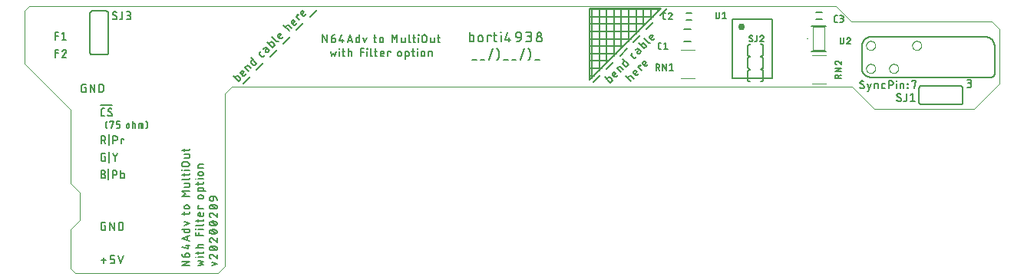
<source format=gto>
G04 EAGLE Gerber X2 export*
%TF.Part,Single*%
%TF.FileFunction,Other,silk top*%
%TF.FilePolarity,Positive*%
%TF.GenerationSoftware,Autodesk,EAGLE,9.5.2*%
%TF.CreationDate,2020-02-09T10:15:54Z*%
G75*
%MOMM*%
%FSLAX34Y34*%
%LPD*%
%INsilk top*%
%AMOC8*
5,1,8,0,0,1.08239X$1,22.5*%
G01*
%ADD10C,0.000000*%
%ADD11C,0.152400*%
%ADD12C,0.127000*%
%ADD13C,0.203200*%
%ADD14C,0.750000*%
%ADD15C,0.101600*%
%ADD16C,0.010000*%
%ADD17C,0.075000*%


D10*
X0Y232410D02*
X50800Y181610D01*
X50800Y100330D01*
X60960Y90170D01*
X60960Y59690D01*
X50800Y49530D01*
X50800Y6350D01*
X55880Y1270D01*
X213360Y1270D01*
X1075690Y210820D02*
X1075690Y270510D01*
D11*
X708660Y293370D02*
X701006Y285716D01*
X693935Y278645D02*
X686281Y270991D01*
X679210Y263920D02*
X671556Y256266D01*
X664484Y249194D02*
X656830Y241540D01*
X649759Y234469D02*
X642105Y226815D01*
X635034Y219744D02*
X627380Y212090D01*
X623570Y214630D02*
X702310Y293370D01*
X623570Y293370D02*
X623570Y214630D01*
X623570Y293370D02*
X702310Y293370D01*
X628396Y219456D02*
X623570Y219456D01*
X623570Y227584D02*
X636524Y227584D01*
X644652Y235712D02*
X623570Y235712D01*
X623570Y243840D02*
X652780Y243840D01*
X660908Y251968D02*
X623570Y251968D01*
X623570Y260096D02*
X669036Y260096D01*
X677164Y268224D02*
X623570Y268224D01*
X623570Y276352D02*
X685292Y276352D01*
X693420Y284480D02*
X623570Y284480D01*
X623570Y292608D02*
X701548Y292608D01*
X625856Y293370D02*
X625856Y216916D01*
X633984Y225044D02*
X633984Y293370D01*
X642112Y293370D02*
X642112Y233172D01*
X650240Y241300D02*
X650240Y293370D01*
X658368Y293370D02*
X658368Y249428D01*
X666496Y257556D02*
X666496Y293370D01*
X674624Y293370D02*
X674624Y265684D01*
X682752Y273812D02*
X682752Y293370D01*
X690880Y293370D02*
X690880Y281940D01*
X699008Y290068D02*
X699008Y293370D01*
X640210Y217853D02*
X646317Y211747D01*
X648013Y213443D01*
X648064Y213498D01*
X648113Y213555D01*
X648159Y213615D01*
X648202Y213677D01*
X648241Y213741D01*
X648277Y213808D01*
X648310Y213876D01*
X648338Y213945D01*
X648364Y214016D01*
X648385Y214089D01*
X648403Y214162D01*
X648416Y214236D01*
X648426Y214311D01*
X648432Y214386D01*
X648434Y214461D01*
X648432Y214536D01*
X648426Y214611D01*
X648416Y214686D01*
X648403Y214760D01*
X648385Y214833D01*
X648364Y214906D01*
X648338Y214977D01*
X648310Y215046D01*
X648277Y215114D01*
X648241Y215180D01*
X648202Y215245D01*
X648159Y215307D01*
X648113Y215367D01*
X648064Y215424D01*
X648013Y215478D01*
X648013Y215479D02*
X645977Y217514D01*
X645978Y217514D02*
X645925Y217564D01*
X645869Y217611D01*
X645812Y217656D01*
X645752Y217698D01*
X645690Y217736D01*
X645626Y217771D01*
X645561Y217804D01*
X645494Y217832D01*
X645425Y217858D01*
X645356Y217879D01*
X645285Y217898D01*
X645214Y217912D01*
X645142Y217923D01*
X645069Y217931D01*
X644996Y217935D01*
X644924Y217935D01*
X644851Y217931D01*
X644778Y217923D01*
X644706Y217912D01*
X644635Y217898D01*
X644564Y217879D01*
X644495Y217858D01*
X644426Y217832D01*
X644359Y217804D01*
X644294Y217771D01*
X644230Y217736D01*
X644168Y217698D01*
X644108Y217656D01*
X644051Y217611D01*
X643995Y217564D01*
X643942Y217514D01*
X642245Y215818D01*
X652890Y218320D02*
X654586Y220017D01*
X652890Y218320D02*
X652835Y218269D01*
X652778Y218220D01*
X652718Y218174D01*
X652656Y218131D01*
X652592Y218092D01*
X652525Y218056D01*
X652457Y218023D01*
X652388Y217995D01*
X652317Y217969D01*
X652244Y217948D01*
X652171Y217930D01*
X652097Y217917D01*
X652022Y217907D01*
X651947Y217901D01*
X651872Y217899D01*
X651797Y217901D01*
X651722Y217907D01*
X651647Y217917D01*
X651573Y217930D01*
X651500Y217948D01*
X651427Y217969D01*
X651356Y217995D01*
X651287Y218023D01*
X651219Y218056D01*
X651153Y218092D01*
X651088Y218131D01*
X651026Y218174D01*
X650966Y218220D01*
X650909Y218269D01*
X650854Y218320D01*
X650855Y218320D02*
X649158Y220017D01*
X649099Y220079D01*
X649042Y220144D01*
X648988Y220211D01*
X648938Y220281D01*
X648890Y220353D01*
X648846Y220427D01*
X648805Y220503D01*
X648768Y220580D01*
X648734Y220660D01*
X648704Y220740D01*
X648677Y220822D01*
X648654Y220905D01*
X648635Y220989D01*
X648620Y221074D01*
X648608Y221159D01*
X648600Y221245D01*
X648596Y221331D01*
X648596Y221417D01*
X648600Y221503D01*
X648608Y221589D01*
X648620Y221674D01*
X648635Y221759D01*
X648654Y221843D01*
X648677Y221926D01*
X648704Y222008D01*
X648734Y222088D01*
X648768Y222168D01*
X648805Y222245D01*
X648846Y222321D01*
X648890Y222395D01*
X648938Y222467D01*
X648988Y222537D01*
X649042Y222604D01*
X649099Y222669D01*
X649158Y222731D01*
X649220Y222790D01*
X649285Y222847D01*
X649352Y222901D01*
X649422Y222951D01*
X649494Y222999D01*
X649568Y223043D01*
X649644Y223084D01*
X649721Y223121D01*
X649801Y223155D01*
X649881Y223185D01*
X649963Y223212D01*
X650046Y223235D01*
X650130Y223254D01*
X650215Y223269D01*
X650300Y223281D01*
X650386Y223289D01*
X650472Y223293D01*
X650558Y223293D01*
X650644Y223289D01*
X650730Y223281D01*
X650815Y223269D01*
X650900Y223254D01*
X650984Y223235D01*
X651067Y223212D01*
X651149Y223185D01*
X651229Y223155D01*
X651309Y223121D01*
X651386Y223084D01*
X651462Y223043D01*
X651536Y222999D01*
X651608Y222951D01*
X651678Y222901D01*
X651745Y222847D01*
X651810Y222790D01*
X651872Y222731D01*
X652551Y222052D01*
X649837Y219338D01*
X657691Y223122D02*
X653620Y227193D01*
X655317Y228889D01*
X655316Y228889D02*
X655371Y228940D01*
X655428Y228989D01*
X655488Y229035D01*
X655550Y229078D01*
X655614Y229117D01*
X655681Y229153D01*
X655749Y229186D01*
X655818Y229214D01*
X655889Y229240D01*
X655962Y229261D01*
X656035Y229279D01*
X656109Y229292D01*
X656184Y229302D01*
X656259Y229308D01*
X656334Y229310D01*
X656409Y229308D01*
X656484Y229302D01*
X656559Y229292D01*
X656633Y229279D01*
X656706Y229261D01*
X656779Y229240D01*
X656850Y229214D01*
X656919Y229186D01*
X656987Y229153D01*
X657053Y229117D01*
X657118Y229078D01*
X657180Y229035D01*
X657240Y228989D01*
X657297Y228940D01*
X657351Y228889D01*
X657352Y228889D02*
X660405Y225836D01*
X666177Y231607D02*
X660070Y237714D01*
X666177Y231607D02*
X664480Y229911D01*
X664481Y229910D02*
X664426Y229859D01*
X664369Y229810D01*
X664309Y229764D01*
X664247Y229721D01*
X664183Y229682D01*
X664116Y229646D01*
X664048Y229613D01*
X663979Y229585D01*
X663908Y229559D01*
X663835Y229538D01*
X663762Y229520D01*
X663688Y229507D01*
X663613Y229497D01*
X663538Y229491D01*
X663463Y229489D01*
X663388Y229491D01*
X663313Y229497D01*
X663238Y229507D01*
X663164Y229520D01*
X663091Y229538D01*
X663018Y229559D01*
X662947Y229585D01*
X662878Y229613D01*
X662810Y229646D01*
X662744Y229682D01*
X662679Y229721D01*
X662617Y229764D01*
X662557Y229810D01*
X662500Y229859D01*
X662445Y229910D01*
X662445Y229911D02*
X660409Y231946D01*
X660358Y232001D01*
X660309Y232058D01*
X660263Y232118D01*
X660220Y232180D01*
X660181Y232245D01*
X660145Y232311D01*
X660112Y232379D01*
X660084Y232448D01*
X660058Y232519D01*
X660037Y232592D01*
X660019Y232665D01*
X660006Y232739D01*
X659996Y232814D01*
X659990Y232889D01*
X659988Y232964D01*
X659990Y233039D01*
X659996Y233114D01*
X660006Y233189D01*
X660019Y233263D01*
X660037Y233336D01*
X660058Y233409D01*
X660084Y233480D01*
X660112Y233549D01*
X660145Y233617D01*
X660181Y233684D01*
X660220Y233748D01*
X660263Y233810D01*
X660309Y233870D01*
X660358Y233927D01*
X660409Y233982D01*
X662106Y235678D01*
X673807Y239237D02*
X675164Y240594D01*
X673807Y239237D02*
X673752Y239186D01*
X673695Y239137D01*
X673635Y239091D01*
X673573Y239048D01*
X673509Y239009D01*
X673442Y238973D01*
X673374Y238940D01*
X673305Y238912D01*
X673234Y238886D01*
X673161Y238865D01*
X673088Y238847D01*
X673014Y238834D01*
X672939Y238824D01*
X672864Y238818D01*
X672789Y238816D01*
X672714Y238818D01*
X672639Y238824D01*
X672564Y238834D01*
X672490Y238847D01*
X672417Y238865D01*
X672344Y238886D01*
X672273Y238912D01*
X672204Y238940D01*
X672136Y238973D01*
X672070Y239009D01*
X672005Y239048D01*
X671943Y239091D01*
X671883Y239137D01*
X671826Y239186D01*
X671771Y239237D01*
X669736Y241272D01*
X669735Y241272D02*
X669684Y241327D01*
X669635Y241384D01*
X669589Y241444D01*
X669546Y241506D01*
X669507Y241571D01*
X669471Y241637D01*
X669438Y241705D01*
X669410Y241774D01*
X669384Y241845D01*
X669363Y241918D01*
X669345Y241991D01*
X669332Y242065D01*
X669322Y242140D01*
X669316Y242215D01*
X669314Y242290D01*
X669316Y242365D01*
X669322Y242440D01*
X669332Y242515D01*
X669345Y242589D01*
X669363Y242662D01*
X669384Y242735D01*
X669410Y242806D01*
X669438Y242875D01*
X669471Y242943D01*
X669507Y243010D01*
X669546Y243074D01*
X669589Y243136D01*
X669635Y243196D01*
X669684Y243253D01*
X669735Y243308D01*
X669736Y243308D02*
X671093Y244665D01*
X676500Y246680D02*
X678026Y248206D01*
X676500Y246679D02*
X676444Y246621D01*
X676391Y246559D01*
X676341Y246495D01*
X676294Y246429D01*
X676250Y246361D01*
X676210Y246290D01*
X676173Y246218D01*
X676140Y246144D01*
X676110Y246068D01*
X676084Y245992D01*
X676062Y245913D01*
X676043Y245834D01*
X676029Y245755D01*
X676018Y245674D01*
X676011Y245593D01*
X676008Y245512D01*
X676009Y245431D01*
X676014Y245350D01*
X676023Y245270D01*
X676036Y245189D01*
X676052Y245110D01*
X676072Y245031D01*
X676097Y244954D01*
X676124Y244878D01*
X676156Y244803D01*
X676191Y244730D01*
X676230Y244658D01*
X676272Y244589D01*
X676317Y244522D01*
X676365Y244457D01*
X676417Y244394D01*
X676471Y244334D01*
X676529Y244276D01*
X676589Y244222D01*
X676652Y244170D01*
X676717Y244122D01*
X676784Y244077D01*
X676853Y244035D01*
X676925Y243996D01*
X676998Y243961D01*
X677073Y243929D01*
X677149Y243902D01*
X677226Y243877D01*
X677305Y243857D01*
X677384Y243841D01*
X677465Y243828D01*
X677545Y243819D01*
X677626Y243814D01*
X677707Y243813D01*
X677788Y243816D01*
X677869Y243823D01*
X677950Y243834D01*
X678029Y243848D01*
X678108Y243867D01*
X678187Y243889D01*
X678263Y243915D01*
X678339Y243945D01*
X678413Y243978D01*
X678485Y244015D01*
X678556Y244055D01*
X678624Y244099D01*
X678690Y244146D01*
X678754Y244196D01*
X678816Y244249D01*
X678874Y244305D01*
X678875Y244305D02*
X680401Y245831D01*
X677348Y248885D01*
X677295Y248935D01*
X677239Y248982D01*
X677182Y249027D01*
X677122Y249069D01*
X677060Y249107D01*
X676996Y249142D01*
X676931Y249175D01*
X676864Y249203D01*
X676795Y249229D01*
X676726Y249250D01*
X676655Y249269D01*
X676584Y249283D01*
X676512Y249294D01*
X676439Y249302D01*
X676366Y249306D01*
X676294Y249306D01*
X676221Y249302D01*
X676148Y249294D01*
X676076Y249283D01*
X676005Y249269D01*
X675934Y249250D01*
X675865Y249229D01*
X675796Y249203D01*
X675729Y249175D01*
X675664Y249142D01*
X675600Y249107D01*
X675538Y249069D01*
X675478Y249027D01*
X675421Y248982D01*
X675365Y248935D01*
X675312Y248884D01*
X675312Y248885D02*
X673955Y247528D01*
X677711Y255354D02*
X683818Y249248D01*
X685514Y250944D01*
X685565Y250999D01*
X685614Y251056D01*
X685660Y251116D01*
X685703Y251178D01*
X685742Y251242D01*
X685778Y251309D01*
X685811Y251377D01*
X685839Y251446D01*
X685865Y251517D01*
X685886Y251590D01*
X685904Y251663D01*
X685917Y251737D01*
X685927Y251812D01*
X685933Y251887D01*
X685935Y251962D01*
X685933Y252037D01*
X685927Y252112D01*
X685917Y252187D01*
X685904Y252261D01*
X685886Y252334D01*
X685865Y252407D01*
X685839Y252478D01*
X685811Y252547D01*
X685778Y252615D01*
X685742Y252681D01*
X685703Y252746D01*
X685660Y252808D01*
X685614Y252868D01*
X685565Y252925D01*
X685514Y252979D01*
X685514Y252980D02*
X683478Y255015D01*
X683479Y255015D02*
X683426Y255065D01*
X683370Y255112D01*
X683313Y255157D01*
X683253Y255199D01*
X683191Y255237D01*
X683127Y255272D01*
X683062Y255305D01*
X682995Y255333D01*
X682926Y255359D01*
X682857Y255380D01*
X682786Y255399D01*
X682715Y255413D01*
X682643Y255424D01*
X682570Y255432D01*
X682497Y255436D01*
X682425Y255436D01*
X682352Y255432D01*
X682279Y255424D01*
X682207Y255413D01*
X682136Y255399D01*
X682065Y255380D01*
X681996Y255359D01*
X681927Y255333D01*
X681860Y255305D01*
X681795Y255272D01*
X681731Y255237D01*
X681669Y255199D01*
X681609Y255157D01*
X681552Y255112D01*
X681496Y255065D01*
X681443Y255015D01*
X679747Y253319D01*
X683294Y260937D02*
X688383Y255849D01*
X688383Y255848D02*
X688436Y255798D01*
X688492Y255751D01*
X688549Y255706D01*
X688609Y255664D01*
X688671Y255626D01*
X688735Y255591D01*
X688800Y255558D01*
X688867Y255530D01*
X688936Y255504D01*
X689005Y255483D01*
X689076Y255464D01*
X689147Y255450D01*
X689219Y255439D01*
X689292Y255431D01*
X689365Y255427D01*
X689437Y255427D01*
X689510Y255431D01*
X689583Y255439D01*
X689655Y255450D01*
X689726Y255464D01*
X689797Y255483D01*
X689866Y255504D01*
X689935Y255530D01*
X690002Y255558D01*
X690067Y255591D01*
X690131Y255626D01*
X690193Y255664D01*
X690253Y255706D01*
X690310Y255751D01*
X690366Y255798D01*
X690419Y255848D01*
X693839Y259270D02*
X695536Y260966D01*
X693840Y259269D02*
X693785Y259218D01*
X693728Y259169D01*
X693668Y259123D01*
X693606Y259080D01*
X693542Y259041D01*
X693475Y259005D01*
X693407Y258972D01*
X693338Y258944D01*
X693267Y258918D01*
X693194Y258897D01*
X693121Y258879D01*
X693047Y258866D01*
X692972Y258856D01*
X692897Y258850D01*
X692822Y258848D01*
X692747Y258850D01*
X692672Y258856D01*
X692597Y258866D01*
X692523Y258879D01*
X692450Y258897D01*
X692377Y258918D01*
X692306Y258944D01*
X692237Y258972D01*
X692169Y259005D01*
X692103Y259041D01*
X692038Y259080D01*
X691976Y259123D01*
X691916Y259169D01*
X691859Y259218D01*
X691804Y259269D01*
X691804Y259270D02*
X690108Y260966D01*
X690049Y261028D01*
X689992Y261093D01*
X689938Y261160D01*
X689888Y261230D01*
X689840Y261302D01*
X689796Y261376D01*
X689755Y261452D01*
X689718Y261529D01*
X689684Y261609D01*
X689654Y261689D01*
X689627Y261771D01*
X689604Y261854D01*
X689585Y261938D01*
X689570Y262023D01*
X689558Y262108D01*
X689550Y262194D01*
X689546Y262280D01*
X689546Y262366D01*
X689550Y262452D01*
X689558Y262538D01*
X689570Y262623D01*
X689585Y262708D01*
X689604Y262792D01*
X689627Y262875D01*
X689654Y262957D01*
X689684Y263037D01*
X689718Y263117D01*
X689755Y263194D01*
X689796Y263270D01*
X689840Y263344D01*
X689888Y263416D01*
X689938Y263486D01*
X689992Y263553D01*
X690049Y263618D01*
X690108Y263680D01*
X690170Y263739D01*
X690235Y263796D01*
X690302Y263850D01*
X690372Y263900D01*
X690444Y263948D01*
X690518Y263992D01*
X690594Y264033D01*
X690671Y264070D01*
X690751Y264104D01*
X690831Y264134D01*
X690913Y264161D01*
X690996Y264184D01*
X691080Y264203D01*
X691165Y264218D01*
X691250Y264230D01*
X691336Y264238D01*
X691422Y264242D01*
X691508Y264242D01*
X691594Y264238D01*
X691680Y264230D01*
X691765Y264218D01*
X691850Y264203D01*
X691934Y264184D01*
X692017Y264161D01*
X692099Y264134D01*
X692179Y264104D01*
X692259Y264070D01*
X692336Y264033D01*
X692412Y263992D01*
X692486Y263948D01*
X692558Y263900D01*
X692628Y263850D01*
X692695Y263796D01*
X692760Y263739D01*
X692822Y263680D01*
X693500Y263001D01*
X690786Y260287D01*
X663223Y219314D02*
X669330Y213207D01*
X665259Y217278D02*
X666955Y218975D01*
X667010Y219026D01*
X667067Y219075D01*
X667127Y219121D01*
X667189Y219164D01*
X667253Y219203D01*
X667320Y219239D01*
X667388Y219272D01*
X667457Y219300D01*
X667528Y219326D01*
X667601Y219347D01*
X667674Y219365D01*
X667748Y219378D01*
X667823Y219388D01*
X667898Y219394D01*
X667973Y219396D01*
X668048Y219394D01*
X668123Y219388D01*
X668198Y219378D01*
X668272Y219365D01*
X668345Y219347D01*
X668418Y219326D01*
X668489Y219300D01*
X668558Y219272D01*
X668626Y219239D01*
X668692Y219203D01*
X668757Y219164D01*
X668819Y219121D01*
X668879Y219075D01*
X668936Y219026D01*
X668990Y218975D01*
X672044Y215921D01*
X676167Y220044D02*
X677863Y221741D01*
X676167Y220044D02*
X676112Y219993D01*
X676055Y219944D01*
X675995Y219898D01*
X675933Y219855D01*
X675869Y219816D01*
X675802Y219780D01*
X675734Y219747D01*
X675665Y219719D01*
X675594Y219693D01*
X675521Y219672D01*
X675448Y219654D01*
X675374Y219641D01*
X675299Y219631D01*
X675224Y219625D01*
X675149Y219623D01*
X675074Y219625D01*
X674999Y219631D01*
X674924Y219641D01*
X674850Y219654D01*
X674777Y219672D01*
X674704Y219693D01*
X674633Y219719D01*
X674564Y219747D01*
X674496Y219780D01*
X674430Y219816D01*
X674365Y219855D01*
X674303Y219898D01*
X674243Y219944D01*
X674186Y219993D01*
X674131Y220044D01*
X672435Y221741D01*
X672376Y221803D01*
X672319Y221868D01*
X672265Y221935D01*
X672215Y222005D01*
X672167Y222077D01*
X672123Y222151D01*
X672082Y222227D01*
X672045Y222304D01*
X672011Y222384D01*
X671981Y222464D01*
X671954Y222546D01*
X671931Y222629D01*
X671912Y222713D01*
X671897Y222798D01*
X671885Y222883D01*
X671877Y222969D01*
X671873Y223055D01*
X671873Y223141D01*
X671877Y223227D01*
X671885Y223313D01*
X671897Y223398D01*
X671912Y223483D01*
X671931Y223567D01*
X671954Y223650D01*
X671981Y223732D01*
X672011Y223812D01*
X672045Y223892D01*
X672082Y223969D01*
X672123Y224045D01*
X672167Y224119D01*
X672215Y224191D01*
X672265Y224261D01*
X672319Y224328D01*
X672376Y224393D01*
X672435Y224455D01*
X672497Y224514D01*
X672562Y224571D01*
X672629Y224625D01*
X672699Y224675D01*
X672771Y224723D01*
X672845Y224767D01*
X672921Y224808D01*
X672998Y224845D01*
X673078Y224879D01*
X673158Y224909D01*
X673240Y224936D01*
X673323Y224959D01*
X673407Y224978D01*
X673492Y224993D01*
X673577Y225005D01*
X673663Y225013D01*
X673749Y225017D01*
X673835Y225017D01*
X673921Y225013D01*
X674007Y225005D01*
X674092Y224993D01*
X674177Y224978D01*
X674261Y224959D01*
X674344Y224936D01*
X674426Y224909D01*
X674506Y224879D01*
X674586Y224845D01*
X674663Y224808D01*
X674739Y224767D01*
X674813Y224723D01*
X674885Y224675D01*
X674955Y224625D01*
X675022Y224571D01*
X675087Y224514D01*
X675149Y224455D01*
X675827Y223776D01*
X673113Y221062D01*
X681022Y224900D02*
X676951Y228971D01*
X678987Y231006D01*
X679665Y230328D01*
X686296Y230174D02*
X687993Y231870D01*
X686297Y230174D02*
X686242Y230123D01*
X686185Y230074D01*
X686125Y230028D01*
X686063Y229985D01*
X685999Y229946D01*
X685932Y229910D01*
X685864Y229877D01*
X685795Y229849D01*
X685724Y229823D01*
X685651Y229802D01*
X685578Y229784D01*
X685504Y229771D01*
X685429Y229761D01*
X685354Y229755D01*
X685279Y229753D01*
X685204Y229755D01*
X685129Y229761D01*
X685054Y229771D01*
X684980Y229784D01*
X684907Y229802D01*
X684834Y229823D01*
X684763Y229849D01*
X684694Y229877D01*
X684626Y229910D01*
X684560Y229946D01*
X684495Y229985D01*
X684433Y230028D01*
X684373Y230074D01*
X684316Y230123D01*
X684261Y230174D01*
X682565Y231870D01*
X682506Y231932D01*
X682449Y231997D01*
X682395Y232064D01*
X682345Y232134D01*
X682297Y232206D01*
X682253Y232280D01*
X682212Y232356D01*
X682175Y232433D01*
X682141Y232513D01*
X682111Y232593D01*
X682084Y232675D01*
X682061Y232758D01*
X682042Y232842D01*
X682027Y232927D01*
X682015Y233012D01*
X682007Y233098D01*
X682003Y233184D01*
X682003Y233270D01*
X682007Y233356D01*
X682015Y233442D01*
X682027Y233527D01*
X682042Y233612D01*
X682061Y233696D01*
X682084Y233779D01*
X682111Y233861D01*
X682141Y233941D01*
X682175Y234021D01*
X682212Y234098D01*
X682253Y234174D01*
X682297Y234248D01*
X682345Y234320D01*
X682395Y234390D01*
X682449Y234457D01*
X682506Y234522D01*
X682565Y234584D01*
X682627Y234643D01*
X682692Y234700D01*
X682759Y234754D01*
X682829Y234804D01*
X682901Y234852D01*
X682975Y234896D01*
X683051Y234937D01*
X683128Y234974D01*
X683208Y235008D01*
X683288Y235038D01*
X683370Y235065D01*
X683453Y235088D01*
X683537Y235107D01*
X683622Y235122D01*
X683707Y235134D01*
X683793Y235142D01*
X683879Y235146D01*
X683965Y235146D01*
X684051Y235142D01*
X684137Y235134D01*
X684222Y235122D01*
X684307Y235107D01*
X684391Y235088D01*
X684474Y235065D01*
X684556Y235038D01*
X684636Y235008D01*
X684716Y234974D01*
X684793Y234937D01*
X684869Y234896D01*
X684943Y234852D01*
X685015Y234804D01*
X685085Y234754D01*
X685152Y234700D01*
X685217Y234643D01*
X685279Y234584D01*
X685957Y233906D01*
X683243Y231192D01*
X978662Y213868D02*
X978662Y212908D01*
X978662Y213868D02*
X983460Y213868D01*
X981061Y205232D01*
X67790Y206220D02*
X66350Y206220D01*
X67790Y206220D02*
X67790Y201422D01*
X64911Y201422D01*
X64825Y201424D01*
X64739Y201430D01*
X64653Y201439D01*
X64568Y201453D01*
X64484Y201470D01*
X64400Y201491D01*
X64318Y201516D01*
X64237Y201544D01*
X64157Y201576D01*
X64078Y201612D01*
X64002Y201651D01*
X63927Y201694D01*
X63854Y201739D01*
X63783Y201788D01*
X63715Y201841D01*
X63648Y201896D01*
X63585Y201954D01*
X63524Y202015D01*
X63466Y202078D01*
X63411Y202145D01*
X63358Y202213D01*
X63309Y202284D01*
X63264Y202357D01*
X63221Y202432D01*
X63182Y202508D01*
X63146Y202587D01*
X63114Y202667D01*
X63086Y202748D01*
X63061Y202830D01*
X63040Y202914D01*
X63023Y202998D01*
X63009Y203083D01*
X63000Y203169D01*
X62994Y203255D01*
X62992Y203341D01*
X62992Y208139D01*
X62994Y208225D01*
X63000Y208311D01*
X63009Y208397D01*
X63023Y208482D01*
X63040Y208566D01*
X63061Y208650D01*
X63086Y208732D01*
X63114Y208813D01*
X63146Y208893D01*
X63182Y208972D01*
X63221Y209048D01*
X63264Y209123D01*
X63309Y209196D01*
X63358Y209267D01*
X63411Y209335D01*
X63466Y209402D01*
X63524Y209465D01*
X63585Y209526D01*
X63648Y209584D01*
X63715Y209639D01*
X63783Y209691D01*
X63854Y209741D01*
X63927Y209786D01*
X64002Y209829D01*
X64078Y209868D01*
X64157Y209904D01*
X64237Y209936D01*
X64318Y209964D01*
X64400Y209989D01*
X64484Y210010D01*
X64568Y210027D01*
X64653Y210041D01*
X64739Y210050D01*
X64825Y210056D01*
X64911Y210058D01*
X67790Y210058D01*
X72746Y210058D02*
X72746Y201422D01*
X77543Y201422D02*
X72746Y210058D01*
X77543Y210058D02*
X77543Y201422D01*
X82499Y201422D02*
X82499Y210058D01*
X84898Y210058D01*
X84995Y210056D01*
X85091Y210050D01*
X85187Y210041D01*
X85283Y210027D01*
X85378Y210010D01*
X85472Y209988D01*
X85565Y209963D01*
X85658Y209935D01*
X85749Y209902D01*
X85838Y209866D01*
X85926Y209826D01*
X86013Y209783D01*
X86098Y209737D01*
X86180Y209687D01*
X86261Y209633D01*
X86339Y209577D01*
X86415Y209517D01*
X86489Y209455D01*
X86560Y209389D01*
X86628Y209321D01*
X86694Y209250D01*
X86756Y209176D01*
X86816Y209100D01*
X86872Y209022D01*
X86926Y208941D01*
X86976Y208859D01*
X87022Y208774D01*
X87065Y208687D01*
X87105Y208599D01*
X87141Y208510D01*
X87174Y208419D01*
X87202Y208326D01*
X87227Y208233D01*
X87249Y208139D01*
X87266Y208044D01*
X87280Y207948D01*
X87289Y207852D01*
X87295Y207756D01*
X87297Y207659D01*
X87297Y203821D01*
X87295Y203724D01*
X87289Y203628D01*
X87280Y203532D01*
X87266Y203436D01*
X87249Y203341D01*
X87227Y203247D01*
X87202Y203154D01*
X87174Y203061D01*
X87141Y202970D01*
X87105Y202881D01*
X87065Y202793D01*
X87022Y202706D01*
X86976Y202622D01*
X86926Y202539D01*
X86872Y202458D01*
X86816Y202380D01*
X86756Y202304D01*
X86694Y202230D01*
X86628Y202159D01*
X86560Y202091D01*
X86489Y202025D01*
X86415Y201963D01*
X86339Y201903D01*
X86261Y201847D01*
X86180Y201793D01*
X86098Y201743D01*
X86013Y201697D01*
X85926Y201654D01*
X85838Y201614D01*
X85749Y201578D01*
X85658Y201545D01*
X85565Y201517D01*
X85472Y201492D01*
X85378Y201470D01*
X85283Y201453D01*
X85187Y201439D01*
X85091Y201430D01*
X84995Y201424D01*
X84898Y201422D01*
X82499Y201422D01*
X87940Y53820D02*
X89380Y53820D01*
X89380Y49022D01*
X86501Y49022D01*
X86415Y49024D01*
X86329Y49030D01*
X86243Y49039D01*
X86158Y49053D01*
X86074Y49070D01*
X85990Y49091D01*
X85908Y49116D01*
X85827Y49144D01*
X85747Y49176D01*
X85668Y49212D01*
X85592Y49251D01*
X85517Y49294D01*
X85444Y49339D01*
X85373Y49388D01*
X85305Y49441D01*
X85238Y49496D01*
X85175Y49554D01*
X85114Y49615D01*
X85056Y49678D01*
X85001Y49745D01*
X84948Y49813D01*
X84899Y49884D01*
X84854Y49957D01*
X84811Y50032D01*
X84772Y50108D01*
X84736Y50187D01*
X84704Y50267D01*
X84676Y50348D01*
X84651Y50430D01*
X84630Y50514D01*
X84613Y50598D01*
X84599Y50683D01*
X84590Y50769D01*
X84584Y50855D01*
X84582Y50941D01*
X84582Y55739D01*
X84584Y55825D01*
X84590Y55911D01*
X84599Y55997D01*
X84613Y56082D01*
X84630Y56166D01*
X84651Y56250D01*
X84676Y56332D01*
X84704Y56413D01*
X84736Y56493D01*
X84772Y56572D01*
X84811Y56648D01*
X84854Y56723D01*
X84899Y56796D01*
X84948Y56867D01*
X85001Y56935D01*
X85056Y57002D01*
X85114Y57065D01*
X85175Y57126D01*
X85238Y57184D01*
X85305Y57239D01*
X85373Y57291D01*
X85444Y57341D01*
X85517Y57386D01*
X85592Y57429D01*
X85668Y57468D01*
X85747Y57504D01*
X85827Y57536D01*
X85908Y57564D01*
X85990Y57589D01*
X86074Y57610D01*
X86158Y57627D01*
X86243Y57641D01*
X86329Y57650D01*
X86415Y57656D01*
X86501Y57658D01*
X89380Y57658D01*
X94336Y57658D02*
X94336Y49022D01*
X99133Y49022D02*
X94336Y57658D01*
X99133Y57658D02*
X99133Y49022D01*
X104089Y49022D02*
X104089Y57658D01*
X106488Y57658D01*
X106585Y57656D01*
X106681Y57650D01*
X106777Y57641D01*
X106873Y57627D01*
X106968Y57610D01*
X107062Y57588D01*
X107155Y57563D01*
X107248Y57535D01*
X107339Y57502D01*
X107428Y57466D01*
X107516Y57426D01*
X107603Y57383D01*
X107688Y57337D01*
X107770Y57287D01*
X107851Y57233D01*
X107929Y57177D01*
X108005Y57117D01*
X108079Y57055D01*
X108150Y56989D01*
X108218Y56921D01*
X108284Y56850D01*
X108346Y56776D01*
X108406Y56700D01*
X108462Y56622D01*
X108516Y56541D01*
X108566Y56459D01*
X108612Y56374D01*
X108655Y56287D01*
X108695Y56199D01*
X108731Y56110D01*
X108764Y56019D01*
X108792Y55926D01*
X108817Y55833D01*
X108839Y55739D01*
X108856Y55644D01*
X108870Y55548D01*
X108879Y55452D01*
X108885Y55356D01*
X108887Y55259D01*
X108887Y51421D01*
X108885Y51324D01*
X108879Y51228D01*
X108870Y51132D01*
X108856Y51036D01*
X108839Y50941D01*
X108817Y50847D01*
X108792Y50754D01*
X108764Y50661D01*
X108731Y50570D01*
X108695Y50481D01*
X108655Y50393D01*
X108612Y50306D01*
X108566Y50221D01*
X108516Y50139D01*
X108462Y50058D01*
X108406Y49980D01*
X108346Y49904D01*
X108284Y49830D01*
X108218Y49759D01*
X108150Y49691D01*
X108079Y49625D01*
X108005Y49563D01*
X107929Y49503D01*
X107851Y49447D01*
X107770Y49393D01*
X107688Y49343D01*
X107603Y49297D01*
X107516Y49254D01*
X107428Y49214D01*
X107339Y49178D01*
X107248Y49145D01*
X107155Y49117D01*
X107062Y49092D01*
X106968Y49070D01*
X106873Y49053D01*
X106777Y49039D01*
X106681Y49030D01*
X106585Y49024D01*
X106488Y49022D01*
X104089Y49022D01*
X90339Y15550D02*
X84582Y15550D01*
X87461Y12672D02*
X87461Y18429D01*
X94815Y12192D02*
X97694Y12192D01*
X97780Y12194D01*
X97866Y12200D01*
X97952Y12209D01*
X98037Y12223D01*
X98121Y12240D01*
X98205Y12261D01*
X98287Y12286D01*
X98368Y12314D01*
X98448Y12346D01*
X98527Y12382D01*
X98603Y12421D01*
X98678Y12464D01*
X98751Y12509D01*
X98822Y12559D01*
X98890Y12611D01*
X98957Y12666D01*
X99020Y12724D01*
X99081Y12785D01*
X99139Y12848D01*
X99194Y12915D01*
X99247Y12983D01*
X99296Y13054D01*
X99341Y13127D01*
X99384Y13202D01*
X99423Y13278D01*
X99459Y13357D01*
X99491Y13437D01*
X99519Y13518D01*
X99544Y13601D01*
X99565Y13684D01*
X99582Y13768D01*
X99596Y13853D01*
X99605Y13939D01*
X99611Y14025D01*
X99613Y14111D01*
X99613Y15071D01*
X99611Y15157D01*
X99605Y15243D01*
X99596Y15329D01*
X99582Y15414D01*
X99565Y15498D01*
X99544Y15582D01*
X99519Y15664D01*
X99491Y15745D01*
X99459Y15825D01*
X99423Y15904D01*
X99384Y15980D01*
X99341Y16055D01*
X99296Y16128D01*
X99247Y16199D01*
X99194Y16267D01*
X99139Y16334D01*
X99081Y16397D01*
X99020Y16458D01*
X98957Y16516D01*
X98890Y16571D01*
X98822Y16624D01*
X98751Y16673D01*
X98678Y16718D01*
X98603Y16761D01*
X98527Y16800D01*
X98448Y16836D01*
X98368Y16868D01*
X98287Y16896D01*
X98205Y16921D01*
X98121Y16942D01*
X98037Y16959D01*
X97952Y16973D01*
X97866Y16982D01*
X97780Y16988D01*
X97694Y16990D01*
X94815Y16990D01*
X94815Y20828D01*
X99613Y20828D01*
X103480Y20828D02*
X106358Y12192D01*
X109237Y20828D01*
X86981Y110970D02*
X84582Y110970D01*
X86981Y110970D02*
X87078Y110968D01*
X87174Y110962D01*
X87270Y110953D01*
X87366Y110939D01*
X87461Y110922D01*
X87555Y110900D01*
X87648Y110875D01*
X87741Y110847D01*
X87832Y110814D01*
X87921Y110778D01*
X88009Y110738D01*
X88096Y110695D01*
X88181Y110649D01*
X88263Y110599D01*
X88344Y110545D01*
X88422Y110489D01*
X88498Y110429D01*
X88572Y110367D01*
X88643Y110301D01*
X88711Y110233D01*
X88777Y110162D01*
X88839Y110088D01*
X88899Y110012D01*
X88955Y109934D01*
X89009Y109853D01*
X89059Y109770D01*
X89105Y109686D01*
X89148Y109599D01*
X89188Y109511D01*
X89224Y109422D01*
X89257Y109331D01*
X89285Y109238D01*
X89310Y109145D01*
X89332Y109051D01*
X89349Y108956D01*
X89363Y108860D01*
X89372Y108764D01*
X89378Y108668D01*
X89380Y108571D01*
X89378Y108474D01*
X89372Y108378D01*
X89363Y108282D01*
X89349Y108186D01*
X89332Y108091D01*
X89310Y107997D01*
X89285Y107904D01*
X89257Y107811D01*
X89224Y107720D01*
X89188Y107631D01*
X89148Y107543D01*
X89105Y107456D01*
X89059Y107371D01*
X89009Y107289D01*
X88955Y107208D01*
X88899Y107130D01*
X88839Y107054D01*
X88777Y106980D01*
X88711Y106909D01*
X88643Y106841D01*
X88572Y106775D01*
X88498Y106713D01*
X88422Y106653D01*
X88344Y106597D01*
X88263Y106543D01*
X88181Y106493D01*
X88096Y106447D01*
X88009Y106404D01*
X87921Y106364D01*
X87832Y106328D01*
X87741Y106295D01*
X87648Y106267D01*
X87555Y106242D01*
X87461Y106220D01*
X87366Y106203D01*
X87270Y106189D01*
X87174Y106180D01*
X87078Y106174D01*
X86981Y106172D01*
X84582Y106172D01*
X84582Y114808D01*
X86981Y114808D01*
X87067Y114806D01*
X87153Y114800D01*
X87239Y114791D01*
X87324Y114777D01*
X87408Y114760D01*
X87492Y114739D01*
X87574Y114714D01*
X87655Y114686D01*
X87735Y114654D01*
X87814Y114618D01*
X87890Y114579D01*
X87965Y114536D01*
X88038Y114491D01*
X88109Y114442D01*
X88177Y114389D01*
X88244Y114334D01*
X88307Y114276D01*
X88368Y114215D01*
X88426Y114152D01*
X88481Y114085D01*
X88534Y114017D01*
X88583Y113946D01*
X88628Y113873D01*
X88671Y113798D01*
X88710Y113722D01*
X88746Y113643D01*
X88778Y113563D01*
X88806Y113482D01*
X88831Y113400D01*
X88852Y113316D01*
X88869Y113232D01*
X88883Y113147D01*
X88892Y113061D01*
X88898Y112975D01*
X88900Y112889D01*
X88898Y112803D01*
X88892Y112717D01*
X88883Y112631D01*
X88869Y112546D01*
X88852Y112462D01*
X88831Y112378D01*
X88806Y112296D01*
X88778Y112215D01*
X88746Y112135D01*
X88710Y112056D01*
X88671Y111980D01*
X88628Y111905D01*
X88583Y111832D01*
X88534Y111761D01*
X88481Y111693D01*
X88426Y111626D01*
X88368Y111563D01*
X88307Y111502D01*
X88244Y111444D01*
X88177Y111389D01*
X88109Y111336D01*
X88038Y111287D01*
X87965Y111242D01*
X87890Y111199D01*
X87814Y111160D01*
X87735Y111124D01*
X87655Y111092D01*
X87574Y111064D01*
X87492Y111039D01*
X87408Y111018D01*
X87324Y111001D01*
X87239Y110987D01*
X87153Y110978D01*
X87067Y110972D01*
X86981Y110970D01*
X92882Y116247D02*
X92882Y104733D01*
X97384Y106172D02*
X97384Y114808D01*
X99782Y114808D01*
X99879Y114806D01*
X99975Y114800D01*
X100071Y114791D01*
X100167Y114777D01*
X100262Y114760D01*
X100356Y114738D01*
X100449Y114713D01*
X100542Y114685D01*
X100633Y114652D01*
X100722Y114616D01*
X100810Y114576D01*
X100897Y114533D01*
X100982Y114487D01*
X101064Y114437D01*
X101145Y114383D01*
X101223Y114327D01*
X101299Y114267D01*
X101373Y114205D01*
X101444Y114139D01*
X101512Y114071D01*
X101578Y114000D01*
X101640Y113926D01*
X101700Y113850D01*
X101756Y113772D01*
X101810Y113691D01*
X101860Y113608D01*
X101906Y113524D01*
X101949Y113437D01*
X101989Y113349D01*
X102025Y113260D01*
X102058Y113169D01*
X102086Y113076D01*
X102111Y112983D01*
X102133Y112889D01*
X102150Y112794D01*
X102164Y112698D01*
X102173Y112602D01*
X102179Y112506D01*
X102181Y112409D01*
X102179Y112312D01*
X102173Y112216D01*
X102164Y112120D01*
X102150Y112024D01*
X102133Y111929D01*
X102111Y111835D01*
X102086Y111742D01*
X102058Y111649D01*
X102025Y111558D01*
X101989Y111469D01*
X101949Y111381D01*
X101906Y111294D01*
X101860Y111209D01*
X101810Y111127D01*
X101756Y111046D01*
X101700Y110968D01*
X101640Y110892D01*
X101578Y110818D01*
X101512Y110747D01*
X101444Y110679D01*
X101373Y110613D01*
X101299Y110551D01*
X101223Y110491D01*
X101145Y110435D01*
X101064Y110381D01*
X100982Y110331D01*
X100897Y110285D01*
X100810Y110242D01*
X100722Y110202D01*
X100633Y110166D01*
X100542Y110133D01*
X100449Y110105D01*
X100356Y110080D01*
X100262Y110058D01*
X100167Y110041D01*
X100071Y110027D01*
X99975Y110018D01*
X99879Y110012D01*
X99782Y110010D01*
X97384Y110010D01*
X106271Y106172D02*
X106271Y114808D01*
X106271Y106172D02*
X108670Y106172D01*
X108745Y106174D01*
X108820Y106180D01*
X108895Y106190D01*
X108969Y106203D01*
X109042Y106221D01*
X109115Y106242D01*
X109186Y106268D01*
X109255Y106296D01*
X109323Y106329D01*
X109389Y106365D01*
X109454Y106404D01*
X109516Y106447D01*
X109576Y106493D01*
X109633Y106542D01*
X109688Y106593D01*
X109739Y106648D01*
X109788Y106705D01*
X109834Y106765D01*
X109877Y106827D01*
X109916Y106891D01*
X109952Y106958D01*
X109985Y107026D01*
X110013Y107095D01*
X110039Y107166D01*
X110060Y107239D01*
X110078Y107312D01*
X110091Y107386D01*
X110101Y107461D01*
X110107Y107536D01*
X110109Y107611D01*
X110109Y110490D01*
X110107Y110565D01*
X110101Y110640D01*
X110091Y110715D01*
X110078Y110789D01*
X110060Y110862D01*
X110039Y110935D01*
X110013Y111006D01*
X109985Y111075D01*
X109952Y111143D01*
X109916Y111210D01*
X109877Y111274D01*
X109834Y111336D01*
X109788Y111396D01*
X109739Y111453D01*
X109688Y111508D01*
X109633Y111559D01*
X109576Y111608D01*
X109516Y111654D01*
X109454Y111697D01*
X109390Y111736D01*
X109323Y111772D01*
X109255Y111805D01*
X109186Y111833D01*
X109115Y111859D01*
X109042Y111880D01*
X108969Y111898D01*
X108895Y111911D01*
X108820Y111921D01*
X108745Y111927D01*
X108670Y111929D01*
X106271Y111929D01*
X89380Y130020D02*
X87940Y130020D01*
X89380Y130020D02*
X89380Y125222D01*
X86501Y125222D01*
X86415Y125224D01*
X86329Y125230D01*
X86243Y125239D01*
X86158Y125253D01*
X86074Y125270D01*
X85990Y125291D01*
X85908Y125316D01*
X85827Y125344D01*
X85747Y125376D01*
X85668Y125412D01*
X85592Y125451D01*
X85517Y125494D01*
X85444Y125539D01*
X85373Y125588D01*
X85305Y125641D01*
X85238Y125696D01*
X85175Y125754D01*
X85114Y125815D01*
X85056Y125878D01*
X85001Y125945D01*
X84948Y126013D01*
X84899Y126084D01*
X84854Y126157D01*
X84811Y126232D01*
X84772Y126308D01*
X84736Y126387D01*
X84704Y126467D01*
X84676Y126548D01*
X84651Y126630D01*
X84630Y126714D01*
X84613Y126798D01*
X84599Y126883D01*
X84590Y126969D01*
X84584Y127055D01*
X84582Y127141D01*
X84582Y131939D01*
X84584Y132025D01*
X84590Y132111D01*
X84599Y132197D01*
X84613Y132282D01*
X84630Y132366D01*
X84651Y132450D01*
X84676Y132532D01*
X84704Y132613D01*
X84736Y132693D01*
X84772Y132772D01*
X84811Y132848D01*
X84854Y132923D01*
X84899Y132996D01*
X84948Y133067D01*
X85001Y133135D01*
X85056Y133202D01*
X85114Y133265D01*
X85175Y133326D01*
X85238Y133384D01*
X85305Y133439D01*
X85373Y133491D01*
X85444Y133541D01*
X85517Y133586D01*
X85592Y133629D01*
X85668Y133668D01*
X85747Y133704D01*
X85827Y133736D01*
X85908Y133764D01*
X85990Y133789D01*
X86074Y133810D01*
X86158Y133827D01*
X86243Y133841D01*
X86329Y133850D01*
X86415Y133856D01*
X86501Y133858D01*
X89380Y133858D01*
X93686Y135297D02*
X93686Y123783D01*
X100087Y129780D02*
X97209Y133858D01*
X100087Y129780D02*
X102966Y133858D01*
X100087Y129780D02*
X100087Y125222D01*
X84582Y144272D02*
X84582Y152908D01*
X86981Y152908D01*
X87078Y152906D01*
X87174Y152900D01*
X87270Y152891D01*
X87366Y152877D01*
X87461Y152860D01*
X87555Y152838D01*
X87648Y152813D01*
X87741Y152785D01*
X87832Y152752D01*
X87921Y152716D01*
X88009Y152676D01*
X88096Y152633D01*
X88181Y152587D01*
X88263Y152537D01*
X88344Y152483D01*
X88422Y152427D01*
X88498Y152367D01*
X88572Y152305D01*
X88643Y152239D01*
X88711Y152171D01*
X88777Y152100D01*
X88839Y152026D01*
X88899Y151950D01*
X88955Y151872D01*
X89009Y151791D01*
X89059Y151708D01*
X89105Y151624D01*
X89148Y151537D01*
X89188Y151449D01*
X89224Y151360D01*
X89257Y151269D01*
X89285Y151176D01*
X89310Y151083D01*
X89332Y150989D01*
X89349Y150894D01*
X89363Y150798D01*
X89372Y150702D01*
X89378Y150606D01*
X89380Y150509D01*
X89378Y150412D01*
X89372Y150316D01*
X89363Y150220D01*
X89349Y150124D01*
X89332Y150029D01*
X89310Y149935D01*
X89285Y149842D01*
X89257Y149749D01*
X89224Y149658D01*
X89188Y149569D01*
X89148Y149481D01*
X89105Y149394D01*
X89059Y149310D01*
X89009Y149227D01*
X88955Y149146D01*
X88899Y149068D01*
X88839Y148992D01*
X88777Y148918D01*
X88711Y148847D01*
X88643Y148779D01*
X88572Y148713D01*
X88498Y148651D01*
X88422Y148591D01*
X88344Y148535D01*
X88263Y148481D01*
X88181Y148431D01*
X88096Y148385D01*
X88009Y148342D01*
X87921Y148302D01*
X87832Y148266D01*
X87741Y148233D01*
X87648Y148205D01*
X87555Y148180D01*
X87461Y148158D01*
X87366Y148141D01*
X87270Y148127D01*
X87174Y148118D01*
X87078Y148112D01*
X86981Y148110D01*
X84582Y148110D01*
X87461Y148110D02*
X89380Y144272D01*
X93297Y142833D02*
X93297Y154347D01*
X97798Y152908D02*
X97798Y144272D01*
X97798Y152908D02*
X100197Y152908D01*
X100294Y152906D01*
X100390Y152900D01*
X100486Y152891D01*
X100582Y152877D01*
X100677Y152860D01*
X100771Y152838D01*
X100864Y152813D01*
X100957Y152785D01*
X101048Y152752D01*
X101137Y152716D01*
X101225Y152676D01*
X101312Y152633D01*
X101397Y152587D01*
X101479Y152537D01*
X101560Y152483D01*
X101638Y152427D01*
X101714Y152367D01*
X101788Y152305D01*
X101859Y152239D01*
X101927Y152171D01*
X101993Y152100D01*
X102055Y152026D01*
X102115Y151950D01*
X102171Y151872D01*
X102225Y151791D01*
X102275Y151708D01*
X102321Y151624D01*
X102364Y151537D01*
X102404Y151449D01*
X102440Y151360D01*
X102473Y151269D01*
X102501Y151176D01*
X102526Y151083D01*
X102548Y150989D01*
X102565Y150894D01*
X102579Y150798D01*
X102588Y150702D01*
X102594Y150606D01*
X102596Y150509D01*
X102594Y150412D01*
X102588Y150316D01*
X102579Y150220D01*
X102565Y150124D01*
X102548Y150029D01*
X102526Y149935D01*
X102501Y149842D01*
X102473Y149749D01*
X102440Y149658D01*
X102404Y149569D01*
X102364Y149481D01*
X102321Y149394D01*
X102275Y149310D01*
X102225Y149227D01*
X102171Y149146D01*
X102115Y149068D01*
X102055Y148992D01*
X101993Y148918D01*
X101927Y148847D01*
X101859Y148779D01*
X101788Y148713D01*
X101714Y148651D01*
X101638Y148591D01*
X101560Y148535D01*
X101479Y148481D01*
X101397Y148431D01*
X101312Y148385D01*
X101225Y148342D01*
X101137Y148302D01*
X101048Y148266D01*
X100957Y148233D01*
X100864Y148205D01*
X100771Y148180D01*
X100677Y148158D01*
X100582Y148141D01*
X100486Y148127D01*
X100390Y148118D01*
X100294Y148112D01*
X100197Y148110D01*
X97798Y148110D01*
X106694Y150029D02*
X106694Y144272D01*
X106694Y150029D02*
X109573Y150029D01*
X109573Y149070D01*
X88420Y174752D02*
X86501Y174752D01*
X86415Y174754D01*
X86329Y174760D01*
X86243Y174769D01*
X86158Y174783D01*
X86074Y174800D01*
X85990Y174821D01*
X85908Y174846D01*
X85827Y174874D01*
X85747Y174906D01*
X85668Y174942D01*
X85592Y174981D01*
X85517Y175024D01*
X85444Y175069D01*
X85373Y175118D01*
X85305Y175171D01*
X85238Y175226D01*
X85175Y175284D01*
X85114Y175345D01*
X85056Y175408D01*
X85001Y175475D01*
X84948Y175543D01*
X84899Y175614D01*
X84854Y175687D01*
X84811Y175762D01*
X84772Y175838D01*
X84736Y175917D01*
X84704Y175997D01*
X84676Y176078D01*
X84651Y176160D01*
X84630Y176244D01*
X84613Y176328D01*
X84599Y176413D01*
X84590Y176499D01*
X84584Y176585D01*
X84582Y176671D01*
X84582Y181469D01*
X84584Y181555D01*
X84590Y181641D01*
X84599Y181727D01*
X84613Y181812D01*
X84630Y181896D01*
X84651Y181980D01*
X84676Y182062D01*
X84704Y182143D01*
X84736Y182223D01*
X84772Y182302D01*
X84811Y182378D01*
X84854Y182453D01*
X84899Y182526D01*
X84948Y182597D01*
X85001Y182665D01*
X85056Y182732D01*
X85114Y182795D01*
X85175Y182856D01*
X85238Y182914D01*
X85305Y182969D01*
X85373Y183021D01*
X85444Y183071D01*
X85517Y183116D01*
X85592Y183159D01*
X85668Y183198D01*
X85747Y183234D01*
X85827Y183266D01*
X85908Y183294D01*
X85990Y183319D01*
X86074Y183340D01*
X86158Y183357D01*
X86243Y183371D01*
X86329Y183380D01*
X86415Y183386D01*
X86501Y183388D01*
X88420Y183388D01*
X96733Y176671D02*
X96731Y176585D01*
X96725Y176499D01*
X96716Y176413D01*
X96702Y176328D01*
X96685Y176244D01*
X96664Y176160D01*
X96639Y176078D01*
X96611Y175997D01*
X96579Y175917D01*
X96543Y175838D01*
X96504Y175762D01*
X96461Y175687D01*
X96416Y175614D01*
X96367Y175543D01*
X96314Y175475D01*
X96259Y175408D01*
X96201Y175345D01*
X96140Y175284D01*
X96077Y175226D01*
X96010Y175171D01*
X95942Y175119D01*
X95871Y175069D01*
X95798Y175024D01*
X95723Y174981D01*
X95647Y174942D01*
X95568Y174906D01*
X95488Y174874D01*
X95407Y174846D01*
X95325Y174821D01*
X95241Y174800D01*
X95157Y174783D01*
X95072Y174769D01*
X94986Y174760D01*
X94900Y174754D01*
X94814Y174752D01*
X94691Y174754D01*
X94568Y174759D01*
X94445Y174769D01*
X94323Y174782D01*
X94201Y174799D01*
X94079Y174819D01*
X93959Y174843D01*
X93839Y174871D01*
X93720Y174902D01*
X93602Y174937D01*
X93485Y174976D01*
X93369Y175018D01*
X93255Y175064D01*
X93142Y175113D01*
X93031Y175165D01*
X92921Y175221D01*
X92813Y175280D01*
X92707Y175343D01*
X92602Y175408D01*
X92500Y175477D01*
X92400Y175549D01*
X92303Y175624D01*
X92207Y175701D01*
X92114Y175782D01*
X92023Y175865D01*
X91935Y175951D01*
X92175Y181469D02*
X92177Y181555D01*
X92183Y181641D01*
X92192Y181727D01*
X92206Y181812D01*
X92223Y181896D01*
X92244Y181980D01*
X92269Y182062D01*
X92297Y182143D01*
X92329Y182223D01*
X92365Y182302D01*
X92404Y182378D01*
X92447Y182453D01*
X92492Y182526D01*
X92541Y182597D01*
X92594Y182665D01*
X92649Y182732D01*
X92707Y182795D01*
X92768Y182856D01*
X92831Y182914D01*
X92898Y182969D01*
X92966Y183022D01*
X93037Y183071D01*
X93110Y183116D01*
X93185Y183159D01*
X93261Y183198D01*
X93340Y183234D01*
X93420Y183266D01*
X93501Y183294D01*
X93583Y183319D01*
X93667Y183340D01*
X93751Y183357D01*
X93836Y183371D01*
X93922Y183380D01*
X94008Y183386D01*
X94094Y183388D01*
X94210Y183386D01*
X94325Y183381D01*
X94441Y183371D01*
X94556Y183358D01*
X94670Y183342D01*
X94784Y183321D01*
X94898Y183297D01*
X95010Y183269D01*
X95121Y183238D01*
X95232Y183203D01*
X95341Y183165D01*
X95449Y183123D01*
X95555Y183078D01*
X95661Y183029D01*
X95764Y182977D01*
X95866Y182922D01*
X95965Y182863D01*
X96063Y182801D01*
X96159Y182736D01*
X96253Y182668D01*
X93134Y179790D02*
X93060Y179836D01*
X92987Y179886D01*
X92917Y179939D01*
X92849Y179995D01*
X92784Y180054D01*
X92721Y180116D01*
X92662Y180181D01*
X92605Y180248D01*
X92551Y180318D01*
X92501Y180390D01*
X92454Y180464D01*
X92410Y180540D01*
X92370Y180619D01*
X92334Y180699D01*
X92301Y180780D01*
X92272Y180863D01*
X92246Y180948D01*
X92224Y181033D01*
X92207Y181119D01*
X92193Y181206D01*
X92183Y181293D01*
X92177Y181381D01*
X92175Y181469D01*
X95774Y178350D02*
X95848Y178304D01*
X95921Y178254D01*
X95991Y178201D01*
X96059Y178145D01*
X96124Y178086D01*
X96187Y178024D01*
X96246Y177959D01*
X96303Y177892D01*
X96357Y177822D01*
X96407Y177750D01*
X96454Y177676D01*
X96498Y177600D01*
X96538Y177521D01*
X96574Y177441D01*
X96607Y177360D01*
X96636Y177277D01*
X96662Y177192D01*
X96684Y177107D01*
X96701Y177021D01*
X96715Y176934D01*
X96725Y176847D01*
X96731Y176759D01*
X96733Y176671D01*
X95774Y178350D02*
X93135Y179790D01*
D12*
X91059Y169545D02*
X90960Y169424D01*
X90863Y169300D01*
X90770Y169174D01*
X90680Y169045D01*
X90592Y168915D01*
X90508Y168782D01*
X90427Y168648D01*
X90350Y168512D01*
X90276Y168373D01*
X90205Y168233D01*
X90137Y168092D01*
X90073Y167948D01*
X90012Y167804D01*
X89955Y167657D01*
X89901Y167510D01*
X89851Y167361D01*
X89805Y167211D01*
X89762Y167060D01*
X89723Y166908D01*
X89687Y166756D01*
X89655Y166602D01*
X89627Y166447D01*
X89603Y166292D01*
X89582Y166137D01*
X89565Y165981D01*
X89552Y165824D01*
X89543Y165668D01*
X89537Y165511D01*
X89535Y165354D01*
X89537Y165197D01*
X89543Y165040D01*
X89552Y164884D01*
X89565Y164727D01*
X89582Y164571D01*
X89603Y164416D01*
X89627Y164261D01*
X89655Y164106D01*
X89687Y163952D01*
X89723Y163800D01*
X89762Y163648D01*
X89805Y163497D01*
X89851Y163347D01*
X89901Y163198D01*
X89955Y163051D01*
X90012Y162904D01*
X90073Y162760D01*
X90137Y162616D01*
X90205Y162475D01*
X90276Y162335D01*
X90350Y162196D01*
X90427Y162060D01*
X90508Y161926D01*
X90592Y161793D01*
X90680Y161663D01*
X90770Y161534D01*
X90863Y161408D01*
X90960Y161284D01*
X91059Y161163D01*
X94216Y168021D02*
X94216Y168783D01*
X98026Y168783D01*
X96121Y161925D01*
X101532Y161925D02*
X103818Y161925D01*
X103895Y161927D01*
X103972Y161933D01*
X104049Y161943D01*
X104125Y161956D01*
X104200Y161974D01*
X104274Y161995D01*
X104347Y162020D01*
X104419Y162049D01*
X104489Y162081D01*
X104558Y162116D01*
X104624Y162156D01*
X104689Y162198D01*
X104751Y162244D01*
X104811Y162293D01*
X104868Y162344D01*
X104923Y162399D01*
X104974Y162456D01*
X105023Y162516D01*
X105069Y162578D01*
X105111Y162643D01*
X105151Y162709D01*
X105186Y162778D01*
X105218Y162848D01*
X105247Y162920D01*
X105272Y162993D01*
X105293Y163067D01*
X105311Y163142D01*
X105324Y163218D01*
X105334Y163295D01*
X105340Y163372D01*
X105342Y163449D01*
X105342Y164211D01*
X105340Y164288D01*
X105334Y164365D01*
X105324Y164442D01*
X105311Y164518D01*
X105293Y164593D01*
X105272Y164667D01*
X105247Y164740D01*
X105218Y164812D01*
X105186Y164882D01*
X105151Y164951D01*
X105111Y165017D01*
X105069Y165082D01*
X105023Y165144D01*
X104974Y165204D01*
X104923Y165261D01*
X104868Y165316D01*
X104811Y165367D01*
X104751Y165416D01*
X104689Y165462D01*
X104624Y165504D01*
X104558Y165544D01*
X104489Y165579D01*
X104419Y165611D01*
X104347Y165640D01*
X104274Y165665D01*
X104200Y165686D01*
X104125Y165704D01*
X104049Y165717D01*
X103972Y165727D01*
X103895Y165733D01*
X103818Y165735D01*
X101532Y165735D01*
X101532Y168783D01*
X105342Y168783D01*
X112641Y164973D02*
X112641Y163449D01*
X112641Y164973D02*
X112643Y165050D01*
X112649Y165127D01*
X112659Y165204D01*
X112672Y165280D01*
X112690Y165355D01*
X112711Y165429D01*
X112736Y165502D01*
X112765Y165574D01*
X112797Y165644D01*
X112832Y165713D01*
X112872Y165779D01*
X112914Y165844D01*
X112960Y165906D01*
X113009Y165966D01*
X113060Y166023D01*
X113115Y166078D01*
X113172Y166129D01*
X113232Y166178D01*
X113294Y166224D01*
X113359Y166266D01*
X113425Y166306D01*
X113494Y166341D01*
X113564Y166373D01*
X113636Y166402D01*
X113709Y166427D01*
X113783Y166448D01*
X113858Y166466D01*
X113934Y166479D01*
X114011Y166489D01*
X114088Y166495D01*
X114165Y166497D01*
X114242Y166495D01*
X114319Y166489D01*
X114396Y166479D01*
X114472Y166466D01*
X114547Y166448D01*
X114621Y166427D01*
X114694Y166402D01*
X114766Y166373D01*
X114836Y166341D01*
X114905Y166306D01*
X114971Y166266D01*
X115036Y166224D01*
X115098Y166178D01*
X115158Y166129D01*
X115215Y166078D01*
X115270Y166023D01*
X115321Y165966D01*
X115370Y165906D01*
X115416Y165844D01*
X115458Y165779D01*
X115498Y165713D01*
X115533Y165644D01*
X115565Y165574D01*
X115594Y165502D01*
X115619Y165429D01*
X115640Y165355D01*
X115658Y165280D01*
X115671Y165204D01*
X115681Y165127D01*
X115687Y165050D01*
X115689Y164973D01*
X115689Y163449D01*
X115687Y163372D01*
X115681Y163295D01*
X115671Y163218D01*
X115658Y163142D01*
X115640Y163067D01*
X115619Y162993D01*
X115594Y162920D01*
X115565Y162848D01*
X115533Y162778D01*
X115498Y162709D01*
X115458Y162643D01*
X115416Y162578D01*
X115370Y162516D01*
X115321Y162456D01*
X115270Y162399D01*
X115215Y162344D01*
X115158Y162293D01*
X115098Y162244D01*
X115036Y162198D01*
X114971Y162156D01*
X114905Y162116D01*
X114836Y162081D01*
X114766Y162049D01*
X114694Y162020D01*
X114621Y161995D01*
X114547Y161974D01*
X114472Y161956D01*
X114396Y161943D01*
X114319Y161933D01*
X114242Y161927D01*
X114165Y161925D01*
X114088Y161927D01*
X114011Y161933D01*
X113934Y161943D01*
X113858Y161956D01*
X113783Y161974D01*
X113709Y161995D01*
X113636Y162020D01*
X113564Y162049D01*
X113494Y162081D01*
X113425Y162116D01*
X113359Y162156D01*
X113294Y162198D01*
X113232Y162244D01*
X113172Y162293D01*
X113115Y162344D01*
X113060Y162399D01*
X113009Y162456D01*
X112960Y162516D01*
X112914Y162578D01*
X112872Y162643D01*
X112832Y162709D01*
X112797Y162778D01*
X112765Y162848D01*
X112736Y162920D01*
X112711Y162993D01*
X112690Y163067D01*
X112672Y163142D01*
X112659Y163218D01*
X112649Y163295D01*
X112643Y163372D01*
X112641Y163449D01*
X119225Y161925D02*
X119225Y168783D01*
X119225Y166497D02*
X121130Y166497D01*
X121196Y166495D01*
X121263Y166489D01*
X121328Y166480D01*
X121394Y166466D01*
X121458Y166449D01*
X121521Y166428D01*
X121583Y166404D01*
X121643Y166375D01*
X121702Y166344D01*
X121758Y166309D01*
X121813Y166271D01*
X121865Y166230D01*
X121914Y166185D01*
X121961Y166138D01*
X122006Y166089D01*
X122047Y166037D01*
X122085Y165982D01*
X122120Y165926D01*
X122151Y165867D01*
X122180Y165807D01*
X122204Y165745D01*
X122225Y165682D01*
X122242Y165618D01*
X122256Y165552D01*
X122265Y165487D01*
X122271Y165420D01*
X122273Y165354D01*
X122273Y161925D01*
X126266Y161925D02*
X126266Y166497D01*
X129695Y166497D01*
X129761Y166495D01*
X129828Y166489D01*
X129893Y166480D01*
X129959Y166466D01*
X130023Y166449D01*
X130086Y166428D01*
X130148Y166404D01*
X130208Y166375D01*
X130267Y166344D01*
X130323Y166309D01*
X130378Y166271D01*
X130430Y166230D01*
X130479Y166185D01*
X130526Y166138D01*
X130571Y166089D01*
X130612Y166037D01*
X130650Y165982D01*
X130685Y165926D01*
X130716Y165867D01*
X130745Y165807D01*
X130769Y165745D01*
X130790Y165682D01*
X130807Y165618D01*
X130821Y165552D01*
X130830Y165487D01*
X130836Y165420D01*
X130838Y165354D01*
X130838Y161925D01*
X128552Y161925D02*
X128552Y166497D01*
X135870Y165354D02*
X135868Y165197D01*
X135862Y165040D01*
X135853Y164884D01*
X135840Y164727D01*
X135823Y164571D01*
X135802Y164416D01*
X135778Y164261D01*
X135750Y164106D01*
X135718Y163952D01*
X135682Y163800D01*
X135643Y163648D01*
X135600Y163497D01*
X135554Y163347D01*
X135504Y163198D01*
X135450Y163051D01*
X135393Y162904D01*
X135332Y162760D01*
X135268Y162616D01*
X135200Y162475D01*
X135129Y162335D01*
X135055Y162196D01*
X134978Y162060D01*
X134897Y161926D01*
X134813Y161793D01*
X134725Y161663D01*
X134635Y161534D01*
X134542Y161408D01*
X134445Y161284D01*
X134346Y161163D01*
X135870Y165354D02*
X135868Y165511D01*
X135862Y165668D01*
X135853Y165824D01*
X135840Y165981D01*
X135823Y166137D01*
X135802Y166292D01*
X135778Y166447D01*
X135750Y166602D01*
X135718Y166756D01*
X135682Y166908D01*
X135643Y167060D01*
X135600Y167211D01*
X135554Y167361D01*
X135504Y167510D01*
X135450Y167657D01*
X135393Y167804D01*
X135332Y167948D01*
X135268Y168092D01*
X135200Y168233D01*
X135129Y168373D01*
X135055Y168512D01*
X134978Y168648D01*
X134897Y168782D01*
X134813Y168915D01*
X134725Y169045D01*
X134635Y169174D01*
X134542Y169300D01*
X134445Y169424D01*
X134346Y169545D01*
D11*
X96520Y186690D02*
X83820Y186690D01*
X329046Y256032D02*
X329046Y264668D01*
X333843Y256032D01*
X333843Y264668D01*
X338494Y260830D02*
X341373Y260830D01*
X341459Y260828D01*
X341545Y260822D01*
X341631Y260813D01*
X341716Y260799D01*
X341800Y260782D01*
X341884Y260761D01*
X341966Y260736D01*
X342047Y260708D01*
X342127Y260676D01*
X342206Y260640D01*
X342282Y260601D01*
X342357Y260558D01*
X342430Y260513D01*
X342501Y260464D01*
X342569Y260411D01*
X342636Y260356D01*
X342699Y260298D01*
X342760Y260237D01*
X342818Y260174D01*
X342873Y260107D01*
X342926Y260039D01*
X342975Y259968D01*
X343020Y259895D01*
X343063Y259820D01*
X343102Y259744D01*
X343138Y259665D01*
X343170Y259585D01*
X343198Y259504D01*
X343223Y259422D01*
X343244Y259338D01*
X343261Y259254D01*
X343275Y259169D01*
X343284Y259083D01*
X343290Y258997D01*
X343292Y258911D01*
X343292Y258431D01*
X343290Y258334D01*
X343284Y258238D01*
X343275Y258142D01*
X343261Y258046D01*
X343244Y257951D01*
X343222Y257857D01*
X343197Y257764D01*
X343169Y257671D01*
X343136Y257580D01*
X343100Y257491D01*
X343060Y257403D01*
X343017Y257316D01*
X342971Y257231D01*
X342921Y257149D01*
X342867Y257068D01*
X342811Y256990D01*
X342751Y256914D01*
X342689Y256840D01*
X342623Y256769D01*
X342555Y256701D01*
X342484Y256635D01*
X342410Y256573D01*
X342334Y256513D01*
X342256Y256457D01*
X342175Y256403D01*
X342093Y256353D01*
X342008Y256307D01*
X341921Y256264D01*
X341833Y256224D01*
X341744Y256188D01*
X341653Y256155D01*
X341560Y256127D01*
X341467Y256102D01*
X341373Y256080D01*
X341278Y256063D01*
X341182Y256049D01*
X341086Y256040D01*
X340990Y256034D01*
X340893Y256032D01*
X340796Y256034D01*
X340700Y256040D01*
X340604Y256049D01*
X340508Y256063D01*
X340413Y256080D01*
X340319Y256102D01*
X340226Y256127D01*
X340133Y256155D01*
X340042Y256188D01*
X339953Y256224D01*
X339865Y256264D01*
X339778Y256307D01*
X339694Y256353D01*
X339611Y256403D01*
X339530Y256457D01*
X339452Y256513D01*
X339376Y256573D01*
X339302Y256635D01*
X339231Y256701D01*
X339163Y256769D01*
X339097Y256840D01*
X339035Y256914D01*
X338975Y256990D01*
X338919Y257068D01*
X338865Y257149D01*
X338815Y257232D01*
X338769Y257316D01*
X338726Y257403D01*
X338686Y257491D01*
X338650Y257580D01*
X338617Y257671D01*
X338589Y257764D01*
X338564Y257857D01*
X338542Y257951D01*
X338525Y258046D01*
X338511Y258142D01*
X338502Y258238D01*
X338496Y258334D01*
X338494Y258431D01*
X338494Y260830D01*
X338495Y260830D02*
X338497Y260953D01*
X338503Y261076D01*
X338513Y261199D01*
X338527Y261321D01*
X338544Y261443D01*
X338566Y261564D01*
X338591Y261684D01*
X338621Y261804D01*
X338654Y261922D01*
X338691Y262039D01*
X338731Y262156D01*
X338775Y262270D01*
X338823Y262384D01*
X338875Y262495D01*
X338930Y262605D01*
X338989Y262713D01*
X339051Y262820D01*
X339116Y262924D01*
X339185Y263026D01*
X339257Y263126D01*
X339332Y263223D01*
X339411Y263318D01*
X339492Y263410D01*
X339576Y263500D01*
X339663Y263587D01*
X339753Y263671D01*
X339845Y263752D01*
X339940Y263831D01*
X340037Y263906D01*
X340137Y263978D01*
X340239Y264047D01*
X340343Y264112D01*
X340450Y264174D01*
X340558Y264233D01*
X340668Y264288D01*
X340779Y264340D01*
X340893Y264387D01*
X341007Y264432D01*
X341124Y264472D01*
X341241Y264509D01*
X341359Y264542D01*
X341479Y264572D01*
X341599Y264597D01*
X341720Y264619D01*
X341842Y264636D01*
X341964Y264650D01*
X342087Y264660D01*
X342210Y264666D01*
X342333Y264668D01*
X349557Y264668D02*
X347638Y257951D01*
X352436Y257951D01*
X350997Y259870D02*
X350997Y256032D01*
X356303Y256032D02*
X359181Y264668D01*
X362060Y256032D01*
X361340Y258191D02*
X357022Y258191D01*
X369567Y256032D02*
X369567Y264668D01*
X369567Y256032D02*
X367168Y256032D01*
X367093Y256034D01*
X367018Y256040D01*
X366943Y256050D01*
X366869Y256063D01*
X366796Y256081D01*
X366723Y256102D01*
X366652Y256128D01*
X366583Y256156D01*
X366515Y256189D01*
X366449Y256225D01*
X366384Y256264D01*
X366322Y256307D01*
X366262Y256353D01*
X366205Y256402D01*
X366150Y256453D01*
X366099Y256508D01*
X366050Y256565D01*
X366004Y256625D01*
X365961Y256687D01*
X365922Y256752D01*
X365886Y256818D01*
X365853Y256886D01*
X365825Y256955D01*
X365799Y257026D01*
X365778Y257099D01*
X365760Y257172D01*
X365747Y257246D01*
X365737Y257321D01*
X365731Y257396D01*
X365729Y257471D01*
X365729Y260350D01*
X365731Y260425D01*
X365737Y260500D01*
X365747Y260575D01*
X365760Y260649D01*
X365778Y260722D01*
X365799Y260795D01*
X365825Y260866D01*
X365853Y260935D01*
X365886Y261003D01*
X365922Y261070D01*
X365961Y261134D01*
X366004Y261196D01*
X366050Y261256D01*
X366099Y261313D01*
X366150Y261368D01*
X366205Y261419D01*
X366262Y261468D01*
X366322Y261514D01*
X366384Y261557D01*
X366449Y261596D01*
X366515Y261632D01*
X366583Y261665D01*
X366652Y261693D01*
X366723Y261719D01*
X366796Y261740D01*
X366869Y261758D01*
X366943Y261771D01*
X367018Y261781D01*
X367093Y261787D01*
X367168Y261789D01*
X369567Y261789D01*
X373721Y261789D02*
X375640Y256032D01*
X377559Y261789D01*
X385372Y261789D02*
X388251Y261789D01*
X386332Y264668D02*
X386332Y257471D01*
X386334Y257398D01*
X386339Y257325D01*
X386349Y257253D01*
X386361Y257181D01*
X386378Y257110D01*
X386398Y257040D01*
X386422Y256971D01*
X386449Y256904D01*
X386479Y256837D01*
X386513Y256773D01*
X386550Y256710D01*
X386590Y256649D01*
X386633Y256590D01*
X386679Y256534D01*
X386728Y256480D01*
X386780Y256428D01*
X386834Y256379D01*
X386890Y256333D01*
X386949Y256290D01*
X387010Y256250D01*
X387073Y256213D01*
X387137Y256179D01*
X387204Y256149D01*
X387271Y256122D01*
X387340Y256098D01*
X387410Y256078D01*
X387481Y256061D01*
X387553Y256049D01*
X387625Y256039D01*
X387698Y256034D01*
X387771Y256032D01*
X388251Y256032D01*
X392009Y257951D02*
X392009Y259870D01*
X392011Y259956D01*
X392017Y260042D01*
X392026Y260128D01*
X392040Y260213D01*
X392057Y260297D01*
X392078Y260381D01*
X392103Y260463D01*
X392131Y260544D01*
X392163Y260624D01*
X392199Y260703D01*
X392238Y260779D01*
X392281Y260854D01*
X392326Y260927D01*
X392375Y260998D01*
X392428Y261066D01*
X392483Y261133D01*
X392541Y261196D01*
X392602Y261257D01*
X392665Y261315D01*
X392732Y261370D01*
X392800Y261423D01*
X392871Y261472D01*
X392944Y261517D01*
X393019Y261560D01*
X393095Y261599D01*
X393174Y261635D01*
X393254Y261667D01*
X393335Y261695D01*
X393417Y261720D01*
X393501Y261741D01*
X393585Y261758D01*
X393670Y261772D01*
X393756Y261781D01*
X393842Y261787D01*
X393928Y261789D01*
X394014Y261787D01*
X394100Y261781D01*
X394186Y261772D01*
X394271Y261758D01*
X394355Y261741D01*
X394439Y261720D01*
X394521Y261695D01*
X394602Y261667D01*
X394682Y261635D01*
X394761Y261599D01*
X394837Y261560D01*
X394912Y261517D01*
X394985Y261472D01*
X395056Y261423D01*
X395124Y261370D01*
X395191Y261315D01*
X395254Y261257D01*
X395315Y261196D01*
X395373Y261133D01*
X395428Y261066D01*
X395481Y260998D01*
X395530Y260927D01*
X395575Y260854D01*
X395618Y260779D01*
X395657Y260703D01*
X395693Y260624D01*
X395725Y260544D01*
X395753Y260463D01*
X395778Y260381D01*
X395799Y260297D01*
X395816Y260213D01*
X395830Y260128D01*
X395839Y260042D01*
X395845Y259956D01*
X395847Y259870D01*
X395847Y257951D01*
X395845Y257865D01*
X395839Y257779D01*
X395830Y257693D01*
X395816Y257608D01*
X395799Y257524D01*
X395778Y257440D01*
X395753Y257358D01*
X395725Y257277D01*
X395693Y257197D01*
X395657Y257118D01*
X395618Y257042D01*
X395575Y256967D01*
X395530Y256894D01*
X395481Y256823D01*
X395428Y256755D01*
X395373Y256688D01*
X395315Y256625D01*
X395254Y256564D01*
X395191Y256506D01*
X395124Y256451D01*
X395056Y256398D01*
X394985Y256349D01*
X394912Y256304D01*
X394837Y256261D01*
X394761Y256222D01*
X394682Y256186D01*
X394602Y256154D01*
X394521Y256126D01*
X394439Y256101D01*
X394355Y256080D01*
X394271Y256063D01*
X394186Y256049D01*
X394100Y256040D01*
X394014Y256034D01*
X393928Y256032D01*
X393842Y256034D01*
X393756Y256040D01*
X393670Y256049D01*
X393585Y256063D01*
X393501Y256080D01*
X393417Y256101D01*
X393335Y256126D01*
X393254Y256154D01*
X393174Y256186D01*
X393095Y256222D01*
X393019Y256261D01*
X392944Y256304D01*
X392871Y256349D01*
X392800Y256398D01*
X392732Y256451D01*
X392665Y256506D01*
X392602Y256564D01*
X392541Y256625D01*
X392483Y256688D01*
X392428Y256755D01*
X392375Y256823D01*
X392326Y256894D01*
X392281Y256967D01*
X392238Y257042D01*
X392199Y257118D01*
X392163Y257197D01*
X392131Y257277D01*
X392103Y257358D01*
X392078Y257440D01*
X392057Y257524D01*
X392040Y257608D01*
X392026Y257693D01*
X392017Y257779D01*
X392011Y257865D01*
X392009Y257951D01*
X405375Y256032D02*
X405375Y264668D01*
X408254Y259870D01*
X411132Y264668D01*
X411132Y256032D01*
X416088Y257471D02*
X416088Y261789D01*
X416088Y257471D02*
X416090Y257396D01*
X416096Y257321D01*
X416106Y257246D01*
X416119Y257172D01*
X416137Y257099D01*
X416158Y257026D01*
X416184Y256955D01*
X416212Y256886D01*
X416245Y256818D01*
X416281Y256752D01*
X416320Y256687D01*
X416363Y256625D01*
X416409Y256565D01*
X416458Y256508D01*
X416509Y256453D01*
X416564Y256402D01*
X416621Y256353D01*
X416681Y256307D01*
X416743Y256264D01*
X416808Y256225D01*
X416874Y256189D01*
X416942Y256156D01*
X417011Y256128D01*
X417082Y256102D01*
X417155Y256081D01*
X417228Y256063D01*
X417302Y256050D01*
X417377Y256040D01*
X417452Y256034D01*
X417527Y256032D01*
X419926Y256032D01*
X419926Y261789D01*
X424356Y264668D02*
X424356Y257471D01*
X424357Y257471D02*
X424359Y257396D01*
X424365Y257321D01*
X424375Y257246D01*
X424388Y257172D01*
X424406Y257099D01*
X424427Y257026D01*
X424453Y256955D01*
X424481Y256886D01*
X424514Y256818D01*
X424550Y256752D01*
X424589Y256687D01*
X424632Y256625D01*
X424678Y256565D01*
X424727Y256508D01*
X424778Y256453D01*
X424833Y256402D01*
X424890Y256353D01*
X424950Y256307D01*
X425012Y256264D01*
X425077Y256225D01*
X425143Y256189D01*
X425211Y256156D01*
X425280Y256128D01*
X425351Y256102D01*
X425424Y256081D01*
X425497Y256063D01*
X425571Y256050D01*
X425646Y256040D01*
X425721Y256034D01*
X425796Y256032D01*
X428349Y261789D02*
X431227Y261789D01*
X429308Y264668D02*
X429308Y257471D01*
X429309Y257471D02*
X429311Y257398D01*
X429316Y257325D01*
X429326Y257253D01*
X429338Y257181D01*
X429355Y257110D01*
X429375Y257040D01*
X429399Y256971D01*
X429426Y256904D01*
X429456Y256837D01*
X429490Y256773D01*
X429527Y256710D01*
X429567Y256649D01*
X429610Y256590D01*
X429656Y256534D01*
X429705Y256480D01*
X429757Y256428D01*
X429811Y256379D01*
X429867Y256333D01*
X429926Y256290D01*
X429987Y256250D01*
X430050Y256213D01*
X430114Y256179D01*
X430181Y256149D01*
X430248Y256122D01*
X430317Y256098D01*
X430387Y256078D01*
X430458Y256061D01*
X430530Y256049D01*
X430602Y256039D01*
X430675Y256034D01*
X430748Y256032D01*
X431227Y256032D01*
X434771Y256032D02*
X434771Y261789D01*
X434531Y264188D02*
X434531Y264668D01*
X435011Y264668D01*
X435011Y264188D01*
X434531Y264188D01*
X438773Y262269D02*
X438773Y258431D01*
X438773Y262269D02*
X438775Y262366D01*
X438781Y262462D01*
X438790Y262558D01*
X438804Y262654D01*
X438821Y262749D01*
X438843Y262843D01*
X438868Y262936D01*
X438896Y263029D01*
X438929Y263120D01*
X438965Y263209D01*
X439005Y263297D01*
X439048Y263384D01*
X439094Y263469D01*
X439144Y263551D01*
X439198Y263632D01*
X439254Y263710D01*
X439314Y263786D01*
X439376Y263860D01*
X439442Y263931D01*
X439510Y263999D01*
X439581Y264065D01*
X439655Y264127D01*
X439731Y264187D01*
X439809Y264243D01*
X439890Y264297D01*
X439973Y264347D01*
X440057Y264393D01*
X440144Y264436D01*
X440232Y264476D01*
X440321Y264512D01*
X440412Y264545D01*
X440505Y264573D01*
X440598Y264598D01*
X440692Y264620D01*
X440787Y264637D01*
X440883Y264651D01*
X440979Y264660D01*
X441075Y264666D01*
X441172Y264668D01*
X441269Y264666D01*
X441365Y264660D01*
X441461Y264651D01*
X441557Y264637D01*
X441652Y264620D01*
X441746Y264598D01*
X441839Y264573D01*
X441932Y264545D01*
X442023Y264512D01*
X442112Y264476D01*
X442200Y264436D01*
X442287Y264393D01*
X442372Y264347D01*
X442454Y264297D01*
X442535Y264243D01*
X442613Y264187D01*
X442689Y264127D01*
X442763Y264065D01*
X442834Y263999D01*
X442902Y263931D01*
X442968Y263860D01*
X443030Y263786D01*
X443090Y263710D01*
X443146Y263632D01*
X443200Y263551D01*
X443250Y263469D01*
X443296Y263384D01*
X443339Y263297D01*
X443379Y263209D01*
X443415Y263120D01*
X443448Y263029D01*
X443476Y262936D01*
X443501Y262843D01*
X443523Y262749D01*
X443540Y262654D01*
X443554Y262558D01*
X443563Y262462D01*
X443569Y262366D01*
X443571Y262269D01*
X443571Y258431D01*
X443569Y258334D01*
X443563Y258238D01*
X443554Y258142D01*
X443540Y258046D01*
X443523Y257951D01*
X443501Y257857D01*
X443476Y257764D01*
X443448Y257671D01*
X443415Y257580D01*
X443379Y257491D01*
X443339Y257403D01*
X443296Y257316D01*
X443250Y257231D01*
X443200Y257149D01*
X443146Y257068D01*
X443090Y256990D01*
X443030Y256914D01*
X442968Y256840D01*
X442902Y256769D01*
X442834Y256701D01*
X442763Y256635D01*
X442689Y256573D01*
X442613Y256513D01*
X442535Y256457D01*
X442454Y256403D01*
X442372Y256353D01*
X442287Y256307D01*
X442200Y256264D01*
X442112Y256224D01*
X442023Y256188D01*
X441932Y256155D01*
X441839Y256127D01*
X441746Y256102D01*
X441652Y256080D01*
X441557Y256063D01*
X441461Y256049D01*
X441365Y256040D01*
X441269Y256034D01*
X441172Y256032D01*
X441075Y256034D01*
X440979Y256040D01*
X440883Y256049D01*
X440787Y256063D01*
X440692Y256080D01*
X440598Y256102D01*
X440505Y256127D01*
X440412Y256155D01*
X440321Y256188D01*
X440232Y256224D01*
X440144Y256264D01*
X440057Y256307D01*
X439973Y256353D01*
X439890Y256403D01*
X439809Y256457D01*
X439731Y256513D01*
X439655Y256573D01*
X439581Y256635D01*
X439510Y256701D01*
X439442Y256769D01*
X439376Y256840D01*
X439314Y256914D01*
X439254Y256990D01*
X439198Y257068D01*
X439144Y257149D01*
X439094Y257232D01*
X439048Y257316D01*
X439005Y257403D01*
X438965Y257491D01*
X438929Y257580D01*
X438896Y257671D01*
X438868Y257764D01*
X438843Y257857D01*
X438821Y257951D01*
X438804Y258046D01*
X438790Y258142D01*
X438781Y258238D01*
X438775Y258334D01*
X438773Y258431D01*
X448092Y257471D02*
X448092Y261789D01*
X448092Y257471D02*
X448094Y257396D01*
X448100Y257321D01*
X448110Y257246D01*
X448123Y257172D01*
X448141Y257099D01*
X448162Y257026D01*
X448188Y256955D01*
X448216Y256886D01*
X448249Y256818D01*
X448285Y256752D01*
X448324Y256687D01*
X448367Y256625D01*
X448413Y256565D01*
X448462Y256508D01*
X448513Y256453D01*
X448568Y256402D01*
X448625Y256353D01*
X448685Y256307D01*
X448747Y256264D01*
X448812Y256225D01*
X448878Y256189D01*
X448946Y256156D01*
X449015Y256128D01*
X449086Y256102D01*
X449159Y256081D01*
X449232Y256063D01*
X449306Y256050D01*
X449381Y256040D01*
X449456Y256034D01*
X449531Y256032D01*
X451930Y256032D01*
X451930Y261789D01*
X455476Y261789D02*
X458355Y261789D01*
X456435Y264668D02*
X456435Y257471D01*
X456436Y257471D02*
X456438Y257398D01*
X456443Y257325D01*
X456453Y257253D01*
X456465Y257181D01*
X456482Y257110D01*
X456502Y257040D01*
X456526Y256971D01*
X456553Y256904D01*
X456583Y256837D01*
X456617Y256773D01*
X456654Y256710D01*
X456694Y256649D01*
X456737Y256590D01*
X456783Y256534D01*
X456832Y256480D01*
X456884Y256428D01*
X456938Y256379D01*
X456994Y256333D01*
X457053Y256290D01*
X457114Y256250D01*
X457177Y256213D01*
X457241Y256179D01*
X457308Y256149D01*
X457375Y256122D01*
X457444Y256098D01*
X457514Y256078D01*
X457585Y256061D01*
X457657Y256049D01*
X457729Y256039D01*
X457802Y256034D01*
X457875Y256032D01*
X458355Y256032D01*
X339248Y240792D02*
X337809Y246549D01*
X340688Y244630D02*
X339248Y240792D01*
X342127Y240792D02*
X340688Y244630D01*
X343566Y246549D02*
X342127Y240792D01*
X347393Y240792D02*
X347393Y246549D01*
X347153Y248948D02*
X347153Y249428D01*
X347633Y249428D01*
X347633Y248948D01*
X347153Y248948D01*
X350420Y246549D02*
X353298Y246549D01*
X351379Y249428D02*
X351379Y242231D01*
X351380Y242231D02*
X351382Y242158D01*
X351387Y242085D01*
X351397Y242013D01*
X351409Y241941D01*
X351426Y241870D01*
X351446Y241800D01*
X351470Y241731D01*
X351497Y241664D01*
X351527Y241597D01*
X351561Y241533D01*
X351598Y241470D01*
X351638Y241409D01*
X351681Y241350D01*
X351727Y241294D01*
X351776Y241240D01*
X351828Y241188D01*
X351882Y241139D01*
X351938Y241093D01*
X351997Y241050D01*
X352058Y241010D01*
X352121Y240973D01*
X352185Y240939D01*
X352252Y240909D01*
X352319Y240882D01*
X352388Y240858D01*
X352458Y240838D01*
X352529Y240821D01*
X352601Y240809D01*
X352673Y240799D01*
X352746Y240794D01*
X352819Y240792D01*
X353298Y240792D01*
X357361Y240792D02*
X357361Y249428D01*
X357361Y246549D02*
X359760Y246549D01*
X359835Y246547D01*
X359910Y246541D01*
X359985Y246531D01*
X360059Y246518D01*
X360132Y246500D01*
X360205Y246479D01*
X360276Y246453D01*
X360345Y246425D01*
X360413Y246392D01*
X360479Y246356D01*
X360544Y246317D01*
X360606Y246274D01*
X360666Y246228D01*
X360723Y246179D01*
X360778Y246128D01*
X360829Y246073D01*
X360878Y246016D01*
X360924Y245956D01*
X360967Y245894D01*
X361006Y245830D01*
X361042Y245763D01*
X361075Y245695D01*
X361103Y245626D01*
X361129Y245555D01*
X361150Y245482D01*
X361168Y245409D01*
X361181Y245335D01*
X361191Y245260D01*
X361197Y245185D01*
X361199Y245110D01*
X361200Y245110D02*
X361200Y240792D01*
X370928Y240792D02*
X370928Y249428D01*
X374766Y249428D01*
X374766Y245590D02*
X370928Y245590D01*
X378178Y246549D02*
X378178Y240792D01*
X377938Y248948D02*
X377938Y249428D01*
X378418Y249428D01*
X378418Y248948D01*
X377938Y248948D01*
X382089Y249428D02*
X382089Y242231D01*
X382091Y242156D01*
X382097Y242081D01*
X382107Y242006D01*
X382120Y241932D01*
X382138Y241859D01*
X382159Y241786D01*
X382185Y241715D01*
X382213Y241646D01*
X382246Y241578D01*
X382282Y241512D01*
X382321Y241447D01*
X382364Y241385D01*
X382410Y241325D01*
X382459Y241268D01*
X382510Y241213D01*
X382565Y241162D01*
X382622Y241113D01*
X382682Y241067D01*
X382744Y241024D01*
X382809Y240985D01*
X382875Y240949D01*
X382943Y240916D01*
X383012Y240888D01*
X383083Y240862D01*
X383156Y240841D01*
X383229Y240823D01*
X383303Y240810D01*
X383378Y240800D01*
X383453Y240794D01*
X383528Y240792D01*
X386081Y246549D02*
X388960Y246549D01*
X387041Y249428D02*
X387041Y242231D01*
X387043Y242158D01*
X387048Y242085D01*
X387058Y242013D01*
X387070Y241941D01*
X387087Y241870D01*
X387107Y241800D01*
X387131Y241731D01*
X387158Y241664D01*
X387188Y241597D01*
X387222Y241533D01*
X387259Y241470D01*
X387299Y241409D01*
X387342Y241350D01*
X387388Y241294D01*
X387437Y241240D01*
X387489Y241188D01*
X387543Y241139D01*
X387599Y241093D01*
X387658Y241050D01*
X387719Y241010D01*
X387782Y240973D01*
X387846Y240939D01*
X387913Y240909D01*
X387980Y240882D01*
X388049Y240858D01*
X388119Y240838D01*
X388190Y240821D01*
X388262Y240809D01*
X388334Y240799D01*
X388407Y240794D01*
X388480Y240792D01*
X388960Y240792D01*
X394157Y240792D02*
X396556Y240792D01*
X394157Y240792D02*
X394082Y240794D01*
X394007Y240800D01*
X393932Y240810D01*
X393858Y240823D01*
X393785Y240841D01*
X393712Y240862D01*
X393641Y240888D01*
X393572Y240916D01*
X393504Y240949D01*
X393438Y240985D01*
X393373Y241024D01*
X393311Y241067D01*
X393251Y241113D01*
X393194Y241162D01*
X393139Y241213D01*
X393088Y241268D01*
X393039Y241325D01*
X392993Y241385D01*
X392950Y241447D01*
X392911Y241512D01*
X392875Y241578D01*
X392842Y241646D01*
X392814Y241715D01*
X392788Y241786D01*
X392767Y241859D01*
X392749Y241932D01*
X392736Y242006D01*
X392726Y242081D01*
X392720Y242156D01*
X392718Y242231D01*
X392718Y244630D01*
X392720Y244716D01*
X392726Y244802D01*
X392735Y244888D01*
X392749Y244973D01*
X392766Y245057D01*
X392787Y245141D01*
X392812Y245223D01*
X392840Y245304D01*
X392872Y245384D01*
X392908Y245463D01*
X392947Y245539D01*
X392990Y245614D01*
X393035Y245687D01*
X393084Y245758D01*
X393137Y245826D01*
X393192Y245893D01*
X393250Y245956D01*
X393311Y246017D01*
X393374Y246075D01*
X393441Y246130D01*
X393509Y246183D01*
X393580Y246232D01*
X393653Y246277D01*
X393728Y246320D01*
X393804Y246359D01*
X393883Y246395D01*
X393963Y246427D01*
X394044Y246455D01*
X394126Y246480D01*
X394210Y246501D01*
X394294Y246518D01*
X394379Y246532D01*
X394465Y246541D01*
X394551Y246547D01*
X394637Y246549D01*
X394723Y246547D01*
X394809Y246541D01*
X394895Y246532D01*
X394980Y246518D01*
X395064Y246501D01*
X395148Y246480D01*
X395230Y246455D01*
X395311Y246427D01*
X395391Y246395D01*
X395470Y246359D01*
X395546Y246320D01*
X395621Y246277D01*
X395694Y246232D01*
X395765Y246183D01*
X395833Y246130D01*
X395900Y246075D01*
X395963Y246017D01*
X396024Y245956D01*
X396082Y245893D01*
X396137Y245826D01*
X396190Y245758D01*
X396239Y245687D01*
X396284Y245614D01*
X396327Y245539D01*
X396366Y245463D01*
X396402Y245384D01*
X396434Y245304D01*
X396462Y245223D01*
X396487Y245141D01*
X396508Y245057D01*
X396525Y244973D01*
X396539Y244888D01*
X396548Y244802D01*
X396554Y244716D01*
X396556Y244630D01*
X396556Y243671D01*
X392718Y243671D01*
X401024Y240792D02*
X401024Y246549D01*
X403902Y246549D01*
X403902Y245590D01*
X411920Y244630D02*
X411920Y242711D01*
X411920Y244630D02*
X411922Y244716D01*
X411928Y244802D01*
X411937Y244888D01*
X411951Y244973D01*
X411968Y245057D01*
X411989Y245141D01*
X412014Y245223D01*
X412042Y245304D01*
X412074Y245384D01*
X412110Y245463D01*
X412149Y245539D01*
X412192Y245614D01*
X412237Y245687D01*
X412286Y245758D01*
X412339Y245826D01*
X412394Y245893D01*
X412452Y245956D01*
X412513Y246017D01*
X412576Y246075D01*
X412643Y246130D01*
X412711Y246183D01*
X412782Y246232D01*
X412855Y246277D01*
X412930Y246320D01*
X413006Y246359D01*
X413085Y246395D01*
X413165Y246427D01*
X413246Y246455D01*
X413328Y246480D01*
X413412Y246501D01*
X413496Y246518D01*
X413581Y246532D01*
X413667Y246541D01*
X413753Y246547D01*
X413839Y246549D01*
X413925Y246547D01*
X414011Y246541D01*
X414097Y246532D01*
X414182Y246518D01*
X414266Y246501D01*
X414350Y246480D01*
X414432Y246455D01*
X414513Y246427D01*
X414593Y246395D01*
X414672Y246359D01*
X414748Y246320D01*
X414823Y246277D01*
X414896Y246232D01*
X414967Y246183D01*
X415035Y246130D01*
X415102Y246075D01*
X415165Y246017D01*
X415226Y245956D01*
X415284Y245893D01*
X415339Y245826D01*
X415392Y245758D01*
X415441Y245687D01*
X415486Y245614D01*
X415529Y245539D01*
X415568Y245463D01*
X415604Y245384D01*
X415636Y245304D01*
X415664Y245223D01*
X415689Y245141D01*
X415710Y245057D01*
X415727Y244973D01*
X415741Y244888D01*
X415750Y244802D01*
X415756Y244716D01*
X415758Y244630D01*
X415758Y242711D01*
X415756Y242625D01*
X415750Y242539D01*
X415741Y242453D01*
X415727Y242368D01*
X415710Y242284D01*
X415689Y242200D01*
X415664Y242118D01*
X415636Y242037D01*
X415604Y241957D01*
X415568Y241878D01*
X415529Y241802D01*
X415486Y241727D01*
X415441Y241654D01*
X415392Y241583D01*
X415339Y241515D01*
X415284Y241448D01*
X415226Y241385D01*
X415165Y241324D01*
X415102Y241266D01*
X415035Y241211D01*
X414967Y241158D01*
X414896Y241109D01*
X414823Y241064D01*
X414748Y241021D01*
X414672Y240982D01*
X414593Y240946D01*
X414513Y240914D01*
X414432Y240886D01*
X414350Y240861D01*
X414266Y240840D01*
X414182Y240823D01*
X414097Y240809D01*
X414011Y240800D01*
X413925Y240794D01*
X413839Y240792D01*
X413753Y240794D01*
X413667Y240800D01*
X413581Y240809D01*
X413496Y240823D01*
X413412Y240840D01*
X413328Y240861D01*
X413246Y240886D01*
X413165Y240914D01*
X413085Y240946D01*
X413006Y240982D01*
X412930Y241021D01*
X412855Y241064D01*
X412782Y241109D01*
X412711Y241158D01*
X412643Y241211D01*
X412576Y241266D01*
X412513Y241324D01*
X412452Y241385D01*
X412394Y241448D01*
X412339Y241515D01*
X412286Y241583D01*
X412237Y241654D01*
X412192Y241727D01*
X412149Y241802D01*
X412110Y241878D01*
X412074Y241957D01*
X412042Y242037D01*
X412014Y242118D01*
X411989Y242200D01*
X411968Y242284D01*
X411951Y242368D01*
X411937Y242453D01*
X411928Y242539D01*
X411922Y242625D01*
X411920Y242711D01*
X420217Y246549D02*
X420217Y237913D01*
X420217Y246549D02*
X422616Y246549D01*
X422691Y246547D01*
X422766Y246541D01*
X422841Y246531D01*
X422915Y246518D01*
X422988Y246500D01*
X423061Y246479D01*
X423132Y246453D01*
X423201Y246425D01*
X423269Y246392D01*
X423335Y246356D01*
X423400Y246317D01*
X423462Y246274D01*
X423522Y246228D01*
X423579Y246179D01*
X423634Y246128D01*
X423685Y246073D01*
X423734Y246016D01*
X423780Y245956D01*
X423823Y245894D01*
X423862Y245830D01*
X423898Y245763D01*
X423931Y245695D01*
X423959Y245626D01*
X423985Y245555D01*
X424006Y245482D01*
X424024Y245409D01*
X424037Y245335D01*
X424047Y245260D01*
X424053Y245185D01*
X424055Y245110D01*
X424056Y245110D02*
X424056Y242231D01*
X424055Y242231D02*
X424053Y242156D01*
X424047Y242081D01*
X424037Y242006D01*
X424024Y241932D01*
X424006Y241859D01*
X423985Y241786D01*
X423959Y241715D01*
X423931Y241646D01*
X423898Y241578D01*
X423862Y241512D01*
X423823Y241447D01*
X423780Y241385D01*
X423734Y241325D01*
X423685Y241268D01*
X423634Y241213D01*
X423579Y241162D01*
X423522Y241113D01*
X423462Y241067D01*
X423400Y241024D01*
X423336Y240985D01*
X423269Y240949D01*
X423201Y240916D01*
X423132Y240888D01*
X423061Y240862D01*
X422988Y240841D01*
X422915Y240823D01*
X422841Y240810D01*
X422766Y240800D01*
X422691Y240794D01*
X422616Y240792D01*
X420217Y240792D01*
X427229Y246549D02*
X430107Y246549D01*
X428188Y249428D02*
X428188Y242231D01*
X428189Y242231D02*
X428191Y242158D01*
X428196Y242085D01*
X428206Y242013D01*
X428218Y241941D01*
X428235Y241870D01*
X428255Y241800D01*
X428279Y241731D01*
X428306Y241664D01*
X428336Y241597D01*
X428370Y241533D01*
X428407Y241470D01*
X428447Y241409D01*
X428490Y241350D01*
X428536Y241294D01*
X428585Y241240D01*
X428637Y241188D01*
X428691Y241139D01*
X428747Y241093D01*
X428806Y241050D01*
X428867Y241010D01*
X428930Y240973D01*
X428994Y240939D01*
X429061Y240909D01*
X429128Y240882D01*
X429197Y240858D01*
X429267Y240838D01*
X429338Y240821D01*
X429410Y240809D01*
X429482Y240799D01*
X429555Y240794D01*
X429628Y240792D01*
X430107Y240792D01*
X433651Y240792D02*
X433651Y246549D01*
X433411Y248948D02*
X433411Y249428D01*
X433891Y249428D01*
X433891Y248948D01*
X433411Y248948D01*
X437523Y244630D02*
X437523Y242711D01*
X437523Y244630D02*
X437525Y244716D01*
X437531Y244802D01*
X437540Y244888D01*
X437554Y244973D01*
X437571Y245057D01*
X437592Y245141D01*
X437617Y245223D01*
X437645Y245304D01*
X437677Y245384D01*
X437713Y245463D01*
X437752Y245539D01*
X437795Y245614D01*
X437840Y245687D01*
X437889Y245758D01*
X437942Y245826D01*
X437997Y245893D01*
X438055Y245956D01*
X438116Y246017D01*
X438179Y246075D01*
X438246Y246130D01*
X438314Y246183D01*
X438385Y246232D01*
X438458Y246277D01*
X438533Y246320D01*
X438609Y246359D01*
X438688Y246395D01*
X438768Y246427D01*
X438849Y246455D01*
X438931Y246480D01*
X439015Y246501D01*
X439099Y246518D01*
X439184Y246532D01*
X439270Y246541D01*
X439356Y246547D01*
X439442Y246549D01*
X439528Y246547D01*
X439614Y246541D01*
X439700Y246532D01*
X439785Y246518D01*
X439869Y246501D01*
X439953Y246480D01*
X440035Y246455D01*
X440116Y246427D01*
X440196Y246395D01*
X440275Y246359D01*
X440351Y246320D01*
X440426Y246277D01*
X440499Y246232D01*
X440570Y246183D01*
X440638Y246130D01*
X440705Y246075D01*
X440768Y246017D01*
X440829Y245956D01*
X440887Y245893D01*
X440942Y245826D01*
X440995Y245758D01*
X441044Y245687D01*
X441089Y245614D01*
X441132Y245539D01*
X441171Y245463D01*
X441207Y245384D01*
X441239Y245304D01*
X441267Y245223D01*
X441292Y245141D01*
X441313Y245057D01*
X441330Y244973D01*
X441344Y244888D01*
X441353Y244802D01*
X441359Y244716D01*
X441361Y244630D01*
X441361Y242711D01*
X441359Y242625D01*
X441353Y242539D01*
X441344Y242453D01*
X441330Y242368D01*
X441313Y242284D01*
X441292Y242200D01*
X441267Y242118D01*
X441239Y242037D01*
X441207Y241957D01*
X441171Y241878D01*
X441132Y241802D01*
X441089Y241727D01*
X441044Y241654D01*
X440995Y241583D01*
X440942Y241515D01*
X440887Y241448D01*
X440829Y241385D01*
X440768Y241324D01*
X440705Y241266D01*
X440638Y241211D01*
X440570Y241158D01*
X440499Y241109D01*
X440426Y241064D01*
X440351Y241021D01*
X440275Y240982D01*
X440196Y240946D01*
X440116Y240914D01*
X440035Y240886D01*
X439953Y240861D01*
X439869Y240840D01*
X439785Y240823D01*
X439700Y240809D01*
X439614Y240800D01*
X439528Y240794D01*
X439442Y240792D01*
X439356Y240794D01*
X439270Y240800D01*
X439184Y240809D01*
X439099Y240823D01*
X439015Y240840D01*
X438931Y240861D01*
X438849Y240886D01*
X438768Y240914D01*
X438688Y240946D01*
X438609Y240982D01*
X438533Y241021D01*
X438458Y241064D01*
X438385Y241109D01*
X438314Y241158D01*
X438246Y241211D01*
X438179Y241266D01*
X438116Y241324D01*
X438055Y241385D01*
X437997Y241448D01*
X437942Y241515D01*
X437889Y241583D01*
X437840Y241654D01*
X437795Y241727D01*
X437752Y241802D01*
X437713Y241878D01*
X437677Y241957D01*
X437645Y242037D01*
X437617Y242118D01*
X437592Y242200D01*
X437571Y242284D01*
X437554Y242368D01*
X437540Y242453D01*
X437531Y242539D01*
X437525Y242625D01*
X437523Y242711D01*
X445753Y240792D02*
X445753Y246549D01*
X448152Y246549D01*
X448227Y246547D01*
X448302Y246541D01*
X448377Y246531D01*
X448451Y246518D01*
X448524Y246500D01*
X448597Y246479D01*
X448668Y246453D01*
X448737Y246425D01*
X448805Y246392D01*
X448871Y246356D01*
X448936Y246317D01*
X448998Y246274D01*
X449058Y246228D01*
X449115Y246179D01*
X449170Y246128D01*
X449221Y246073D01*
X449270Y246016D01*
X449316Y245956D01*
X449359Y245894D01*
X449398Y245830D01*
X449434Y245763D01*
X449467Y245695D01*
X449495Y245626D01*
X449521Y245555D01*
X449542Y245482D01*
X449560Y245409D01*
X449573Y245335D01*
X449583Y245260D01*
X449589Y245185D01*
X449591Y245110D01*
X449591Y240792D01*
D13*
X490899Y256921D02*
X490899Y267589D01*
X490899Y256921D02*
X493863Y256921D01*
X493945Y256923D01*
X494027Y256929D01*
X494109Y256938D01*
X494190Y256951D01*
X494270Y256968D01*
X494350Y256989D01*
X494428Y257013D01*
X494505Y257041D01*
X494581Y257072D01*
X494656Y257107D01*
X494728Y257146D01*
X494799Y257187D01*
X494868Y257232D01*
X494934Y257280D01*
X494999Y257331D01*
X495061Y257385D01*
X495120Y257442D01*
X495177Y257501D01*
X495231Y257563D01*
X495282Y257628D01*
X495330Y257694D01*
X495375Y257763D01*
X495416Y257834D01*
X495455Y257906D01*
X495490Y257981D01*
X495521Y258057D01*
X495549Y258134D01*
X495573Y258212D01*
X495594Y258292D01*
X495611Y258372D01*
X495624Y258453D01*
X495633Y258535D01*
X495639Y258617D01*
X495641Y258699D01*
X495641Y262255D01*
X495639Y262337D01*
X495633Y262419D01*
X495624Y262501D01*
X495611Y262582D01*
X495594Y262662D01*
X495573Y262742D01*
X495549Y262820D01*
X495521Y262897D01*
X495490Y262973D01*
X495455Y263048D01*
X495416Y263120D01*
X495375Y263191D01*
X495330Y263260D01*
X495282Y263326D01*
X495231Y263391D01*
X495177Y263453D01*
X495120Y263512D01*
X495061Y263569D01*
X494999Y263623D01*
X494934Y263674D01*
X494868Y263722D01*
X494799Y263767D01*
X494728Y263808D01*
X494656Y263847D01*
X494581Y263882D01*
X494505Y263913D01*
X494428Y263941D01*
X494350Y263965D01*
X494270Y263986D01*
X494190Y264003D01*
X494109Y264016D01*
X494027Y264025D01*
X493945Y264031D01*
X493863Y264033D01*
X490899Y264033D01*
X500717Y261662D02*
X500717Y259292D01*
X500717Y261662D02*
X500719Y261759D01*
X500725Y261855D01*
X500735Y261951D01*
X500749Y262047D01*
X500766Y262142D01*
X500788Y262237D01*
X500813Y262330D01*
X500842Y262422D01*
X500875Y262513D01*
X500912Y262603D01*
X500952Y262691D01*
X500996Y262777D01*
X501043Y262861D01*
X501093Y262944D01*
X501147Y263024D01*
X501205Y263102D01*
X501265Y263178D01*
X501328Y263251D01*
X501394Y263321D01*
X501464Y263389D01*
X501535Y263454D01*
X501610Y263516D01*
X501687Y263574D01*
X501766Y263630D01*
X501847Y263682D01*
X501931Y263731D01*
X502016Y263777D01*
X502103Y263819D01*
X502192Y263857D01*
X502282Y263892D01*
X502374Y263923D01*
X502467Y263950D01*
X502560Y263974D01*
X502655Y263993D01*
X502751Y264009D01*
X502847Y264021D01*
X502943Y264029D01*
X503040Y264033D01*
X503136Y264033D01*
X503233Y264029D01*
X503329Y264021D01*
X503425Y264009D01*
X503521Y263993D01*
X503616Y263974D01*
X503709Y263950D01*
X503802Y263923D01*
X503894Y263892D01*
X503984Y263857D01*
X504073Y263819D01*
X504160Y263777D01*
X504245Y263731D01*
X504329Y263682D01*
X504410Y263630D01*
X504489Y263574D01*
X504566Y263516D01*
X504641Y263454D01*
X504712Y263389D01*
X504782Y263321D01*
X504848Y263251D01*
X504911Y263178D01*
X504971Y263102D01*
X505029Y263024D01*
X505083Y262944D01*
X505133Y262861D01*
X505180Y262777D01*
X505224Y262691D01*
X505264Y262603D01*
X505301Y262513D01*
X505334Y262422D01*
X505363Y262330D01*
X505388Y262237D01*
X505410Y262142D01*
X505427Y262047D01*
X505441Y261951D01*
X505451Y261855D01*
X505457Y261759D01*
X505459Y261662D01*
X505458Y261662D02*
X505458Y259292D01*
X505459Y259292D02*
X505457Y259195D01*
X505451Y259099D01*
X505441Y259003D01*
X505427Y258907D01*
X505410Y258812D01*
X505388Y258717D01*
X505363Y258624D01*
X505334Y258532D01*
X505301Y258441D01*
X505264Y258351D01*
X505224Y258263D01*
X505180Y258177D01*
X505133Y258093D01*
X505083Y258010D01*
X505029Y257930D01*
X504971Y257852D01*
X504911Y257776D01*
X504848Y257703D01*
X504782Y257633D01*
X504712Y257565D01*
X504641Y257500D01*
X504566Y257438D01*
X504489Y257380D01*
X504410Y257324D01*
X504329Y257272D01*
X504245Y257223D01*
X504160Y257177D01*
X504073Y257135D01*
X503984Y257097D01*
X503894Y257062D01*
X503802Y257031D01*
X503709Y257004D01*
X503616Y256980D01*
X503521Y256961D01*
X503425Y256945D01*
X503329Y256933D01*
X503233Y256925D01*
X503136Y256921D01*
X503040Y256921D01*
X502943Y256925D01*
X502847Y256933D01*
X502751Y256945D01*
X502655Y256961D01*
X502560Y256980D01*
X502467Y257004D01*
X502374Y257031D01*
X502282Y257062D01*
X502192Y257097D01*
X502103Y257135D01*
X502016Y257177D01*
X501931Y257223D01*
X501847Y257272D01*
X501766Y257324D01*
X501687Y257380D01*
X501610Y257438D01*
X501535Y257500D01*
X501464Y257565D01*
X501394Y257633D01*
X501328Y257703D01*
X501265Y257776D01*
X501205Y257852D01*
X501147Y257930D01*
X501093Y258010D01*
X501043Y258093D01*
X500996Y258177D01*
X500952Y258263D01*
X500912Y258351D01*
X500875Y258441D01*
X500842Y258532D01*
X500813Y258624D01*
X500788Y258717D01*
X500766Y258812D01*
X500749Y258907D01*
X500735Y259003D01*
X500725Y259099D01*
X500719Y259195D01*
X500717Y259292D01*
X511104Y256921D02*
X511104Y264033D01*
X514660Y264033D01*
X514660Y262848D01*
X517554Y264033D02*
X521110Y264033D01*
X518739Y267589D02*
X518739Y258699D01*
X518741Y258617D01*
X518747Y258535D01*
X518756Y258453D01*
X518769Y258372D01*
X518786Y258292D01*
X518807Y258212D01*
X518831Y258134D01*
X518859Y258057D01*
X518890Y257981D01*
X518925Y257906D01*
X518964Y257834D01*
X519005Y257763D01*
X519050Y257694D01*
X519098Y257628D01*
X519149Y257563D01*
X519203Y257501D01*
X519260Y257442D01*
X519319Y257385D01*
X519381Y257331D01*
X519446Y257280D01*
X519512Y257232D01*
X519581Y257187D01*
X519652Y257146D01*
X519724Y257107D01*
X519799Y257072D01*
X519875Y257041D01*
X519952Y257013D01*
X520030Y256989D01*
X520110Y256968D01*
X520190Y256951D01*
X520271Y256938D01*
X520353Y256929D01*
X520435Y256923D01*
X520517Y256921D01*
X521110Y256921D01*
X525567Y256921D02*
X525567Y264033D01*
X525270Y266996D02*
X525270Y267589D01*
X525863Y267589D01*
X525863Y266996D01*
X525270Y266996D01*
X532975Y267589D02*
X530604Y259292D01*
X536531Y259292D01*
X534753Y261662D02*
X534753Y256921D01*
X544405Y261662D02*
X547961Y261662D01*
X544405Y261662D02*
X544310Y261664D01*
X544214Y261670D01*
X544119Y261679D01*
X544025Y261693D01*
X543931Y261710D01*
X543838Y261731D01*
X543745Y261756D01*
X543654Y261784D01*
X543564Y261816D01*
X543476Y261852D01*
X543389Y261891D01*
X543303Y261934D01*
X543220Y261980D01*
X543138Y262029D01*
X543058Y262082D01*
X542981Y262138D01*
X542905Y262196D01*
X542833Y262258D01*
X542763Y262323D01*
X542695Y262391D01*
X542630Y262461D01*
X542568Y262533D01*
X542510Y262609D01*
X542454Y262686D01*
X542401Y262766D01*
X542352Y262848D01*
X542306Y262931D01*
X542263Y263017D01*
X542224Y263104D01*
X542188Y263192D01*
X542156Y263282D01*
X542128Y263373D01*
X542103Y263466D01*
X542082Y263559D01*
X542065Y263653D01*
X542051Y263747D01*
X542042Y263842D01*
X542036Y263938D01*
X542034Y264033D01*
X542034Y264626D01*
X542036Y264733D01*
X542042Y264840D01*
X542051Y264946D01*
X542065Y265052D01*
X542082Y265158D01*
X542103Y265263D01*
X542128Y265367D01*
X542157Y265470D01*
X542189Y265572D01*
X542225Y265673D01*
X542265Y265772D01*
X542308Y265870D01*
X542355Y265966D01*
X542405Y266061D01*
X542458Y266154D01*
X542515Y266244D01*
X542575Y266333D01*
X542638Y266419D01*
X542704Y266503D01*
X542774Y266585D01*
X542846Y266664D01*
X542921Y266740D01*
X542999Y266814D01*
X543079Y266884D01*
X543162Y266952D01*
X543247Y267017D01*
X543334Y267078D01*
X543424Y267137D01*
X543516Y267192D01*
X543609Y267244D01*
X543705Y267292D01*
X543802Y267337D01*
X543900Y267379D01*
X544000Y267416D01*
X544102Y267451D01*
X544204Y267481D01*
X544308Y267508D01*
X544412Y267531D01*
X544518Y267550D01*
X544624Y267565D01*
X544730Y267577D01*
X544837Y267585D01*
X544944Y267589D01*
X545050Y267589D01*
X545157Y267585D01*
X545264Y267577D01*
X545370Y267565D01*
X545476Y267550D01*
X545582Y267531D01*
X545686Y267508D01*
X545790Y267481D01*
X545892Y267451D01*
X545994Y267416D01*
X546094Y267379D01*
X546192Y267337D01*
X546289Y267292D01*
X546385Y267244D01*
X546479Y267192D01*
X546570Y267137D01*
X546660Y267078D01*
X546747Y267017D01*
X546832Y266952D01*
X546915Y266884D01*
X546995Y266814D01*
X547073Y266740D01*
X547148Y266664D01*
X547220Y266585D01*
X547290Y266503D01*
X547356Y266419D01*
X547419Y266333D01*
X547479Y266244D01*
X547536Y266154D01*
X547589Y266061D01*
X547639Y265966D01*
X547686Y265870D01*
X547729Y265772D01*
X547769Y265673D01*
X547805Y265572D01*
X547837Y265470D01*
X547866Y265367D01*
X547891Y265263D01*
X547912Y265158D01*
X547929Y265052D01*
X547943Y264946D01*
X547952Y264840D01*
X547958Y264733D01*
X547960Y264626D01*
X547961Y264626D02*
X547961Y261662D01*
X547960Y261662D02*
X547958Y261527D01*
X547952Y261391D01*
X547943Y261256D01*
X547929Y261122D01*
X547912Y260987D01*
X547891Y260854D01*
X547866Y260720D01*
X547837Y260588D01*
X547804Y260457D01*
X547768Y260326D01*
X547728Y260197D01*
X547684Y260069D01*
X547637Y259942D01*
X547586Y259816D01*
X547532Y259693D01*
X547474Y259570D01*
X547412Y259450D01*
X547347Y259331D01*
X547279Y259214D01*
X547207Y259099D01*
X547133Y258986D01*
X547055Y258875D01*
X546973Y258767D01*
X546889Y258661D01*
X546802Y258557D01*
X546712Y258456D01*
X546619Y258358D01*
X546523Y258262D01*
X546425Y258169D01*
X546324Y258079D01*
X546220Y257992D01*
X546114Y257908D01*
X546006Y257826D01*
X545895Y257748D01*
X545782Y257674D01*
X545667Y257602D01*
X545550Y257534D01*
X545431Y257469D01*
X545311Y257407D01*
X545188Y257349D01*
X545065Y257295D01*
X544939Y257244D01*
X544812Y257197D01*
X544684Y257153D01*
X544555Y257113D01*
X544424Y257077D01*
X544293Y257044D01*
X544161Y257015D01*
X544027Y256990D01*
X543894Y256969D01*
X543759Y256952D01*
X543625Y256938D01*
X543490Y256929D01*
X543354Y256923D01*
X543219Y256921D01*
X553464Y256921D02*
X556427Y256921D01*
X556534Y256923D01*
X556641Y256929D01*
X556747Y256938D01*
X556853Y256952D01*
X556959Y256969D01*
X557064Y256990D01*
X557168Y257015D01*
X557271Y257044D01*
X557373Y257076D01*
X557474Y257112D01*
X557573Y257152D01*
X557671Y257195D01*
X557767Y257242D01*
X557862Y257292D01*
X557955Y257345D01*
X558045Y257402D01*
X558134Y257462D01*
X558220Y257525D01*
X558304Y257591D01*
X558386Y257661D01*
X558465Y257733D01*
X558541Y257808D01*
X558615Y257886D01*
X558685Y257966D01*
X558753Y258049D01*
X558818Y258134D01*
X558879Y258221D01*
X558938Y258311D01*
X558993Y258403D01*
X559045Y258496D01*
X559093Y258592D01*
X559138Y258689D01*
X559180Y258787D01*
X559217Y258887D01*
X559252Y258989D01*
X559282Y259091D01*
X559309Y259195D01*
X559332Y259299D01*
X559351Y259405D01*
X559366Y259511D01*
X559378Y259617D01*
X559386Y259724D01*
X559390Y259831D01*
X559390Y259937D01*
X559386Y260044D01*
X559378Y260151D01*
X559366Y260257D01*
X559351Y260363D01*
X559332Y260469D01*
X559309Y260573D01*
X559282Y260677D01*
X559252Y260779D01*
X559217Y260881D01*
X559180Y260981D01*
X559138Y261079D01*
X559093Y261176D01*
X559045Y261272D01*
X558993Y261365D01*
X558938Y261457D01*
X558879Y261547D01*
X558818Y261634D01*
X558753Y261719D01*
X558685Y261802D01*
X558615Y261882D01*
X558541Y261960D01*
X558465Y262035D01*
X558386Y262107D01*
X558304Y262177D01*
X558220Y262243D01*
X558134Y262306D01*
X558045Y262366D01*
X557955Y262423D01*
X557862Y262476D01*
X557767Y262526D01*
X557671Y262573D01*
X557573Y262616D01*
X557474Y262656D01*
X557373Y262692D01*
X557271Y262724D01*
X557168Y262753D01*
X557064Y262778D01*
X556959Y262799D01*
X556853Y262816D01*
X556747Y262830D01*
X556641Y262839D01*
X556534Y262845D01*
X556427Y262847D01*
X557020Y267589D02*
X553464Y267589D01*
X557020Y267589D02*
X557117Y267587D01*
X557213Y267581D01*
X557309Y267571D01*
X557405Y267557D01*
X557500Y267540D01*
X557595Y267518D01*
X557688Y267493D01*
X557780Y267464D01*
X557871Y267431D01*
X557961Y267394D01*
X558049Y267354D01*
X558135Y267310D01*
X558219Y267263D01*
X558302Y267213D01*
X558382Y267159D01*
X558460Y267101D01*
X558536Y267041D01*
X558609Y266978D01*
X558679Y266912D01*
X558747Y266842D01*
X558812Y266771D01*
X558874Y266696D01*
X558932Y266619D01*
X558988Y266540D01*
X559040Y266459D01*
X559089Y266375D01*
X559135Y266290D01*
X559177Y266203D01*
X559215Y266114D01*
X559250Y266024D01*
X559281Y265932D01*
X559308Y265839D01*
X559332Y265746D01*
X559351Y265651D01*
X559367Y265555D01*
X559379Y265459D01*
X559387Y265363D01*
X559391Y265266D01*
X559391Y265170D01*
X559387Y265073D01*
X559379Y264977D01*
X559367Y264881D01*
X559351Y264785D01*
X559332Y264690D01*
X559308Y264597D01*
X559281Y264504D01*
X559250Y264412D01*
X559215Y264322D01*
X559177Y264233D01*
X559135Y264146D01*
X559089Y264061D01*
X559040Y263977D01*
X558988Y263896D01*
X558932Y263817D01*
X558874Y263740D01*
X558812Y263665D01*
X558747Y263594D01*
X558679Y263524D01*
X558609Y263458D01*
X558536Y263395D01*
X558460Y263335D01*
X558382Y263277D01*
X558302Y263223D01*
X558219Y263173D01*
X558135Y263126D01*
X558049Y263082D01*
X557961Y263042D01*
X557871Y263005D01*
X557780Y262972D01*
X557688Y262943D01*
X557595Y262918D01*
X557500Y262896D01*
X557405Y262879D01*
X557309Y262865D01*
X557213Y262855D01*
X557117Y262849D01*
X557020Y262847D01*
X557020Y262848D02*
X554649Y262848D01*
X564894Y259884D02*
X564896Y259991D01*
X564902Y260098D01*
X564911Y260204D01*
X564925Y260310D01*
X564942Y260416D01*
X564963Y260521D01*
X564988Y260625D01*
X565017Y260728D01*
X565049Y260830D01*
X565085Y260931D01*
X565125Y261030D01*
X565168Y261128D01*
X565215Y261224D01*
X565265Y261319D01*
X565318Y261412D01*
X565375Y261502D01*
X565435Y261591D01*
X565498Y261677D01*
X565564Y261761D01*
X565634Y261843D01*
X565706Y261922D01*
X565781Y261998D01*
X565859Y262072D01*
X565939Y262142D01*
X566022Y262210D01*
X566107Y262275D01*
X566194Y262336D01*
X566284Y262395D01*
X566376Y262450D01*
X566469Y262502D01*
X566565Y262550D01*
X566662Y262595D01*
X566760Y262637D01*
X566860Y262674D01*
X566962Y262709D01*
X567064Y262739D01*
X567168Y262766D01*
X567272Y262789D01*
X567378Y262808D01*
X567484Y262823D01*
X567590Y262835D01*
X567697Y262843D01*
X567804Y262847D01*
X567910Y262847D01*
X568017Y262843D01*
X568124Y262835D01*
X568230Y262823D01*
X568336Y262808D01*
X568442Y262789D01*
X568546Y262766D01*
X568650Y262739D01*
X568752Y262709D01*
X568854Y262674D01*
X568954Y262637D01*
X569052Y262595D01*
X569149Y262550D01*
X569245Y262502D01*
X569339Y262450D01*
X569430Y262395D01*
X569520Y262336D01*
X569607Y262275D01*
X569692Y262210D01*
X569775Y262142D01*
X569855Y262072D01*
X569933Y261998D01*
X570008Y261922D01*
X570080Y261843D01*
X570150Y261761D01*
X570216Y261677D01*
X570279Y261591D01*
X570339Y261502D01*
X570396Y261412D01*
X570449Y261319D01*
X570499Y261224D01*
X570546Y261128D01*
X570589Y261030D01*
X570629Y260931D01*
X570665Y260830D01*
X570697Y260728D01*
X570726Y260625D01*
X570751Y260521D01*
X570772Y260416D01*
X570789Y260310D01*
X570803Y260204D01*
X570812Y260098D01*
X570818Y259991D01*
X570820Y259884D01*
X570818Y259777D01*
X570812Y259670D01*
X570803Y259564D01*
X570789Y259458D01*
X570772Y259352D01*
X570751Y259247D01*
X570726Y259143D01*
X570697Y259040D01*
X570665Y258938D01*
X570629Y258837D01*
X570589Y258738D01*
X570546Y258640D01*
X570499Y258544D01*
X570449Y258449D01*
X570396Y258356D01*
X570339Y258266D01*
X570279Y258177D01*
X570216Y258091D01*
X570150Y258007D01*
X570080Y257925D01*
X570008Y257846D01*
X569933Y257770D01*
X569855Y257696D01*
X569775Y257626D01*
X569692Y257558D01*
X569607Y257493D01*
X569520Y257432D01*
X569430Y257373D01*
X569339Y257318D01*
X569245Y257266D01*
X569149Y257218D01*
X569052Y257173D01*
X568954Y257131D01*
X568854Y257094D01*
X568752Y257059D01*
X568650Y257029D01*
X568546Y257002D01*
X568442Y256979D01*
X568336Y256960D01*
X568230Y256945D01*
X568124Y256933D01*
X568017Y256925D01*
X567910Y256921D01*
X567804Y256921D01*
X567697Y256925D01*
X567590Y256933D01*
X567484Y256945D01*
X567378Y256960D01*
X567272Y256979D01*
X567168Y257002D01*
X567064Y257029D01*
X566962Y257059D01*
X566860Y257094D01*
X566760Y257131D01*
X566662Y257173D01*
X566565Y257218D01*
X566469Y257266D01*
X566376Y257318D01*
X566284Y257373D01*
X566194Y257432D01*
X566107Y257493D01*
X566022Y257558D01*
X565939Y257626D01*
X565859Y257696D01*
X565781Y257770D01*
X565706Y257846D01*
X565634Y257925D01*
X565564Y258007D01*
X565498Y258091D01*
X565435Y258177D01*
X565375Y258266D01*
X565318Y258356D01*
X565265Y258449D01*
X565215Y258544D01*
X565168Y258640D01*
X565125Y258738D01*
X565085Y258837D01*
X565049Y258938D01*
X565017Y259040D01*
X564988Y259143D01*
X564963Y259247D01*
X564942Y259352D01*
X564925Y259458D01*
X564911Y259564D01*
X564902Y259670D01*
X564896Y259777D01*
X564894Y259884D01*
X565486Y265218D02*
X565488Y265315D01*
X565494Y265411D01*
X565504Y265507D01*
X565518Y265603D01*
X565535Y265698D01*
X565557Y265793D01*
X565582Y265886D01*
X565611Y265978D01*
X565644Y266069D01*
X565681Y266159D01*
X565721Y266247D01*
X565765Y266333D01*
X565812Y266417D01*
X565862Y266500D01*
X565916Y266580D01*
X565974Y266658D01*
X566034Y266734D01*
X566097Y266807D01*
X566163Y266877D01*
X566233Y266945D01*
X566304Y267010D01*
X566379Y267072D01*
X566456Y267130D01*
X566535Y267186D01*
X566616Y267238D01*
X566700Y267287D01*
X566785Y267333D01*
X566872Y267375D01*
X566961Y267413D01*
X567051Y267448D01*
X567143Y267479D01*
X567236Y267506D01*
X567329Y267530D01*
X567424Y267549D01*
X567520Y267565D01*
X567616Y267577D01*
X567712Y267585D01*
X567809Y267589D01*
X567905Y267589D01*
X568002Y267585D01*
X568098Y267577D01*
X568194Y267565D01*
X568290Y267549D01*
X568385Y267530D01*
X568478Y267506D01*
X568571Y267479D01*
X568663Y267448D01*
X568753Y267413D01*
X568842Y267375D01*
X568929Y267333D01*
X569014Y267287D01*
X569098Y267238D01*
X569179Y267186D01*
X569258Y267130D01*
X569335Y267072D01*
X569410Y267010D01*
X569481Y266945D01*
X569551Y266877D01*
X569617Y266807D01*
X569680Y266734D01*
X569740Y266658D01*
X569798Y266580D01*
X569852Y266500D01*
X569902Y266417D01*
X569949Y266333D01*
X569993Y266247D01*
X570033Y266159D01*
X570070Y266069D01*
X570103Y265978D01*
X570132Y265886D01*
X570157Y265793D01*
X570179Y265698D01*
X570196Y265603D01*
X570210Y265507D01*
X570220Y265411D01*
X570226Y265315D01*
X570228Y265218D01*
X570226Y265121D01*
X570220Y265025D01*
X570210Y264929D01*
X570196Y264833D01*
X570179Y264738D01*
X570157Y264643D01*
X570132Y264550D01*
X570103Y264458D01*
X570070Y264367D01*
X570033Y264277D01*
X569993Y264189D01*
X569949Y264103D01*
X569902Y264019D01*
X569852Y263936D01*
X569798Y263856D01*
X569740Y263778D01*
X569680Y263702D01*
X569617Y263629D01*
X569551Y263559D01*
X569481Y263491D01*
X569410Y263426D01*
X569335Y263364D01*
X569258Y263306D01*
X569179Y263250D01*
X569098Y263198D01*
X569014Y263149D01*
X568929Y263103D01*
X568842Y263061D01*
X568753Y263023D01*
X568663Y262988D01*
X568571Y262957D01*
X568478Y262930D01*
X568385Y262906D01*
X568290Y262887D01*
X568194Y262871D01*
X568098Y262859D01*
X568002Y262851D01*
X567905Y262847D01*
X567809Y262847D01*
X567712Y262851D01*
X567616Y262859D01*
X567520Y262871D01*
X567424Y262887D01*
X567329Y262906D01*
X567236Y262930D01*
X567143Y262957D01*
X567051Y262988D01*
X566961Y263023D01*
X566872Y263061D01*
X566785Y263103D01*
X566700Y263149D01*
X566616Y263198D01*
X566535Y263250D01*
X566456Y263306D01*
X566379Y263364D01*
X566304Y263426D01*
X566233Y263491D01*
X566163Y263559D01*
X566097Y263629D01*
X566034Y263702D01*
X565974Y263778D01*
X565916Y263856D01*
X565862Y263936D01*
X565812Y264019D01*
X565765Y264103D01*
X565721Y264189D01*
X565681Y264277D01*
X565644Y264367D01*
X565611Y264458D01*
X565582Y264550D01*
X565557Y264643D01*
X565535Y264738D01*
X565518Y264833D01*
X565504Y264929D01*
X565494Y265025D01*
X565488Y265121D01*
X565486Y265218D01*
X498560Y236686D02*
X493818Y236686D01*
X502962Y236686D02*
X507704Y236686D01*
X512106Y236686D02*
X516848Y249724D01*
X523619Y243205D02*
X523616Y242961D01*
X523607Y242717D01*
X523593Y242473D01*
X523572Y242230D01*
X523546Y241987D01*
X523513Y241745D01*
X523475Y241504D01*
X523432Y241264D01*
X523382Y241025D01*
X523327Y240787D01*
X523266Y240551D01*
X523199Y240316D01*
X523127Y240083D01*
X523049Y239852D01*
X522966Y239622D01*
X522877Y239395D01*
X522782Y239170D01*
X522683Y238947D01*
X522577Y238727D01*
X522467Y238509D01*
X522352Y238294D01*
X522231Y238082D01*
X522105Y237872D01*
X521974Y237666D01*
X521839Y237463D01*
X521698Y237264D01*
X521553Y237068D01*
X521403Y236875D01*
X521248Y236686D01*
X523619Y243205D02*
X523616Y243449D01*
X523607Y243693D01*
X523593Y243937D01*
X523572Y244180D01*
X523546Y244423D01*
X523513Y244665D01*
X523475Y244906D01*
X523432Y245146D01*
X523382Y245385D01*
X523327Y245623D01*
X523266Y245859D01*
X523199Y246094D01*
X523127Y246327D01*
X523049Y246558D01*
X522966Y246788D01*
X522877Y247015D01*
X522782Y247240D01*
X522683Y247463D01*
X522577Y247683D01*
X522467Y247901D01*
X522352Y248116D01*
X522231Y248328D01*
X522105Y248538D01*
X521974Y248744D01*
X521839Y248947D01*
X521698Y249146D01*
X521553Y249342D01*
X521403Y249535D01*
X521248Y249724D01*
X528489Y236686D02*
X533231Y236686D01*
X537633Y236686D02*
X542375Y236686D01*
X546777Y236686D02*
X551519Y249724D01*
X558290Y243205D02*
X558287Y242961D01*
X558278Y242717D01*
X558264Y242473D01*
X558243Y242230D01*
X558217Y241987D01*
X558184Y241745D01*
X558146Y241504D01*
X558103Y241264D01*
X558053Y241025D01*
X557998Y240787D01*
X557937Y240551D01*
X557870Y240316D01*
X557798Y240083D01*
X557720Y239852D01*
X557637Y239622D01*
X557548Y239395D01*
X557453Y239170D01*
X557354Y238947D01*
X557248Y238727D01*
X557138Y238509D01*
X557023Y238294D01*
X556902Y238082D01*
X556776Y237872D01*
X556645Y237666D01*
X556510Y237463D01*
X556369Y237264D01*
X556224Y237068D01*
X556074Y236875D01*
X555919Y236686D01*
X558290Y243205D02*
X558287Y243449D01*
X558278Y243693D01*
X558264Y243937D01*
X558243Y244180D01*
X558217Y244423D01*
X558184Y244665D01*
X558146Y244906D01*
X558103Y245146D01*
X558053Y245385D01*
X557998Y245623D01*
X557937Y245859D01*
X557870Y246094D01*
X557798Y246327D01*
X557720Y246558D01*
X557637Y246788D01*
X557548Y247015D01*
X557453Y247240D01*
X557354Y247463D01*
X557248Y247683D01*
X557138Y247901D01*
X557023Y248116D01*
X556902Y248328D01*
X556776Y248538D01*
X556645Y248744D01*
X556510Y248947D01*
X556369Y249146D01*
X556224Y249342D01*
X556074Y249535D01*
X555919Y249724D01*
X563160Y236686D02*
X567902Y236686D01*
D10*
X0Y232410D02*
X0Y290830D01*
X5080Y295910D01*
X220980Y8890D02*
X213360Y1270D01*
X220980Y8890D02*
X220980Y199390D01*
X228600Y207010D01*
X913130Y207010D01*
X895350Y295910D02*
X5080Y295910D01*
X913130Y207010D02*
X937260Y182880D01*
X1047750Y182880D01*
X1075690Y210820D01*
D11*
X248954Y218474D02*
X241300Y210820D01*
X256025Y225545D02*
X263679Y233199D01*
X270750Y240270D02*
X278404Y247924D01*
X285476Y254996D02*
X293130Y262650D01*
X300201Y269721D02*
X307855Y277375D01*
X314926Y284446D02*
X322580Y292100D01*
X236220Y213168D02*
X230113Y219274D01*
X236220Y213168D02*
X237916Y214864D01*
X237967Y214919D01*
X238016Y214976D01*
X238062Y215036D01*
X238105Y215098D01*
X238144Y215162D01*
X238180Y215229D01*
X238213Y215297D01*
X238241Y215366D01*
X238267Y215437D01*
X238288Y215510D01*
X238306Y215583D01*
X238319Y215657D01*
X238329Y215732D01*
X238335Y215807D01*
X238337Y215882D01*
X238335Y215957D01*
X238329Y216032D01*
X238319Y216107D01*
X238306Y216181D01*
X238288Y216254D01*
X238267Y216327D01*
X238241Y216398D01*
X238213Y216467D01*
X238180Y216535D01*
X238144Y216601D01*
X238105Y216666D01*
X238062Y216728D01*
X238016Y216788D01*
X237967Y216845D01*
X237916Y216899D01*
X235881Y218935D01*
X235828Y218985D01*
X235772Y219032D01*
X235715Y219077D01*
X235655Y219119D01*
X235593Y219157D01*
X235529Y219192D01*
X235464Y219225D01*
X235397Y219253D01*
X235328Y219279D01*
X235259Y219300D01*
X235188Y219319D01*
X235117Y219333D01*
X235045Y219344D01*
X234972Y219352D01*
X234899Y219356D01*
X234827Y219356D01*
X234754Y219352D01*
X234681Y219344D01*
X234609Y219333D01*
X234538Y219319D01*
X234467Y219300D01*
X234398Y219279D01*
X234329Y219253D01*
X234262Y219225D01*
X234197Y219192D01*
X234133Y219157D01*
X234071Y219119D01*
X234011Y219077D01*
X233954Y219032D01*
X233898Y218985D01*
X233845Y218935D01*
X232149Y217239D01*
X242793Y219741D02*
X244490Y221437D01*
X242794Y219741D02*
X242739Y219690D01*
X242682Y219641D01*
X242622Y219595D01*
X242560Y219552D01*
X242496Y219513D01*
X242429Y219477D01*
X242361Y219444D01*
X242292Y219416D01*
X242221Y219390D01*
X242148Y219369D01*
X242075Y219351D01*
X242001Y219338D01*
X241926Y219328D01*
X241851Y219322D01*
X241776Y219320D01*
X241701Y219322D01*
X241626Y219328D01*
X241551Y219338D01*
X241477Y219351D01*
X241404Y219369D01*
X241331Y219390D01*
X241260Y219416D01*
X241191Y219444D01*
X241123Y219477D01*
X241057Y219513D01*
X240992Y219552D01*
X240930Y219595D01*
X240870Y219641D01*
X240813Y219690D01*
X240758Y219741D01*
X239062Y221437D01*
X239003Y221499D01*
X238946Y221564D01*
X238892Y221631D01*
X238842Y221701D01*
X238794Y221773D01*
X238750Y221847D01*
X238709Y221923D01*
X238672Y222000D01*
X238638Y222080D01*
X238608Y222160D01*
X238581Y222242D01*
X238558Y222325D01*
X238539Y222409D01*
X238524Y222494D01*
X238512Y222579D01*
X238504Y222665D01*
X238500Y222751D01*
X238500Y222837D01*
X238504Y222923D01*
X238512Y223009D01*
X238524Y223094D01*
X238539Y223179D01*
X238558Y223263D01*
X238581Y223346D01*
X238608Y223428D01*
X238638Y223508D01*
X238672Y223588D01*
X238709Y223665D01*
X238750Y223741D01*
X238794Y223815D01*
X238842Y223887D01*
X238892Y223957D01*
X238946Y224024D01*
X239003Y224089D01*
X239062Y224151D01*
X239124Y224210D01*
X239189Y224267D01*
X239256Y224321D01*
X239326Y224371D01*
X239398Y224419D01*
X239472Y224463D01*
X239548Y224504D01*
X239625Y224541D01*
X239705Y224575D01*
X239785Y224605D01*
X239867Y224632D01*
X239950Y224655D01*
X240034Y224674D01*
X240119Y224689D01*
X240204Y224701D01*
X240290Y224709D01*
X240376Y224713D01*
X240462Y224713D01*
X240548Y224709D01*
X240634Y224701D01*
X240719Y224689D01*
X240804Y224674D01*
X240888Y224655D01*
X240971Y224632D01*
X241053Y224605D01*
X241133Y224575D01*
X241213Y224541D01*
X241290Y224504D01*
X241366Y224463D01*
X241440Y224419D01*
X241512Y224371D01*
X241582Y224321D01*
X241649Y224267D01*
X241714Y224210D01*
X241776Y224151D01*
X242454Y223473D01*
X239740Y220759D01*
X247595Y224543D02*
X243524Y228614D01*
X245220Y230310D01*
X245275Y230361D01*
X245332Y230410D01*
X245392Y230456D01*
X245454Y230499D01*
X245518Y230538D01*
X245585Y230574D01*
X245653Y230607D01*
X245722Y230635D01*
X245793Y230661D01*
X245866Y230682D01*
X245939Y230700D01*
X246013Y230713D01*
X246088Y230723D01*
X246163Y230729D01*
X246238Y230731D01*
X246313Y230729D01*
X246388Y230723D01*
X246463Y230713D01*
X246537Y230700D01*
X246610Y230682D01*
X246683Y230661D01*
X246754Y230635D01*
X246823Y230607D01*
X246891Y230574D01*
X246957Y230538D01*
X247022Y230499D01*
X247084Y230456D01*
X247144Y230410D01*
X247201Y230361D01*
X247255Y230310D01*
X247256Y230310D02*
X250309Y227257D01*
X256080Y233028D02*
X249974Y239134D01*
X256080Y233028D02*
X254384Y231332D01*
X254384Y231331D02*
X254329Y231280D01*
X254272Y231231D01*
X254212Y231185D01*
X254150Y231142D01*
X254086Y231103D01*
X254019Y231067D01*
X253951Y231034D01*
X253882Y231006D01*
X253811Y230980D01*
X253738Y230959D01*
X253665Y230941D01*
X253591Y230928D01*
X253516Y230918D01*
X253441Y230912D01*
X253366Y230910D01*
X253291Y230912D01*
X253216Y230918D01*
X253141Y230928D01*
X253067Y230941D01*
X252994Y230959D01*
X252921Y230980D01*
X252850Y231006D01*
X252781Y231034D01*
X252713Y231067D01*
X252647Y231103D01*
X252582Y231142D01*
X252520Y231185D01*
X252460Y231231D01*
X252403Y231280D01*
X252348Y231331D01*
X252348Y231332D02*
X250313Y233367D01*
X250262Y233422D01*
X250213Y233479D01*
X250167Y233539D01*
X250124Y233601D01*
X250085Y233666D01*
X250049Y233732D01*
X250016Y233800D01*
X249988Y233869D01*
X249962Y233940D01*
X249941Y234013D01*
X249923Y234086D01*
X249910Y234160D01*
X249900Y234235D01*
X249894Y234310D01*
X249892Y234385D01*
X249894Y234460D01*
X249900Y234535D01*
X249910Y234610D01*
X249923Y234684D01*
X249941Y234757D01*
X249962Y234830D01*
X249988Y234901D01*
X250016Y234970D01*
X250049Y235038D01*
X250085Y235105D01*
X250124Y235169D01*
X250167Y235231D01*
X250213Y235291D01*
X250262Y235348D01*
X250313Y235403D01*
X252009Y237099D01*
X263710Y240658D02*
X265067Y242015D01*
X263710Y240657D02*
X263655Y240606D01*
X263598Y240557D01*
X263538Y240511D01*
X263476Y240468D01*
X263412Y240429D01*
X263345Y240393D01*
X263277Y240360D01*
X263208Y240332D01*
X263137Y240306D01*
X263064Y240285D01*
X262991Y240267D01*
X262917Y240254D01*
X262842Y240244D01*
X262767Y240238D01*
X262692Y240236D01*
X262617Y240238D01*
X262542Y240244D01*
X262467Y240254D01*
X262393Y240267D01*
X262320Y240285D01*
X262247Y240306D01*
X262176Y240332D01*
X262107Y240360D01*
X262039Y240393D01*
X261973Y240429D01*
X261908Y240468D01*
X261846Y240511D01*
X261786Y240557D01*
X261729Y240606D01*
X261674Y240657D01*
X261675Y240658D02*
X259639Y242693D01*
X259588Y242748D01*
X259539Y242805D01*
X259493Y242865D01*
X259450Y242927D01*
X259411Y242992D01*
X259375Y243058D01*
X259342Y243126D01*
X259314Y243195D01*
X259288Y243266D01*
X259267Y243339D01*
X259249Y243412D01*
X259236Y243486D01*
X259226Y243561D01*
X259220Y243636D01*
X259218Y243711D01*
X259220Y243786D01*
X259226Y243861D01*
X259236Y243936D01*
X259249Y244010D01*
X259267Y244083D01*
X259288Y244156D01*
X259314Y244227D01*
X259342Y244296D01*
X259375Y244364D01*
X259411Y244431D01*
X259450Y244495D01*
X259493Y244557D01*
X259539Y244617D01*
X259588Y244674D01*
X259639Y244729D01*
X260996Y246086D01*
X266403Y248100D02*
X267930Y249627D01*
X266404Y248100D02*
X266348Y248042D01*
X266295Y247980D01*
X266245Y247916D01*
X266198Y247850D01*
X266154Y247782D01*
X266114Y247711D01*
X266077Y247639D01*
X266044Y247565D01*
X266014Y247489D01*
X265988Y247413D01*
X265966Y247334D01*
X265947Y247255D01*
X265933Y247176D01*
X265922Y247095D01*
X265915Y247014D01*
X265912Y246933D01*
X265913Y246852D01*
X265918Y246771D01*
X265927Y246691D01*
X265940Y246610D01*
X265956Y246531D01*
X265976Y246452D01*
X266001Y246375D01*
X266028Y246299D01*
X266060Y246224D01*
X266095Y246151D01*
X266134Y246079D01*
X266176Y246010D01*
X266221Y245943D01*
X266269Y245878D01*
X266321Y245815D01*
X266375Y245755D01*
X266433Y245697D01*
X266493Y245643D01*
X266556Y245591D01*
X266621Y245543D01*
X266688Y245498D01*
X266757Y245456D01*
X266829Y245417D01*
X266902Y245382D01*
X266977Y245350D01*
X267053Y245323D01*
X267130Y245298D01*
X267209Y245278D01*
X267288Y245262D01*
X267369Y245249D01*
X267449Y245240D01*
X267530Y245235D01*
X267611Y245234D01*
X267692Y245237D01*
X267773Y245244D01*
X267854Y245255D01*
X267933Y245269D01*
X268012Y245288D01*
X268091Y245310D01*
X268167Y245336D01*
X268243Y245366D01*
X268317Y245399D01*
X268389Y245436D01*
X268460Y245476D01*
X268528Y245520D01*
X268594Y245567D01*
X268658Y245617D01*
X268720Y245670D01*
X268778Y245726D01*
X270305Y247252D01*
X267251Y250306D01*
X267252Y250306D02*
X267199Y250356D01*
X267143Y250403D01*
X267086Y250448D01*
X267026Y250490D01*
X266964Y250528D01*
X266900Y250563D01*
X266835Y250596D01*
X266768Y250624D01*
X266699Y250650D01*
X266630Y250671D01*
X266559Y250690D01*
X266488Y250704D01*
X266416Y250715D01*
X266343Y250723D01*
X266270Y250727D01*
X266198Y250727D01*
X266125Y250723D01*
X266052Y250715D01*
X265980Y250704D01*
X265909Y250690D01*
X265838Y250671D01*
X265769Y250650D01*
X265700Y250624D01*
X265633Y250596D01*
X265568Y250563D01*
X265504Y250528D01*
X265442Y250490D01*
X265382Y250448D01*
X265325Y250403D01*
X265269Y250356D01*
X265216Y250305D01*
X265216Y250306D02*
X263859Y248949D01*
X267614Y256775D02*
X273721Y250669D01*
X275417Y252365D01*
X275418Y252365D02*
X275469Y252420D01*
X275518Y252477D01*
X275564Y252537D01*
X275607Y252599D01*
X275646Y252663D01*
X275682Y252730D01*
X275715Y252798D01*
X275743Y252867D01*
X275769Y252938D01*
X275790Y253011D01*
X275808Y253084D01*
X275821Y253158D01*
X275831Y253233D01*
X275837Y253308D01*
X275839Y253383D01*
X275837Y253458D01*
X275831Y253533D01*
X275821Y253608D01*
X275808Y253682D01*
X275790Y253755D01*
X275769Y253828D01*
X275743Y253899D01*
X275715Y253968D01*
X275682Y254036D01*
X275646Y254102D01*
X275607Y254167D01*
X275564Y254229D01*
X275518Y254289D01*
X275469Y254346D01*
X275418Y254400D01*
X275417Y254400D02*
X273382Y256436D01*
X273329Y256486D01*
X273273Y256533D01*
X273216Y256578D01*
X273156Y256620D01*
X273094Y256658D01*
X273030Y256693D01*
X272965Y256726D01*
X272898Y256754D01*
X272829Y256780D01*
X272760Y256801D01*
X272689Y256820D01*
X272618Y256834D01*
X272546Y256845D01*
X272473Y256853D01*
X272400Y256857D01*
X272328Y256857D01*
X272255Y256853D01*
X272182Y256845D01*
X272110Y256834D01*
X272039Y256820D01*
X271968Y256801D01*
X271899Y256780D01*
X271830Y256754D01*
X271763Y256726D01*
X271698Y256693D01*
X271634Y256658D01*
X271572Y256620D01*
X271512Y256578D01*
X271455Y256533D01*
X271399Y256486D01*
X271346Y256436D01*
X269650Y254740D01*
X273198Y262358D02*
X278286Y257269D01*
X278339Y257219D01*
X278395Y257172D01*
X278452Y257127D01*
X278512Y257085D01*
X278574Y257047D01*
X278638Y257012D01*
X278703Y256979D01*
X278770Y256951D01*
X278839Y256925D01*
X278908Y256904D01*
X278979Y256885D01*
X279050Y256871D01*
X279122Y256860D01*
X279195Y256852D01*
X279268Y256848D01*
X279340Y256848D01*
X279413Y256852D01*
X279486Y256860D01*
X279558Y256871D01*
X279629Y256885D01*
X279700Y256904D01*
X279769Y256925D01*
X279838Y256951D01*
X279905Y256979D01*
X279970Y257012D01*
X280034Y257047D01*
X280096Y257085D01*
X280156Y257127D01*
X280213Y257172D01*
X280269Y257219D01*
X280322Y257269D01*
X283743Y260691D02*
X285439Y262387D01*
X283743Y260690D02*
X283688Y260639D01*
X283631Y260590D01*
X283571Y260544D01*
X283509Y260501D01*
X283445Y260462D01*
X283378Y260426D01*
X283310Y260393D01*
X283241Y260365D01*
X283170Y260339D01*
X283097Y260318D01*
X283024Y260300D01*
X282950Y260287D01*
X282875Y260277D01*
X282800Y260271D01*
X282725Y260269D01*
X282650Y260271D01*
X282575Y260277D01*
X282500Y260287D01*
X282426Y260300D01*
X282353Y260318D01*
X282280Y260339D01*
X282209Y260365D01*
X282140Y260393D01*
X282072Y260426D01*
X282006Y260462D01*
X281941Y260501D01*
X281879Y260544D01*
X281819Y260590D01*
X281762Y260639D01*
X281707Y260690D01*
X281707Y260691D02*
X280011Y262387D01*
X279952Y262449D01*
X279895Y262514D01*
X279841Y262581D01*
X279791Y262651D01*
X279743Y262723D01*
X279699Y262797D01*
X279658Y262873D01*
X279621Y262950D01*
X279587Y263030D01*
X279557Y263110D01*
X279530Y263192D01*
X279507Y263275D01*
X279488Y263359D01*
X279473Y263444D01*
X279461Y263529D01*
X279453Y263615D01*
X279449Y263701D01*
X279449Y263787D01*
X279453Y263873D01*
X279461Y263959D01*
X279473Y264044D01*
X279488Y264129D01*
X279507Y264213D01*
X279530Y264296D01*
X279557Y264378D01*
X279587Y264458D01*
X279621Y264538D01*
X279658Y264615D01*
X279699Y264691D01*
X279743Y264765D01*
X279791Y264837D01*
X279841Y264907D01*
X279895Y264974D01*
X279952Y265039D01*
X280011Y265101D01*
X280073Y265160D01*
X280138Y265217D01*
X280205Y265271D01*
X280275Y265321D01*
X280347Y265369D01*
X280421Y265413D01*
X280497Y265454D01*
X280574Y265491D01*
X280654Y265525D01*
X280734Y265555D01*
X280816Y265582D01*
X280899Y265605D01*
X280983Y265624D01*
X281068Y265639D01*
X281153Y265651D01*
X281239Y265659D01*
X281325Y265663D01*
X281411Y265663D01*
X281497Y265659D01*
X281583Y265651D01*
X281668Y265639D01*
X281753Y265624D01*
X281837Y265605D01*
X281920Y265582D01*
X282002Y265555D01*
X282082Y265525D01*
X282162Y265491D01*
X282239Y265454D01*
X282315Y265413D01*
X282389Y265369D01*
X282461Y265321D01*
X282531Y265271D01*
X282598Y265217D01*
X282663Y265160D01*
X282725Y265101D01*
X283404Y264422D01*
X280690Y261708D01*
X291993Y268940D02*
X285886Y275047D01*
X287922Y273011D02*
X289618Y274708D01*
X289673Y274759D01*
X289730Y274808D01*
X289790Y274854D01*
X289852Y274897D01*
X289916Y274936D01*
X289983Y274972D01*
X290051Y275005D01*
X290120Y275033D01*
X290191Y275059D01*
X290264Y275080D01*
X290337Y275098D01*
X290411Y275111D01*
X290486Y275121D01*
X290561Y275127D01*
X290636Y275129D01*
X290711Y275127D01*
X290786Y275121D01*
X290861Y275111D01*
X290935Y275098D01*
X291008Y275080D01*
X291081Y275059D01*
X291152Y275033D01*
X291221Y275005D01*
X291289Y274972D01*
X291355Y274936D01*
X291420Y274897D01*
X291482Y274854D01*
X291542Y274808D01*
X291599Y274759D01*
X291653Y274708D01*
X294707Y271654D01*
X298830Y275777D02*
X300526Y277473D01*
X298830Y275777D02*
X298775Y275726D01*
X298718Y275677D01*
X298658Y275631D01*
X298596Y275588D01*
X298532Y275549D01*
X298465Y275513D01*
X298397Y275480D01*
X298328Y275452D01*
X298257Y275426D01*
X298184Y275405D01*
X298111Y275387D01*
X298037Y275374D01*
X297962Y275364D01*
X297887Y275358D01*
X297812Y275356D01*
X297737Y275358D01*
X297662Y275364D01*
X297587Y275374D01*
X297513Y275387D01*
X297440Y275405D01*
X297367Y275426D01*
X297296Y275452D01*
X297227Y275480D01*
X297159Y275513D01*
X297093Y275549D01*
X297028Y275588D01*
X296966Y275631D01*
X296906Y275677D01*
X296849Y275726D01*
X296794Y275777D01*
X295098Y277473D01*
X295039Y277535D01*
X294982Y277600D01*
X294928Y277667D01*
X294878Y277737D01*
X294830Y277809D01*
X294786Y277883D01*
X294745Y277959D01*
X294708Y278036D01*
X294674Y278116D01*
X294644Y278196D01*
X294617Y278278D01*
X294594Y278361D01*
X294575Y278445D01*
X294560Y278530D01*
X294548Y278615D01*
X294540Y278701D01*
X294536Y278787D01*
X294536Y278873D01*
X294540Y278959D01*
X294548Y279045D01*
X294560Y279130D01*
X294575Y279215D01*
X294594Y279299D01*
X294617Y279382D01*
X294644Y279464D01*
X294674Y279544D01*
X294708Y279624D01*
X294745Y279701D01*
X294786Y279777D01*
X294830Y279851D01*
X294878Y279923D01*
X294928Y279993D01*
X294982Y280060D01*
X295039Y280125D01*
X295098Y280187D01*
X295160Y280246D01*
X295225Y280303D01*
X295292Y280357D01*
X295362Y280407D01*
X295434Y280455D01*
X295508Y280499D01*
X295584Y280540D01*
X295661Y280577D01*
X295741Y280611D01*
X295821Y280641D01*
X295903Y280668D01*
X295986Y280691D01*
X296070Y280710D01*
X296155Y280725D01*
X296240Y280737D01*
X296326Y280745D01*
X296412Y280749D01*
X296498Y280749D01*
X296584Y280745D01*
X296670Y280737D01*
X296755Y280725D01*
X296840Y280710D01*
X296924Y280691D01*
X297007Y280668D01*
X297089Y280641D01*
X297169Y280611D01*
X297249Y280577D01*
X297326Y280540D01*
X297402Y280499D01*
X297476Y280455D01*
X297548Y280407D01*
X297618Y280357D01*
X297685Y280303D01*
X297750Y280246D01*
X297812Y280187D01*
X298490Y279509D01*
X295776Y276795D01*
X303685Y280633D02*
X299614Y284704D01*
X301649Y286739D01*
X302328Y286061D01*
X308959Y285907D02*
X310655Y287603D01*
X308959Y285907D02*
X308904Y285856D01*
X308847Y285807D01*
X308787Y285761D01*
X308725Y285718D01*
X308661Y285679D01*
X308594Y285643D01*
X308526Y285610D01*
X308457Y285582D01*
X308386Y285556D01*
X308313Y285535D01*
X308240Y285517D01*
X308166Y285504D01*
X308091Y285494D01*
X308016Y285488D01*
X307941Y285486D01*
X307866Y285488D01*
X307791Y285494D01*
X307716Y285504D01*
X307642Y285517D01*
X307569Y285535D01*
X307496Y285556D01*
X307425Y285582D01*
X307356Y285610D01*
X307288Y285643D01*
X307222Y285679D01*
X307157Y285718D01*
X307095Y285761D01*
X307035Y285807D01*
X306978Y285856D01*
X306923Y285907D01*
X306924Y285907D02*
X305227Y287603D01*
X305168Y287665D01*
X305111Y287730D01*
X305057Y287797D01*
X305007Y287867D01*
X304959Y287939D01*
X304915Y288013D01*
X304874Y288089D01*
X304837Y288166D01*
X304803Y288246D01*
X304773Y288326D01*
X304746Y288408D01*
X304723Y288491D01*
X304704Y288575D01*
X304689Y288660D01*
X304677Y288745D01*
X304669Y288831D01*
X304665Y288917D01*
X304665Y289003D01*
X304669Y289089D01*
X304677Y289175D01*
X304689Y289260D01*
X304704Y289345D01*
X304723Y289429D01*
X304746Y289512D01*
X304773Y289594D01*
X304803Y289674D01*
X304837Y289754D01*
X304874Y289831D01*
X304915Y289907D01*
X304959Y289981D01*
X305007Y290053D01*
X305057Y290123D01*
X305111Y290190D01*
X305168Y290255D01*
X305227Y290317D01*
X305289Y290376D01*
X305354Y290433D01*
X305421Y290487D01*
X305491Y290537D01*
X305563Y290585D01*
X305637Y290629D01*
X305713Y290670D01*
X305790Y290707D01*
X305870Y290741D01*
X305950Y290771D01*
X306032Y290798D01*
X306115Y290821D01*
X306199Y290840D01*
X306284Y290855D01*
X306369Y290867D01*
X306455Y290875D01*
X306541Y290879D01*
X306627Y290879D01*
X306713Y290875D01*
X306799Y290867D01*
X306884Y290855D01*
X306969Y290840D01*
X307053Y290821D01*
X307136Y290798D01*
X307218Y290771D01*
X307298Y290741D01*
X307378Y290707D01*
X307455Y290670D01*
X307531Y290629D01*
X307605Y290585D01*
X307677Y290537D01*
X307747Y290487D01*
X307814Y290433D01*
X307879Y290376D01*
X307941Y290317D01*
X308620Y289639D01*
X305906Y286925D01*
X182118Y9652D02*
X173482Y9652D01*
X182118Y14450D01*
X173482Y14450D01*
X177320Y19101D02*
X177320Y21979D01*
X177322Y22065D01*
X177328Y22151D01*
X177337Y22237D01*
X177351Y22322D01*
X177368Y22406D01*
X177389Y22490D01*
X177414Y22572D01*
X177442Y22653D01*
X177474Y22733D01*
X177510Y22812D01*
X177549Y22888D01*
X177592Y22963D01*
X177637Y23036D01*
X177687Y23107D01*
X177739Y23175D01*
X177794Y23242D01*
X177852Y23305D01*
X177913Y23366D01*
X177976Y23424D01*
X178043Y23479D01*
X178111Y23532D01*
X178182Y23581D01*
X178255Y23626D01*
X178330Y23669D01*
X178406Y23708D01*
X178485Y23744D01*
X178565Y23776D01*
X178646Y23804D01*
X178729Y23829D01*
X178812Y23850D01*
X178896Y23867D01*
X178981Y23881D01*
X179067Y23890D01*
X179153Y23896D01*
X179239Y23898D01*
X179239Y23899D02*
X179719Y23899D01*
X179816Y23897D01*
X179912Y23891D01*
X180008Y23882D01*
X180104Y23868D01*
X180199Y23851D01*
X180293Y23829D01*
X180386Y23804D01*
X180479Y23776D01*
X180570Y23743D01*
X180659Y23707D01*
X180747Y23667D01*
X180834Y23624D01*
X180919Y23578D01*
X181001Y23528D01*
X181082Y23474D01*
X181160Y23418D01*
X181236Y23358D01*
X181310Y23296D01*
X181381Y23230D01*
X181449Y23162D01*
X181515Y23091D01*
X181577Y23017D01*
X181637Y22941D01*
X181693Y22863D01*
X181747Y22782D01*
X181797Y22699D01*
X181843Y22615D01*
X181886Y22528D01*
X181926Y22440D01*
X181962Y22351D01*
X181995Y22260D01*
X182023Y22167D01*
X182048Y22074D01*
X182070Y21980D01*
X182087Y21885D01*
X182101Y21789D01*
X182110Y21693D01*
X182116Y21597D01*
X182118Y21500D01*
X182116Y21403D01*
X182110Y21307D01*
X182101Y21211D01*
X182087Y21115D01*
X182070Y21020D01*
X182048Y20926D01*
X182023Y20833D01*
X181995Y20740D01*
X181962Y20649D01*
X181926Y20560D01*
X181886Y20472D01*
X181843Y20385D01*
X181797Y20300D01*
X181747Y20218D01*
X181693Y20137D01*
X181637Y20059D01*
X181577Y19983D01*
X181515Y19909D01*
X181449Y19838D01*
X181381Y19770D01*
X181310Y19704D01*
X181236Y19642D01*
X181160Y19582D01*
X181082Y19526D01*
X181001Y19472D01*
X180919Y19422D01*
X180834Y19376D01*
X180747Y19333D01*
X180659Y19293D01*
X180570Y19257D01*
X180479Y19224D01*
X180386Y19196D01*
X180293Y19171D01*
X180199Y19149D01*
X180104Y19132D01*
X180008Y19118D01*
X179912Y19109D01*
X179816Y19103D01*
X179719Y19101D01*
X177320Y19101D01*
X177197Y19103D01*
X177074Y19109D01*
X176951Y19119D01*
X176829Y19133D01*
X176707Y19150D01*
X176586Y19172D01*
X176466Y19197D01*
X176346Y19227D01*
X176228Y19260D01*
X176111Y19297D01*
X175994Y19337D01*
X175880Y19381D01*
X175766Y19429D01*
X175655Y19481D01*
X175545Y19536D01*
X175437Y19595D01*
X175330Y19657D01*
X175226Y19722D01*
X175124Y19791D01*
X175024Y19863D01*
X174927Y19938D01*
X174832Y20017D01*
X174740Y20098D01*
X174650Y20182D01*
X174563Y20269D01*
X174479Y20359D01*
X174398Y20451D01*
X174319Y20546D01*
X174244Y20643D01*
X174172Y20743D01*
X174103Y20845D01*
X174038Y20949D01*
X173976Y21056D01*
X173917Y21164D01*
X173862Y21274D01*
X173810Y21385D01*
X173763Y21499D01*
X173718Y21613D01*
X173678Y21730D01*
X173641Y21847D01*
X173608Y21965D01*
X173578Y22085D01*
X173553Y22205D01*
X173531Y22326D01*
X173514Y22448D01*
X173500Y22570D01*
X173490Y22693D01*
X173484Y22816D01*
X173482Y22939D01*
X173482Y30164D02*
X180199Y28245D01*
X180199Y33043D01*
X178280Y31603D02*
X182118Y31603D01*
X182118Y36909D02*
X173482Y39788D01*
X182118Y42666D01*
X179959Y41947D02*
X179959Y37629D01*
X182118Y50173D02*
X173482Y50173D01*
X182118Y50173D02*
X182118Y47774D01*
X182116Y47699D01*
X182110Y47624D01*
X182100Y47549D01*
X182087Y47475D01*
X182069Y47402D01*
X182048Y47329D01*
X182022Y47258D01*
X181994Y47189D01*
X181961Y47121D01*
X181925Y47055D01*
X181886Y46990D01*
X181843Y46928D01*
X181797Y46868D01*
X181748Y46811D01*
X181697Y46756D01*
X181642Y46705D01*
X181585Y46656D01*
X181525Y46610D01*
X181463Y46567D01*
X181399Y46528D01*
X181332Y46492D01*
X181264Y46459D01*
X181195Y46431D01*
X181124Y46405D01*
X181051Y46384D01*
X180978Y46366D01*
X180904Y46353D01*
X180829Y46343D01*
X180754Y46337D01*
X180679Y46335D01*
X177800Y46335D01*
X177725Y46337D01*
X177650Y46343D01*
X177575Y46353D01*
X177501Y46366D01*
X177428Y46384D01*
X177355Y46405D01*
X177284Y46431D01*
X177215Y46459D01*
X177147Y46492D01*
X177081Y46528D01*
X177016Y46567D01*
X176954Y46610D01*
X176894Y46656D01*
X176837Y46705D01*
X176782Y46756D01*
X176731Y46811D01*
X176682Y46868D01*
X176636Y46928D01*
X176593Y46990D01*
X176554Y47055D01*
X176518Y47121D01*
X176485Y47189D01*
X176457Y47258D01*
X176431Y47329D01*
X176410Y47402D01*
X176392Y47475D01*
X176379Y47549D01*
X176369Y47624D01*
X176363Y47699D01*
X176361Y47774D01*
X176361Y50173D01*
X176361Y54328D02*
X182118Y56247D01*
X176361Y58166D01*
X176361Y65979D02*
X176361Y68857D01*
X173482Y66938D02*
X180679Y66938D01*
X180679Y66939D02*
X180752Y66941D01*
X180825Y66946D01*
X180897Y66956D01*
X180969Y66968D01*
X181040Y66985D01*
X181110Y67005D01*
X181179Y67029D01*
X181246Y67056D01*
X181313Y67086D01*
X181377Y67120D01*
X181440Y67157D01*
X181501Y67197D01*
X181560Y67240D01*
X181616Y67286D01*
X181670Y67335D01*
X181722Y67387D01*
X181771Y67441D01*
X181817Y67497D01*
X181860Y67556D01*
X181900Y67617D01*
X181937Y67680D01*
X181971Y67744D01*
X182001Y67811D01*
X182028Y67878D01*
X182052Y67947D01*
X182072Y68017D01*
X182089Y68088D01*
X182101Y68160D01*
X182111Y68232D01*
X182116Y68305D01*
X182118Y68378D01*
X182118Y68857D01*
X180199Y72616D02*
X178280Y72616D01*
X178194Y72618D01*
X178108Y72624D01*
X178022Y72633D01*
X177937Y72647D01*
X177853Y72664D01*
X177769Y72685D01*
X177687Y72710D01*
X177606Y72738D01*
X177526Y72770D01*
X177447Y72806D01*
X177371Y72845D01*
X177296Y72888D01*
X177223Y72933D01*
X177152Y72982D01*
X177084Y73035D01*
X177017Y73090D01*
X176954Y73148D01*
X176893Y73209D01*
X176835Y73272D01*
X176780Y73339D01*
X176727Y73407D01*
X176678Y73478D01*
X176633Y73551D01*
X176590Y73626D01*
X176551Y73702D01*
X176515Y73781D01*
X176483Y73861D01*
X176455Y73942D01*
X176430Y74024D01*
X176409Y74108D01*
X176392Y74192D01*
X176378Y74277D01*
X176369Y74363D01*
X176363Y74449D01*
X176361Y74535D01*
X176363Y74621D01*
X176369Y74707D01*
X176378Y74793D01*
X176392Y74878D01*
X176409Y74962D01*
X176430Y75046D01*
X176455Y75128D01*
X176483Y75209D01*
X176515Y75289D01*
X176551Y75368D01*
X176590Y75444D01*
X176633Y75519D01*
X176678Y75592D01*
X176727Y75663D01*
X176780Y75731D01*
X176835Y75798D01*
X176893Y75861D01*
X176954Y75922D01*
X177017Y75980D01*
X177084Y76035D01*
X177152Y76088D01*
X177223Y76137D01*
X177296Y76182D01*
X177371Y76225D01*
X177447Y76264D01*
X177526Y76300D01*
X177606Y76332D01*
X177687Y76360D01*
X177769Y76385D01*
X177853Y76406D01*
X177937Y76423D01*
X178022Y76437D01*
X178108Y76446D01*
X178194Y76452D01*
X178280Y76454D01*
X180199Y76454D01*
X180285Y76452D01*
X180371Y76446D01*
X180457Y76437D01*
X180542Y76423D01*
X180626Y76406D01*
X180710Y76385D01*
X180792Y76360D01*
X180873Y76332D01*
X180953Y76300D01*
X181032Y76264D01*
X181108Y76225D01*
X181183Y76182D01*
X181256Y76137D01*
X181327Y76088D01*
X181395Y76035D01*
X181462Y75980D01*
X181525Y75922D01*
X181586Y75861D01*
X181644Y75798D01*
X181699Y75731D01*
X181752Y75663D01*
X181801Y75592D01*
X181846Y75519D01*
X181889Y75444D01*
X181928Y75368D01*
X181964Y75289D01*
X181996Y75209D01*
X182024Y75128D01*
X182049Y75046D01*
X182070Y74962D01*
X182087Y74878D01*
X182101Y74793D01*
X182110Y74707D01*
X182116Y74621D01*
X182118Y74535D01*
X182116Y74449D01*
X182110Y74363D01*
X182101Y74277D01*
X182087Y74192D01*
X182070Y74108D01*
X182049Y74024D01*
X182024Y73942D01*
X181996Y73861D01*
X181964Y73781D01*
X181928Y73702D01*
X181889Y73626D01*
X181846Y73551D01*
X181801Y73478D01*
X181752Y73407D01*
X181699Y73339D01*
X181644Y73272D01*
X181586Y73209D01*
X181525Y73148D01*
X181462Y73090D01*
X181395Y73035D01*
X181327Y72982D01*
X181256Y72933D01*
X181183Y72888D01*
X181108Y72845D01*
X181032Y72806D01*
X180953Y72770D01*
X180873Y72738D01*
X180792Y72710D01*
X180710Y72685D01*
X180626Y72664D01*
X180542Y72647D01*
X180457Y72633D01*
X180371Y72624D01*
X180285Y72618D01*
X180199Y72616D01*
X182118Y85982D02*
X173482Y85982D01*
X178280Y88860D01*
X173482Y91739D01*
X182118Y91739D01*
X180679Y96695D02*
X176361Y96695D01*
X180679Y96695D02*
X180754Y96697D01*
X180829Y96703D01*
X180904Y96713D01*
X180978Y96726D01*
X181051Y96744D01*
X181124Y96765D01*
X181195Y96791D01*
X181264Y96819D01*
X181332Y96852D01*
X181399Y96888D01*
X181463Y96927D01*
X181525Y96970D01*
X181585Y97016D01*
X181642Y97065D01*
X181697Y97116D01*
X181748Y97171D01*
X181797Y97228D01*
X181843Y97288D01*
X181886Y97350D01*
X181925Y97415D01*
X181961Y97481D01*
X181994Y97549D01*
X182022Y97618D01*
X182048Y97689D01*
X182069Y97762D01*
X182087Y97835D01*
X182100Y97909D01*
X182110Y97984D01*
X182116Y98059D01*
X182118Y98134D01*
X182118Y100533D01*
X176361Y100533D01*
X173482Y104963D02*
X180679Y104963D01*
X180754Y104965D01*
X180829Y104971D01*
X180904Y104981D01*
X180978Y104994D01*
X181051Y105012D01*
X181124Y105033D01*
X181195Y105059D01*
X181264Y105087D01*
X181332Y105120D01*
X181399Y105156D01*
X181463Y105195D01*
X181525Y105238D01*
X181585Y105284D01*
X181642Y105333D01*
X181697Y105384D01*
X181748Y105439D01*
X181797Y105496D01*
X181843Y105556D01*
X181886Y105618D01*
X181925Y105683D01*
X181961Y105749D01*
X181994Y105817D01*
X182022Y105886D01*
X182048Y105957D01*
X182069Y106030D01*
X182087Y106103D01*
X182100Y106177D01*
X182110Y106252D01*
X182116Y106327D01*
X182118Y106402D01*
X176361Y108955D02*
X176361Y111834D01*
X173482Y109915D02*
X180679Y109915D01*
X180752Y109917D01*
X180825Y109922D01*
X180897Y109932D01*
X180969Y109944D01*
X181040Y109961D01*
X181110Y109981D01*
X181179Y110005D01*
X181246Y110032D01*
X181313Y110062D01*
X181377Y110096D01*
X181440Y110133D01*
X181501Y110173D01*
X181560Y110216D01*
X181616Y110262D01*
X181670Y110311D01*
X181722Y110363D01*
X181771Y110417D01*
X181817Y110473D01*
X181860Y110532D01*
X181900Y110593D01*
X181937Y110656D01*
X181971Y110720D01*
X182001Y110787D01*
X182028Y110854D01*
X182052Y110923D01*
X182072Y110993D01*
X182089Y111064D01*
X182101Y111136D01*
X182111Y111208D01*
X182116Y111281D01*
X182118Y111354D01*
X182118Y111834D01*
X182118Y115378D02*
X176361Y115378D01*
X173962Y115138D02*
X173482Y115138D01*
X173482Y115617D01*
X173962Y115617D01*
X173962Y115138D01*
X175881Y119379D02*
X179719Y119379D01*
X175881Y119379D02*
X175784Y119381D01*
X175688Y119387D01*
X175592Y119396D01*
X175496Y119410D01*
X175401Y119427D01*
X175307Y119449D01*
X175214Y119474D01*
X175121Y119502D01*
X175030Y119535D01*
X174941Y119571D01*
X174853Y119611D01*
X174766Y119654D01*
X174681Y119700D01*
X174599Y119750D01*
X174518Y119804D01*
X174440Y119860D01*
X174364Y119920D01*
X174290Y119982D01*
X174219Y120048D01*
X174151Y120116D01*
X174085Y120187D01*
X174023Y120261D01*
X173963Y120337D01*
X173907Y120415D01*
X173853Y120496D01*
X173803Y120579D01*
X173757Y120663D01*
X173714Y120750D01*
X173674Y120838D01*
X173638Y120927D01*
X173605Y121018D01*
X173577Y121111D01*
X173552Y121204D01*
X173530Y121298D01*
X173513Y121393D01*
X173499Y121489D01*
X173490Y121585D01*
X173484Y121681D01*
X173482Y121778D01*
X173484Y121875D01*
X173490Y121971D01*
X173499Y122067D01*
X173513Y122163D01*
X173530Y122258D01*
X173552Y122352D01*
X173577Y122445D01*
X173605Y122538D01*
X173638Y122629D01*
X173674Y122718D01*
X173714Y122806D01*
X173757Y122893D01*
X173803Y122978D01*
X173853Y123060D01*
X173907Y123141D01*
X173963Y123219D01*
X174023Y123295D01*
X174085Y123369D01*
X174151Y123440D01*
X174219Y123508D01*
X174290Y123574D01*
X174364Y123636D01*
X174440Y123696D01*
X174518Y123752D01*
X174599Y123806D01*
X174682Y123856D01*
X174766Y123902D01*
X174853Y123945D01*
X174941Y123985D01*
X175030Y124021D01*
X175121Y124054D01*
X175214Y124082D01*
X175307Y124107D01*
X175401Y124129D01*
X175496Y124146D01*
X175592Y124160D01*
X175688Y124169D01*
X175784Y124175D01*
X175881Y124177D01*
X179719Y124177D01*
X179816Y124175D01*
X179912Y124169D01*
X180008Y124160D01*
X180104Y124146D01*
X180199Y124129D01*
X180293Y124107D01*
X180386Y124082D01*
X180479Y124054D01*
X180570Y124021D01*
X180659Y123985D01*
X180747Y123945D01*
X180834Y123902D01*
X180919Y123856D01*
X181001Y123806D01*
X181082Y123752D01*
X181160Y123696D01*
X181236Y123636D01*
X181310Y123574D01*
X181381Y123508D01*
X181449Y123440D01*
X181515Y123369D01*
X181577Y123295D01*
X181637Y123219D01*
X181693Y123141D01*
X181747Y123060D01*
X181797Y122977D01*
X181843Y122893D01*
X181886Y122806D01*
X181926Y122718D01*
X181962Y122629D01*
X181995Y122538D01*
X182023Y122445D01*
X182048Y122352D01*
X182070Y122258D01*
X182087Y122163D01*
X182101Y122067D01*
X182110Y121971D01*
X182116Y121875D01*
X182118Y121778D01*
X182116Y121681D01*
X182110Y121585D01*
X182101Y121489D01*
X182087Y121393D01*
X182070Y121298D01*
X182048Y121204D01*
X182023Y121111D01*
X181995Y121018D01*
X181962Y120927D01*
X181926Y120838D01*
X181886Y120750D01*
X181843Y120663D01*
X181797Y120578D01*
X181747Y120496D01*
X181693Y120415D01*
X181637Y120337D01*
X181577Y120261D01*
X181515Y120187D01*
X181449Y120116D01*
X181381Y120048D01*
X181310Y119982D01*
X181236Y119920D01*
X181160Y119860D01*
X181082Y119804D01*
X181001Y119750D01*
X180919Y119700D01*
X180834Y119654D01*
X180747Y119611D01*
X180659Y119571D01*
X180570Y119535D01*
X180479Y119502D01*
X180386Y119474D01*
X180293Y119449D01*
X180199Y119427D01*
X180104Y119410D01*
X180008Y119396D01*
X179912Y119387D01*
X179816Y119381D01*
X179719Y119379D01*
X180679Y128698D02*
X176361Y128698D01*
X180679Y128699D02*
X180754Y128701D01*
X180829Y128707D01*
X180904Y128717D01*
X180978Y128730D01*
X181051Y128748D01*
X181124Y128769D01*
X181195Y128795D01*
X181264Y128823D01*
X181332Y128856D01*
X181399Y128892D01*
X181463Y128931D01*
X181525Y128974D01*
X181585Y129020D01*
X181642Y129069D01*
X181697Y129120D01*
X181748Y129175D01*
X181797Y129232D01*
X181843Y129292D01*
X181886Y129354D01*
X181925Y129419D01*
X181961Y129485D01*
X181994Y129553D01*
X182022Y129622D01*
X182048Y129693D01*
X182069Y129766D01*
X182087Y129839D01*
X182100Y129913D01*
X182110Y129988D01*
X182116Y130063D01*
X182118Y130138D01*
X182118Y132537D01*
X176361Y132537D01*
X176361Y136082D02*
X176361Y138961D01*
X173482Y137042D02*
X180679Y137042D01*
X180752Y137044D01*
X180825Y137049D01*
X180897Y137059D01*
X180969Y137071D01*
X181040Y137088D01*
X181110Y137108D01*
X181179Y137132D01*
X181246Y137159D01*
X181313Y137189D01*
X181377Y137223D01*
X181440Y137260D01*
X181501Y137300D01*
X181560Y137343D01*
X181616Y137389D01*
X181670Y137438D01*
X181722Y137490D01*
X181771Y137544D01*
X181817Y137600D01*
X181860Y137659D01*
X181900Y137720D01*
X181937Y137783D01*
X181971Y137847D01*
X182001Y137914D01*
X182028Y137981D01*
X182052Y138050D01*
X182072Y138120D01*
X182089Y138191D01*
X182101Y138263D01*
X182111Y138335D01*
X182116Y138408D01*
X182118Y138481D01*
X182118Y138961D01*
X197358Y11091D02*
X191601Y9652D01*
X193520Y12531D02*
X197358Y11091D01*
X197358Y13970D02*
X193520Y12531D01*
X191601Y15409D02*
X197358Y13970D01*
X197358Y19236D02*
X191601Y19236D01*
X189202Y18996D02*
X188722Y18996D01*
X188722Y19476D01*
X189202Y19476D01*
X189202Y18996D01*
X191601Y22263D02*
X191601Y25141D01*
X188722Y23222D02*
X195919Y23222D01*
X195992Y23224D01*
X196065Y23229D01*
X196137Y23239D01*
X196209Y23251D01*
X196280Y23268D01*
X196350Y23288D01*
X196419Y23312D01*
X196486Y23339D01*
X196553Y23369D01*
X196617Y23403D01*
X196680Y23440D01*
X196741Y23480D01*
X196800Y23523D01*
X196856Y23569D01*
X196910Y23618D01*
X196962Y23670D01*
X197011Y23724D01*
X197057Y23780D01*
X197100Y23839D01*
X197140Y23900D01*
X197177Y23963D01*
X197211Y24027D01*
X197241Y24094D01*
X197268Y24161D01*
X197292Y24230D01*
X197312Y24300D01*
X197329Y24371D01*
X197341Y24443D01*
X197351Y24515D01*
X197356Y24588D01*
X197358Y24661D01*
X197358Y24662D02*
X197358Y25141D01*
X197358Y29204D02*
X188722Y29204D01*
X191601Y29204D02*
X191601Y31603D01*
X191603Y31678D01*
X191609Y31753D01*
X191619Y31828D01*
X191632Y31902D01*
X191650Y31975D01*
X191671Y32048D01*
X191697Y32119D01*
X191725Y32188D01*
X191758Y32256D01*
X191794Y32322D01*
X191833Y32387D01*
X191876Y32449D01*
X191922Y32509D01*
X191971Y32566D01*
X192022Y32621D01*
X192077Y32672D01*
X192134Y32721D01*
X192194Y32767D01*
X192256Y32810D01*
X192320Y32849D01*
X192387Y32885D01*
X192455Y32918D01*
X192524Y32946D01*
X192595Y32972D01*
X192668Y32993D01*
X192741Y33011D01*
X192815Y33024D01*
X192890Y33034D01*
X192965Y33040D01*
X193040Y33042D01*
X197358Y33042D01*
X197358Y42771D02*
X188722Y42771D01*
X188722Y46609D01*
X192560Y46609D02*
X192560Y42771D01*
X191601Y50021D02*
X197358Y50021D01*
X189202Y49781D02*
X188722Y49781D01*
X188722Y50261D01*
X189202Y50261D01*
X189202Y49781D01*
X188722Y53932D02*
X195919Y53932D01*
X195994Y53934D01*
X196069Y53940D01*
X196144Y53950D01*
X196218Y53963D01*
X196291Y53981D01*
X196364Y54002D01*
X196435Y54028D01*
X196504Y54056D01*
X196572Y54089D01*
X196639Y54125D01*
X196703Y54164D01*
X196765Y54207D01*
X196825Y54253D01*
X196882Y54302D01*
X196937Y54353D01*
X196988Y54408D01*
X197037Y54465D01*
X197083Y54525D01*
X197126Y54587D01*
X197165Y54652D01*
X197201Y54718D01*
X197234Y54786D01*
X197262Y54855D01*
X197288Y54926D01*
X197309Y54999D01*
X197327Y55072D01*
X197340Y55146D01*
X197350Y55221D01*
X197356Y55296D01*
X197358Y55371D01*
X191601Y57924D02*
X191601Y60803D01*
X188722Y58884D02*
X195919Y58884D01*
X195992Y58886D01*
X196065Y58891D01*
X196137Y58901D01*
X196209Y58913D01*
X196280Y58930D01*
X196350Y58950D01*
X196419Y58974D01*
X196486Y59001D01*
X196553Y59031D01*
X196617Y59065D01*
X196680Y59102D01*
X196741Y59142D01*
X196800Y59185D01*
X196856Y59231D01*
X196910Y59280D01*
X196962Y59332D01*
X197011Y59386D01*
X197057Y59442D01*
X197100Y59501D01*
X197140Y59562D01*
X197177Y59625D01*
X197211Y59689D01*
X197241Y59756D01*
X197268Y59823D01*
X197292Y59892D01*
X197312Y59962D01*
X197329Y60033D01*
X197341Y60105D01*
X197351Y60177D01*
X197356Y60250D01*
X197358Y60323D01*
X197358Y60803D01*
X197358Y66000D02*
X197358Y68399D01*
X197358Y66000D02*
X197356Y65925D01*
X197350Y65850D01*
X197340Y65775D01*
X197327Y65701D01*
X197309Y65628D01*
X197288Y65555D01*
X197262Y65484D01*
X197234Y65415D01*
X197201Y65347D01*
X197165Y65281D01*
X197126Y65216D01*
X197083Y65154D01*
X197037Y65094D01*
X196988Y65037D01*
X196937Y64982D01*
X196882Y64931D01*
X196825Y64882D01*
X196765Y64836D01*
X196703Y64793D01*
X196639Y64754D01*
X196572Y64718D01*
X196504Y64685D01*
X196435Y64657D01*
X196364Y64631D01*
X196291Y64610D01*
X196218Y64592D01*
X196144Y64579D01*
X196069Y64569D01*
X195994Y64563D01*
X195919Y64561D01*
X193520Y64561D01*
X193434Y64563D01*
X193348Y64569D01*
X193262Y64578D01*
X193177Y64592D01*
X193093Y64609D01*
X193009Y64630D01*
X192927Y64655D01*
X192846Y64683D01*
X192766Y64715D01*
X192687Y64751D01*
X192611Y64790D01*
X192536Y64833D01*
X192463Y64878D01*
X192392Y64927D01*
X192324Y64980D01*
X192257Y65035D01*
X192194Y65093D01*
X192133Y65154D01*
X192075Y65217D01*
X192020Y65284D01*
X191967Y65352D01*
X191918Y65423D01*
X191873Y65496D01*
X191830Y65571D01*
X191791Y65647D01*
X191755Y65726D01*
X191723Y65806D01*
X191695Y65887D01*
X191670Y65969D01*
X191649Y66053D01*
X191632Y66137D01*
X191618Y66222D01*
X191609Y66308D01*
X191603Y66394D01*
X191601Y66480D01*
X191603Y66566D01*
X191609Y66652D01*
X191618Y66738D01*
X191632Y66823D01*
X191649Y66907D01*
X191670Y66991D01*
X191695Y67073D01*
X191723Y67154D01*
X191755Y67234D01*
X191791Y67313D01*
X191830Y67389D01*
X191873Y67464D01*
X191918Y67537D01*
X191967Y67608D01*
X192020Y67676D01*
X192075Y67743D01*
X192133Y67806D01*
X192194Y67867D01*
X192257Y67925D01*
X192324Y67980D01*
X192392Y68033D01*
X192463Y68082D01*
X192536Y68127D01*
X192611Y68170D01*
X192687Y68209D01*
X192766Y68245D01*
X192846Y68277D01*
X192927Y68305D01*
X193009Y68330D01*
X193093Y68351D01*
X193177Y68368D01*
X193262Y68382D01*
X193348Y68391D01*
X193434Y68397D01*
X193520Y68399D01*
X194479Y68399D01*
X194479Y64561D01*
X197358Y72867D02*
X191601Y72867D01*
X191601Y75745D01*
X192560Y75745D01*
X193520Y83763D02*
X195439Y83763D01*
X193520Y83763D02*
X193434Y83765D01*
X193348Y83771D01*
X193262Y83780D01*
X193177Y83794D01*
X193093Y83811D01*
X193009Y83832D01*
X192927Y83857D01*
X192846Y83885D01*
X192766Y83917D01*
X192687Y83953D01*
X192611Y83992D01*
X192536Y84035D01*
X192463Y84080D01*
X192392Y84129D01*
X192324Y84182D01*
X192257Y84237D01*
X192194Y84295D01*
X192133Y84356D01*
X192075Y84419D01*
X192020Y84486D01*
X191967Y84554D01*
X191918Y84625D01*
X191873Y84698D01*
X191830Y84773D01*
X191791Y84849D01*
X191755Y84928D01*
X191723Y85008D01*
X191695Y85089D01*
X191670Y85171D01*
X191649Y85255D01*
X191632Y85339D01*
X191618Y85424D01*
X191609Y85510D01*
X191603Y85596D01*
X191601Y85682D01*
X191603Y85768D01*
X191609Y85854D01*
X191618Y85940D01*
X191632Y86025D01*
X191649Y86109D01*
X191670Y86193D01*
X191695Y86275D01*
X191723Y86356D01*
X191755Y86436D01*
X191791Y86515D01*
X191830Y86591D01*
X191873Y86666D01*
X191918Y86739D01*
X191967Y86810D01*
X192020Y86878D01*
X192075Y86945D01*
X192133Y87008D01*
X192194Y87069D01*
X192257Y87127D01*
X192324Y87182D01*
X192392Y87235D01*
X192463Y87284D01*
X192536Y87329D01*
X192611Y87372D01*
X192687Y87411D01*
X192766Y87447D01*
X192846Y87479D01*
X192927Y87507D01*
X193009Y87532D01*
X193093Y87553D01*
X193177Y87570D01*
X193262Y87584D01*
X193348Y87593D01*
X193434Y87599D01*
X193520Y87601D01*
X195439Y87601D01*
X195525Y87599D01*
X195611Y87593D01*
X195697Y87584D01*
X195782Y87570D01*
X195866Y87553D01*
X195950Y87532D01*
X196032Y87507D01*
X196113Y87479D01*
X196193Y87447D01*
X196272Y87411D01*
X196348Y87372D01*
X196423Y87329D01*
X196496Y87284D01*
X196567Y87235D01*
X196635Y87182D01*
X196702Y87127D01*
X196765Y87069D01*
X196826Y87008D01*
X196884Y86945D01*
X196939Y86878D01*
X196992Y86810D01*
X197041Y86739D01*
X197086Y86666D01*
X197129Y86591D01*
X197168Y86515D01*
X197204Y86436D01*
X197236Y86356D01*
X197264Y86275D01*
X197289Y86193D01*
X197310Y86109D01*
X197327Y86025D01*
X197341Y85940D01*
X197350Y85854D01*
X197356Y85768D01*
X197358Y85682D01*
X197356Y85596D01*
X197350Y85510D01*
X197341Y85424D01*
X197327Y85339D01*
X197310Y85255D01*
X197289Y85171D01*
X197264Y85089D01*
X197236Y85008D01*
X197204Y84928D01*
X197168Y84849D01*
X197129Y84773D01*
X197086Y84698D01*
X197041Y84625D01*
X196992Y84554D01*
X196939Y84486D01*
X196884Y84419D01*
X196826Y84356D01*
X196765Y84295D01*
X196702Y84237D01*
X196635Y84182D01*
X196567Y84129D01*
X196496Y84080D01*
X196423Y84035D01*
X196348Y83992D01*
X196272Y83953D01*
X196193Y83917D01*
X196113Y83885D01*
X196032Y83857D01*
X195950Y83832D01*
X195866Y83811D01*
X195782Y83794D01*
X195697Y83780D01*
X195611Y83771D01*
X195525Y83765D01*
X195439Y83763D01*
X191601Y92060D02*
X200237Y92060D01*
X191601Y92060D02*
X191601Y94459D01*
X191603Y94534D01*
X191609Y94609D01*
X191619Y94684D01*
X191632Y94758D01*
X191650Y94831D01*
X191671Y94904D01*
X191697Y94975D01*
X191725Y95044D01*
X191758Y95112D01*
X191794Y95178D01*
X191833Y95243D01*
X191876Y95305D01*
X191922Y95365D01*
X191971Y95422D01*
X192022Y95477D01*
X192077Y95528D01*
X192134Y95577D01*
X192194Y95623D01*
X192256Y95666D01*
X192320Y95705D01*
X192387Y95741D01*
X192455Y95774D01*
X192524Y95802D01*
X192595Y95828D01*
X192668Y95849D01*
X192741Y95867D01*
X192815Y95880D01*
X192890Y95890D01*
X192965Y95896D01*
X193040Y95898D01*
X193040Y95899D02*
X195919Y95899D01*
X195919Y95898D02*
X195994Y95896D01*
X196069Y95890D01*
X196144Y95880D01*
X196218Y95867D01*
X196291Y95849D01*
X196364Y95828D01*
X196435Y95802D01*
X196504Y95774D01*
X196572Y95741D01*
X196639Y95705D01*
X196703Y95666D01*
X196765Y95623D01*
X196825Y95577D01*
X196882Y95528D01*
X196937Y95477D01*
X196988Y95422D01*
X197037Y95365D01*
X197083Y95305D01*
X197126Y95243D01*
X197165Y95179D01*
X197201Y95112D01*
X197234Y95044D01*
X197262Y94975D01*
X197288Y94904D01*
X197309Y94831D01*
X197327Y94758D01*
X197340Y94684D01*
X197350Y94609D01*
X197356Y94534D01*
X197358Y94459D01*
X197358Y92060D01*
X191601Y99072D02*
X191601Y101950D01*
X188722Y100031D02*
X195919Y100031D01*
X195919Y100032D02*
X195992Y100034D01*
X196065Y100039D01*
X196137Y100049D01*
X196209Y100061D01*
X196280Y100078D01*
X196350Y100098D01*
X196419Y100122D01*
X196486Y100149D01*
X196553Y100179D01*
X196617Y100213D01*
X196680Y100250D01*
X196741Y100290D01*
X196800Y100333D01*
X196856Y100379D01*
X196910Y100428D01*
X196962Y100480D01*
X197011Y100534D01*
X197057Y100590D01*
X197100Y100649D01*
X197140Y100710D01*
X197177Y100773D01*
X197211Y100837D01*
X197241Y100904D01*
X197268Y100971D01*
X197292Y101040D01*
X197312Y101110D01*
X197329Y101181D01*
X197341Y101253D01*
X197351Y101325D01*
X197356Y101398D01*
X197358Y101471D01*
X197358Y101950D01*
X197358Y105494D02*
X191601Y105494D01*
X189202Y105254D02*
X188722Y105254D01*
X188722Y105734D01*
X189202Y105734D01*
X189202Y105254D01*
X193520Y109366D02*
X195439Y109366D01*
X193520Y109366D02*
X193434Y109368D01*
X193348Y109374D01*
X193262Y109383D01*
X193177Y109397D01*
X193093Y109414D01*
X193009Y109435D01*
X192927Y109460D01*
X192846Y109488D01*
X192766Y109520D01*
X192687Y109556D01*
X192611Y109595D01*
X192536Y109638D01*
X192463Y109683D01*
X192392Y109732D01*
X192324Y109785D01*
X192257Y109840D01*
X192194Y109898D01*
X192133Y109959D01*
X192075Y110022D01*
X192020Y110089D01*
X191967Y110157D01*
X191918Y110228D01*
X191873Y110301D01*
X191830Y110376D01*
X191791Y110452D01*
X191755Y110531D01*
X191723Y110611D01*
X191695Y110692D01*
X191670Y110774D01*
X191649Y110858D01*
X191632Y110942D01*
X191618Y111027D01*
X191609Y111113D01*
X191603Y111199D01*
X191601Y111285D01*
X191603Y111371D01*
X191609Y111457D01*
X191618Y111543D01*
X191632Y111628D01*
X191649Y111712D01*
X191670Y111796D01*
X191695Y111878D01*
X191723Y111959D01*
X191755Y112039D01*
X191791Y112118D01*
X191830Y112194D01*
X191873Y112269D01*
X191918Y112342D01*
X191967Y112413D01*
X192020Y112481D01*
X192075Y112548D01*
X192133Y112611D01*
X192194Y112672D01*
X192257Y112730D01*
X192324Y112785D01*
X192392Y112838D01*
X192463Y112887D01*
X192536Y112932D01*
X192611Y112975D01*
X192687Y113014D01*
X192766Y113050D01*
X192846Y113082D01*
X192927Y113110D01*
X193009Y113135D01*
X193093Y113156D01*
X193177Y113173D01*
X193262Y113187D01*
X193348Y113196D01*
X193434Y113202D01*
X193520Y113204D01*
X195439Y113204D01*
X195525Y113202D01*
X195611Y113196D01*
X195697Y113187D01*
X195782Y113173D01*
X195866Y113156D01*
X195950Y113135D01*
X196032Y113110D01*
X196113Y113082D01*
X196193Y113050D01*
X196272Y113014D01*
X196348Y112975D01*
X196423Y112932D01*
X196496Y112887D01*
X196567Y112838D01*
X196635Y112785D01*
X196702Y112730D01*
X196765Y112672D01*
X196826Y112611D01*
X196884Y112548D01*
X196939Y112481D01*
X196992Y112413D01*
X197041Y112342D01*
X197086Y112269D01*
X197129Y112194D01*
X197168Y112118D01*
X197204Y112039D01*
X197236Y111959D01*
X197264Y111878D01*
X197289Y111796D01*
X197310Y111712D01*
X197327Y111628D01*
X197341Y111543D01*
X197350Y111457D01*
X197356Y111371D01*
X197358Y111285D01*
X197356Y111199D01*
X197350Y111113D01*
X197341Y111027D01*
X197327Y110942D01*
X197310Y110858D01*
X197289Y110774D01*
X197264Y110692D01*
X197236Y110611D01*
X197204Y110531D01*
X197168Y110452D01*
X197129Y110376D01*
X197086Y110301D01*
X197041Y110228D01*
X196992Y110157D01*
X196939Y110089D01*
X196884Y110022D01*
X196826Y109959D01*
X196765Y109898D01*
X196702Y109840D01*
X196635Y109785D01*
X196567Y109732D01*
X196496Y109683D01*
X196423Y109638D01*
X196348Y109595D01*
X196272Y109556D01*
X196193Y109520D01*
X196113Y109488D01*
X196032Y109460D01*
X195950Y109435D01*
X195866Y109414D01*
X195782Y109397D01*
X195697Y109383D01*
X195611Y109374D01*
X195525Y109368D01*
X195439Y109366D01*
X197358Y117596D02*
X191601Y117596D01*
X191601Y119995D01*
X191603Y120070D01*
X191609Y120145D01*
X191619Y120220D01*
X191632Y120294D01*
X191650Y120367D01*
X191671Y120440D01*
X191697Y120511D01*
X191725Y120580D01*
X191758Y120648D01*
X191794Y120714D01*
X191833Y120779D01*
X191876Y120841D01*
X191922Y120901D01*
X191971Y120958D01*
X192022Y121013D01*
X192077Y121064D01*
X192134Y121113D01*
X192194Y121159D01*
X192256Y121202D01*
X192320Y121241D01*
X192387Y121277D01*
X192455Y121310D01*
X192524Y121338D01*
X192595Y121364D01*
X192668Y121385D01*
X192741Y121403D01*
X192815Y121416D01*
X192890Y121426D01*
X192965Y121432D01*
X193040Y121434D01*
X197358Y121434D01*
X212598Y11571D02*
X206841Y9652D01*
X206841Y13490D02*
X212598Y11571D01*
X203962Y20041D02*
X203964Y20133D01*
X203970Y20224D01*
X203979Y20315D01*
X203993Y20406D01*
X204010Y20496D01*
X204032Y20585D01*
X204057Y20673D01*
X204085Y20760D01*
X204118Y20846D01*
X204154Y20930D01*
X204193Y21013D01*
X204236Y21094D01*
X204283Y21173D01*
X204332Y21250D01*
X204385Y21325D01*
X204441Y21397D01*
X204500Y21467D01*
X204562Y21535D01*
X204627Y21600D01*
X204695Y21662D01*
X204765Y21721D01*
X204837Y21777D01*
X204912Y21830D01*
X204989Y21879D01*
X205068Y21926D01*
X205149Y21969D01*
X205232Y22008D01*
X205316Y22044D01*
X205402Y22077D01*
X205489Y22105D01*
X205577Y22130D01*
X205666Y22152D01*
X205756Y22169D01*
X205847Y22183D01*
X205938Y22192D01*
X206029Y22198D01*
X206121Y22200D01*
X203962Y20041D02*
X203964Y19938D01*
X203970Y19836D01*
X203979Y19734D01*
X203992Y19632D01*
X204009Y19531D01*
X204030Y19430D01*
X204054Y19331D01*
X204083Y19232D01*
X204114Y19135D01*
X204150Y19038D01*
X204188Y18943D01*
X204231Y18850D01*
X204277Y18758D01*
X204326Y18668D01*
X204378Y18580D01*
X204434Y18493D01*
X204493Y18409D01*
X204554Y18328D01*
X204619Y18248D01*
X204687Y18171D01*
X204758Y18096D01*
X204831Y18025D01*
X204907Y17956D01*
X204985Y17889D01*
X205066Y17826D01*
X205149Y17766D01*
X205234Y17709D01*
X205321Y17655D01*
X205411Y17604D01*
X205502Y17557D01*
X205594Y17513D01*
X205689Y17472D01*
X205784Y17435D01*
X205881Y17402D01*
X207800Y21480D02*
X207734Y21547D01*
X207665Y21611D01*
X207594Y21672D01*
X207520Y21730D01*
X207444Y21785D01*
X207366Y21837D01*
X207286Y21886D01*
X207204Y21932D01*
X207120Y21974D01*
X207034Y22013D01*
X206947Y22048D01*
X206859Y22079D01*
X206769Y22107D01*
X206679Y22132D01*
X206587Y22153D01*
X206495Y22170D01*
X206402Y22183D01*
X206309Y22192D01*
X206215Y22198D01*
X206121Y22200D01*
X207800Y21480D02*
X212598Y17402D01*
X212598Y22200D01*
X208280Y26546D02*
X208110Y26548D01*
X207940Y26554D01*
X207771Y26564D01*
X207601Y26578D01*
X207432Y26597D01*
X207264Y26619D01*
X207096Y26645D01*
X206929Y26675D01*
X206763Y26710D01*
X206597Y26748D01*
X206432Y26790D01*
X206269Y26836D01*
X206107Y26886D01*
X205945Y26940D01*
X205786Y26997D01*
X205627Y27059D01*
X205470Y27124D01*
X205315Y27193D01*
X205161Y27266D01*
X205085Y27294D01*
X205010Y27326D01*
X204936Y27361D01*
X204864Y27399D01*
X204794Y27441D01*
X204726Y27486D01*
X204660Y27534D01*
X204596Y27585D01*
X204535Y27639D01*
X204476Y27695D01*
X204420Y27755D01*
X204367Y27816D01*
X204317Y27880D01*
X204269Y27947D01*
X204225Y28015D01*
X204184Y28086D01*
X204146Y28158D01*
X204112Y28232D01*
X204081Y28307D01*
X204053Y28384D01*
X204029Y28462D01*
X204009Y28541D01*
X203992Y28621D01*
X203979Y28701D01*
X203969Y28782D01*
X203964Y28863D01*
X203962Y28945D01*
X203964Y29027D01*
X203969Y29108D01*
X203979Y29189D01*
X203992Y29269D01*
X204009Y29349D01*
X204029Y29428D01*
X204053Y29506D01*
X204081Y29583D01*
X204112Y29658D01*
X204146Y29732D01*
X204184Y29804D01*
X204225Y29875D01*
X204269Y29943D01*
X204317Y30010D01*
X204367Y30074D01*
X204420Y30135D01*
X204476Y30195D01*
X204535Y30251D01*
X204596Y30305D01*
X204660Y30356D01*
X204726Y30404D01*
X204794Y30449D01*
X204864Y30491D01*
X204936Y30529D01*
X205010Y30564D01*
X205085Y30596D01*
X205161Y30624D01*
X205315Y30697D01*
X205470Y30766D01*
X205627Y30831D01*
X205786Y30893D01*
X205945Y30950D01*
X206107Y31004D01*
X206269Y31054D01*
X206432Y31100D01*
X206597Y31142D01*
X206763Y31180D01*
X206929Y31215D01*
X207096Y31245D01*
X207264Y31271D01*
X207432Y31293D01*
X207601Y31312D01*
X207771Y31326D01*
X207940Y31336D01*
X208110Y31342D01*
X208280Y31344D01*
X208280Y26546D02*
X208450Y26548D01*
X208620Y26554D01*
X208789Y26564D01*
X208959Y26578D01*
X209128Y26597D01*
X209296Y26619D01*
X209464Y26645D01*
X209631Y26675D01*
X209797Y26710D01*
X209963Y26748D01*
X210128Y26790D01*
X210291Y26836D01*
X210453Y26886D01*
X210615Y26940D01*
X210774Y26997D01*
X210933Y27059D01*
X211090Y27124D01*
X211245Y27193D01*
X211399Y27266D01*
X211475Y27294D01*
X211550Y27326D01*
X211624Y27361D01*
X211696Y27399D01*
X211766Y27441D01*
X211834Y27486D01*
X211900Y27534D01*
X211964Y27585D01*
X212025Y27639D01*
X212084Y27695D01*
X212140Y27755D01*
X212193Y27816D01*
X212243Y27880D01*
X212291Y27947D01*
X212335Y28015D01*
X212376Y28086D01*
X212414Y28158D01*
X212448Y28232D01*
X212479Y28307D01*
X212507Y28384D01*
X212531Y28462D01*
X212551Y28541D01*
X212568Y28621D01*
X212581Y28701D01*
X212591Y28782D01*
X212596Y28863D01*
X212598Y28945D01*
X211399Y30624D02*
X211245Y30697D01*
X211090Y30766D01*
X210933Y30831D01*
X210774Y30893D01*
X210615Y30950D01*
X210453Y31004D01*
X210291Y31054D01*
X210128Y31100D01*
X209963Y31142D01*
X209797Y31180D01*
X209631Y31215D01*
X209464Y31245D01*
X209296Y31271D01*
X209128Y31293D01*
X208959Y31312D01*
X208789Y31326D01*
X208620Y31336D01*
X208450Y31342D01*
X208280Y31344D01*
X211399Y30624D02*
X211475Y30596D01*
X211550Y30564D01*
X211624Y30529D01*
X211696Y30491D01*
X211766Y30449D01*
X211834Y30404D01*
X211900Y30356D01*
X211964Y30305D01*
X212025Y30251D01*
X212084Y30195D01*
X212140Y30135D01*
X212193Y30074D01*
X212243Y30010D01*
X212291Y29943D01*
X212335Y29875D01*
X212376Y29804D01*
X212414Y29732D01*
X212448Y29658D01*
X212479Y29583D01*
X212507Y29506D01*
X212531Y29428D01*
X212551Y29349D01*
X212568Y29269D01*
X212581Y29189D01*
X212591Y29108D01*
X212596Y29027D01*
X212598Y28945D01*
X210679Y27026D02*
X205881Y30864D01*
X203962Y38329D02*
X203964Y38421D01*
X203970Y38512D01*
X203979Y38603D01*
X203993Y38694D01*
X204010Y38784D01*
X204032Y38873D01*
X204057Y38961D01*
X204085Y39048D01*
X204118Y39134D01*
X204154Y39218D01*
X204193Y39301D01*
X204236Y39382D01*
X204283Y39461D01*
X204332Y39538D01*
X204385Y39613D01*
X204441Y39685D01*
X204500Y39755D01*
X204562Y39823D01*
X204627Y39888D01*
X204695Y39950D01*
X204765Y40009D01*
X204837Y40065D01*
X204912Y40118D01*
X204989Y40167D01*
X205068Y40214D01*
X205149Y40257D01*
X205232Y40296D01*
X205316Y40332D01*
X205402Y40365D01*
X205489Y40393D01*
X205577Y40418D01*
X205666Y40440D01*
X205756Y40457D01*
X205847Y40471D01*
X205938Y40480D01*
X206029Y40486D01*
X206121Y40488D01*
X203962Y38329D02*
X203964Y38226D01*
X203970Y38124D01*
X203979Y38022D01*
X203992Y37920D01*
X204009Y37819D01*
X204030Y37718D01*
X204054Y37619D01*
X204083Y37520D01*
X204114Y37423D01*
X204150Y37326D01*
X204188Y37231D01*
X204231Y37138D01*
X204277Y37046D01*
X204326Y36956D01*
X204378Y36868D01*
X204434Y36781D01*
X204493Y36697D01*
X204554Y36616D01*
X204619Y36536D01*
X204687Y36459D01*
X204758Y36384D01*
X204831Y36313D01*
X204907Y36244D01*
X204985Y36177D01*
X205066Y36114D01*
X205149Y36054D01*
X205234Y35997D01*
X205321Y35943D01*
X205411Y35892D01*
X205502Y35845D01*
X205594Y35801D01*
X205689Y35760D01*
X205784Y35723D01*
X205881Y35690D01*
X207800Y39768D02*
X207734Y39835D01*
X207665Y39899D01*
X207594Y39960D01*
X207520Y40018D01*
X207444Y40073D01*
X207366Y40125D01*
X207286Y40174D01*
X207204Y40220D01*
X207120Y40262D01*
X207034Y40301D01*
X206947Y40336D01*
X206859Y40367D01*
X206769Y40395D01*
X206679Y40420D01*
X206587Y40441D01*
X206495Y40458D01*
X206402Y40471D01*
X206309Y40480D01*
X206215Y40486D01*
X206121Y40488D01*
X207800Y39768D02*
X212598Y35690D01*
X212598Y40488D01*
X208280Y44834D02*
X208110Y44836D01*
X207940Y44842D01*
X207771Y44852D01*
X207601Y44866D01*
X207432Y44885D01*
X207264Y44907D01*
X207096Y44933D01*
X206929Y44963D01*
X206763Y44998D01*
X206597Y45036D01*
X206432Y45078D01*
X206269Y45124D01*
X206107Y45174D01*
X205945Y45228D01*
X205786Y45285D01*
X205627Y45347D01*
X205470Y45412D01*
X205315Y45481D01*
X205161Y45554D01*
X205085Y45582D01*
X205010Y45614D01*
X204936Y45649D01*
X204864Y45687D01*
X204794Y45729D01*
X204726Y45774D01*
X204660Y45822D01*
X204596Y45873D01*
X204535Y45927D01*
X204476Y45983D01*
X204420Y46043D01*
X204367Y46104D01*
X204317Y46168D01*
X204269Y46235D01*
X204225Y46303D01*
X204184Y46374D01*
X204146Y46446D01*
X204112Y46520D01*
X204081Y46595D01*
X204053Y46672D01*
X204029Y46750D01*
X204009Y46829D01*
X203992Y46909D01*
X203979Y46989D01*
X203969Y47070D01*
X203964Y47151D01*
X203962Y47233D01*
X203964Y47315D01*
X203969Y47396D01*
X203979Y47477D01*
X203992Y47557D01*
X204009Y47637D01*
X204029Y47716D01*
X204053Y47794D01*
X204081Y47871D01*
X204112Y47946D01*
X204146Y48020D01*
X204184Y48092D01*
X204225Y48163D01*
X204269Y48231D01*
X204317Y48298D01*
X204367Y48362D01*
X204420Y48423D01*
X204476Y48483D01*
X204535Y48539D01*
X204596Y48593D01*
X204660Y48644D01*
X204726Y48692D01*
X204794Y48737D01*
X204864Y48779D01*
X204936Y48817D01*
X205010Y48852D01*
X205085Y48884D01*
X205161Y48912D01*
X205315Y48985D01*
X205470Y49054D01*
X205627Y49119D01*
X205786Y49181D01*
X205945Y49238D01*
X206107Y49292D01*
X206269Y49342D01*
X206432Y49388D01*
X206597Y49430D01*
X206763Y49468D01*
X206929Y49503D01*
X207096Y49533D01*
X207264Y49559D01*
X207432Y49581D01*
X207601Y49600D01*
X207771Y49614D01*
X207940Y49624D01*
X208110Y49630D01*
X208280Y49632D01*
X208280Y44834D02*
X208450Y44836D01*
X208620Y44842D01*
X208789Y44852D01*
X208959Y44866D01*
X209128Y44885D01*
X209296Y44907D01*
X209464Y44933D01*
X209631Y44963D01*
X209797Y44998D01*
X209963Y45036D01*
X210128Y45078D01*
X210291Y45124D01*
X210453Y45174D01*
X210615Y45228D01*
X210774Y45285D01*
X210933Y45347D01*
X211090Y45412D01*
X211245Y45481D01*
X211399Y45554D01*
X211475Y45582D01*
X211550Y45614D01*
X211624Y45649D01*
X211696Y45687D01*
X211766Y45729D01*
X211834Y45774D01*
X211900Y45822D01*
X211964Y45873D01*
X212025Y45927D01*
X212084Y45983D01*
X212140Y46043D01*
X212193Y46104D01*
X212243Y46168D01*
X212291Y46235D01*
X212335Y46303D01*
X212376Y46374D01*
X212414Y46446D01*
X212448Y46520D01*
X212479Y46595D01*
X212507Y46672D01*
X212531Y46750D01*
X212551Y46829D01*
X212568Y46909D01*
X212581Y46989D01*
X212591Y47070D01*
X212596Y47151D01*
X212598Y47233D01*
X211399Y48912D02*
X211245Y48985D01*
X211090Y49054D01*
X210933Y49119D01*
X210774Y49181D01*
X210615Y49238D01*
X210453Y49292D01*
X210291Y49342D01*
X210128Y49388D01*
X209963Y49430D01*
X209797Y49468D01*
X209631Y49503D01*
X209464Y49533D01*
X209296Y49559D01*
X209128Y49581D01*
X208959Y49600D01*
X208789Y49614D01*
X208620Y49624D01*
X208450Y49630D01*
X208280Y49632D01*
X211399Y48912D02*
X211475Y48884D01*
X211550Y48852D01*
X211624Y48817D01*
X211696Y48779D01*
X211766Y48737D01*
X211834Y48692D01*
X211900Y48644D01*
X211964Y48593D01*
X212025Y48539D01*
X212084Y48483D01*
X212140Y48423D01*
X212193Y48362D01*
X212243Y48298D01*
X212291Y48231D01*
X212335Y48163D01*
X212376Y48092D01*
X212414Y48020D01*
X212448Y47946D01*
X212479Y47871D01*
X212507Y47794D01*
X212531Y47716D01*
X212551Y47637D01*
X212568Y47557D01*
X212581Y47477D01*
X212591Y47396D01*
X212596Y47315D01*
X212598Y47233D01*
X210679Y45314D02*
X205881Y49152D01*
X208280Y53978D02*
X208110Y53980D01*
X207940Y53986D01*
X207771Y53996D01*
X207601Y54010D01*
X207432Y54029D01*
X207264Y54051D01*
X207096Y54077D01*
X206929Y54107D01*
X206763Y54142D01*
X206597Y54180D01*
X206432Y54222D01*
X206269Y54268D01*
X206107Y54318D01*
X205945Y54372D01*
X205786Y54429D01*
X205627Y54491D01*
X205470Y54556D01*
X205315Y54625D01*
X205161Y54698D01*
X205085Y54726D01*
X205010Y54758D01*
X204936Y54793D01*
X204864Y54831D01*
X204794Y54873D01*
X204726Y54918D01*
X204660Y54966D01*
X204596Y55017D01*
X204535Y55071D01*
X204476Y55127D01*
X204420Y55187D01*
X204367Y55248D01*
X204317Y55312D01*
X204269Y55379D01*
X204225Y55447D01*
X204184Y55518D01*
X204146Y55590D01*
X204112Y55664D01*
X204081Y55739D01*
X204053Y55816D01*
X204029Y55894D01*
X204009Y55973D01*
X203992Y56053D01*
X203979Y56133D01*
X203969Y56214D01*
X203964Y56295D01*
X203962Y56377D01*
X203964Y56459D01*
X203969Y56540D01*
X203979Y56621D01*
X203992Y56701D01*
X204009Y56781D01*
X204029Y56860D01*
X204053Y56938D01*
X204081Y57015D01*
X204112Y57090D01*
X204146Y57164D01*
X204184Y57236D01*
X204225Y57307D01*
X204269Y57375D01*
X204317Y57442D01*
X204367Y57506D01*
X204420Y57567D01*
X204476Y57627D01*
X204535Y57683D01*
X204596Y57737D01*
X204660Y57788D01*
X204726Y57836D01*
X204794Y57881D01*
X204864Y57923D01*
X204936Y57961D01*
X205010Y57996D01*
X205085Y58028D01*
X205161Y58056D01*
X205315Y58129D01*
X205470Y58198D01*
X205627Y58263D01*
X205786Y58325D01*
X205945Y58382D01*
X206107Y58436D01*
X206269Y58486D01*
X206432Y58532D01*
X206597Y58574D01*
X206763Y58612D01*
X206929Y58647D01*
X207096Y58677D01*
X207264Y58703D01*
X207432Y58725D01*
X207601Y58744D01*
X207771Y58758D01*
X207940Y58768D01*
X208110Y58774D01*
X208280Y58776D01*
X208280Y53978D02*
X208450Y53980D01*
X208620Y53986D01*
X208789Y53996D01*
X208959Y54010D01*
X209128Y54029D01*
X209296Y54051D01*
X209464Y54077D01*
X209631Y54107D01*
X209797Y54142D01*
X209963Y54180D01*
X210128Y54222D01*
X210291Y54268D01*
X210453Y54318D01*
X210615Y54372D01*
X210774Y54429D01*
X210933Y54491D01*
X211090Y54556D01*
X211245Y54625D01*
X211399Y54698D01*
X211475Y54726D01*
X211550Y54758D01*
X211624Y54793D01*
X211696Y54831D01*
X211766Y54873D01*
X211834Y54918D01*
X211900Y54966D01*
X211964Y55017D01*
X212025Y55071D01*
X212084Y55127D01*
X212140Y55187D01*
X212193Y55248D01*
X212243Y55312D01*
X212291Y55379D01*
X212335Y55447D01*
X212376Y55518D01*
X212414Y55590D01*
X212448Y55664D01*
X212479Y55739D01*
X212507Y55816D01*
X212531Y55894D01*
X212551Y55973D01*
X212568Y56053D01*
X212581Y56133D01*
X212591Y56214D01*
X212596Y56295D01*
X212598Y56377D01*
X211399Y58056D02*
X211245Y58129D01*
X211090Y58198D01*
X210933Y58263D01*
X210774Y58325D01*
X210615Y58382D01*
X210453Y58436D01*
X210291Y58486D01*
X210128Y58532D01*
X209963Y58574D01*
X209797Y58612D01*
X209631Y58647D01*
X209464Y58677D01*
X209296Y58703D01*
X209128Y58725D01*
X208959Y58744D01*
X208789Y58758D01*
X208620Y58768D01*
X208450Y58774D01*
X208280Y58776D01*
X211399Y58056D02*
X211475Y58028D01*
X211550Y57996D01*
X211624Y57961D01*
X211696Y57923D01*
X211766Y57881D01*
X211834Y57836D01*
X211900Y57788D01*
X211964Y57737D01*
X212025Y57683D01*
X212084Y57627D01*
X212140Y57567D01*
X212193Y57506D01*
X212243Y57442D01*
X212291Y57375D01*
X212335Y57307D01*
X212376Y57236D01*
X212414Y57164D01*
X212448Y57090D01*
X212479Y57015D01*
X212507Y56938D01*
X212531Y56860D01*
X212551Y56781D01*
X212568Y56701D01*
X212581Y56621D01*
X212591Y56540D01*
X212596Y56459D01*
X212598Y56377D01*
X210679Y54458D02*
X205881Y58296D01*
X203962Y65761D02*
X203964Y65853D01*
X203970Y65944D01*
X203979Y66035D01*
X203993Y66126D01*
X204010Y66216D01*
X204032Y66305D01*
X204057Y66393D01*
X204085Y66480D01*
X204118Y66566D01*
X204154Y66650D01*
X204193Y66733D01*
X204236Y66814D01*
X204283Y66893D01*
X204332Y66970D01*
X204385Y67045D01*
X204441Y67117D01*
X204500Y67187D01*
X204562Y67255D01*
X204627Y67320D01*
X204695Y67382D01*
X204765Y67441D01*
X204837Y67497D01*
X204912Y67550D01*
X204989Y67599D01*
X205068Y67646D01*
X205149Y67689D01*
X205232Y67728D01*
X205316Y67764D01*
X205402Y67797D01*
X205489Y67825D01*
X205577Y67850D01*
X205666Y67872D01*
X205756Y67889D01*
X205847Y67903D01*
X205938Y67912D01*
X206029Y67918D01*
X206121Y67920D01*
X203962Y65761D02*
X203964Y65658D01*
X203970Y65556D01*
X203979Y65454D01*
X203992Y65352D01*
X204009Y65251D01*
X204030Y65150D01*
X204054Y65051D01*
X204083Y64952D01*
X204114Y64855D01*
X204150Y64758D01*
X204188Y64663D01*
X204231Y64570D01*
X204277Y64478D01*
X204326Y64388D01*
X204378Y64300D01*
X204434Y64213D01*
X204493Y64129D01*
X204554Y64048D01*
X204619Y63968D01*
X204687Y63891D01*
X204758Y63816D01*
X204831Y63745D01*
X204907Y63676D01*
X204985Y63609D01*
X205066Y63546D01*
X205149Y63486D01*
X205234Y63429D01*
X205321Y63375D01*
X205411Y63324D01*
X205502Y63277D01*
X205594Y63233D01*
X205689Y63192D01*
X205784Y63155D01*
X205881Y63122D01*
X207800Y67200D02*
X207734Y67267D01*
X207665Y67331D01*
X207594Y67392D01*
X207520Y67450D01*
X207444Y67505D01*
X207366Y67557D01*
X207286Y67606D01*
X207204Y67652D01*
X207120Y67694D01*
X207034Y67733D01*
X206947Y67768D01*
X206859Y67799D01*
X206769Y67827D01*
X206679Y67852D01*
X206587Y67873D01*
X206495Y67890D01*
X206402Y67903D01*
X206309Y67912D01*
X206215Y67918D01*
X206121Y67920D01*
X207800Y67200D02*
X212598Y63122D01*
X212598Y67920D01*
X208280Y72266D02*
X208110Y72268D01*
X207940Y72274D01*
X207771Y72284D01*
X207601Y72298D01*
X207432Y72317D01*
X207264Y72339D01*
X207096Y72365D01*
X206929Y72395D01*
X206763Y72430D01*
X206597Y72468D01*
X206432Y72510D01*
X206269Y72556D01*
X206107Y72606D01*
X205945Y72660D01*
X205786Y72717D01*
X205627Y72779D01*
X205470Y72844D01*
X205315Y72913D01*
X205161Y72986D01*
X205085Y73014D01*
X205010Y73046D01*
X204936Y73081D01*
X204864Y73119D01*
X204794Y73161D01*
X204726Y73206D01*
X204660Y73254D01*
X204596Y73305D01*
X204535Y73359D01*
X204476Y73415D01*
X204420Y73475D01*
X204367Y73536D01*
X204317Y73600D01*
X204269Y73667D01*
X204225Y73735D01*
X204184Y73806D01*
X204146Y73878D01*
X204112Y73952D01*
X204081Y74027D01*
X204053Y74104D01*
X204029Y74182D01*
X204009Y74261D01*
X203992Y74341D01*
X203979Y74421D01*
X203969Y74502D01*
X203964Y74583D01*
X203962Y74665D01*
X203964Y74747D01*
X203969Y74828D01*
X203979Y74909D01*
X203992Y74989D01*
X204009Y75069D01*
X204029Y75148D01*
X204053Y75226D01*
X204081Y75303D01*
X204112Y75378D01*
X204146Y75452D01*
X204184Y75524D01*
X204225Y75595D01*
X204269Y75663D01*
X204317Y75730D01*
X204367Y75794D01*
X204420Y75855D01*
X204476Y75915D01*
X204535Y75971D01*
X204596Y76025D01*
X204660Y76076D01*
X204726Y76124D01*
X204794Y76169D01*
X204864Y76211D01*
X204936Y76249D01*
X205010Y76284D01*
X205085Y76316D01*
X205161Y76344D01*
X205315Y76417D01*
X205470Y76486D01*
X205627Y76551D01*
X205786Y76613D01*
X205945Y76670D01*
X206107Y76724D01*
X206269Y76774D01*
X206432Y76820D01*
X206597Y76862D01*
X206763Y76900D01*
X206929Y76935D01*
X207096Y76965D01*
X207264Y76991D01*
X207432Y77013D01*
X207601Y77032D01*
X207771Y77046D01*
X207940Y77056D01*
X208110Y77062D01*
X208280Y77064D01*
X208280Y72266D02*
X208450Y72268D01*
X208620Y72274D01*
X208789Y72284D01*
X208959Y72298D01*
X209128Y72317D01*
X209296Y72339D01*
X209464Y72365D01*
X209631Y72395D01*
X209797Y72430D01*
X209963Y72468D01*
X210128Y72510D01*
X210291Y72556D01*
X210453Y72606D01*
X210615Y72660D01*
X210774Y72717D01*
X210933Y72779D01*
X211090Y72844D01*
X211245Y72913D01*
X211399Y72986D01*
X211475Y73014D01*
X211550Y73046D01*
X211624Y73081D01*
X211696Y73119D01*
X211766Y73161D01*
X211834Y73206D01*
X211900Y73254D01*
X211964Y73305D01*
X212025Y73359D01*
X212084Y73415D01*
X212140Y73475D01*
X212193Y73536D01*
X212243Y73600D01*
X212291Y73667D01*
X212335Y73735D01*
X212376Y73806D01*
X212414Y73878D01*
X212448Y73952D01*
X212479Y74027D01*
X212507Y74104D01*
X212531Y74182D01*
X212551Y74261D01*
X212568Y74341D01*
X212581Y74421D01*
X212591Y74502D01*
X212596Y74583D01*
X212598Y74665D01*
X211399Y76344D02*
X211245Y76417D01*
X211090Y76486D01*
X210933Y76551D01*
X210774Y76613D01*
X210615Y76670D01*
X210453Y76724D01*
X210291Y76774D01*
X210128Y76820D01*
X209963Y76862D01*
X209797Y76900D01*
X209631Y76935D01*
X209464Y76965D01*
X209296Y76991D01*
X209128Y77013D01*
X208959Y77032D01*
X208789Y77046D01*
X208620Y77056D01*
X208450Y77062D01*
X208280Y77064D01*
X211399Y76344D02*
X211475Y76316D01*
X211550Y76284D01*
X211624Y76249D01*
X211696Y76211D01*
X211766Y76169D01*
X211834Y76124D01*
X211900Y76076D01*
X211964Y76025D01*
X212025Y75971D01*
X212084Y75915D01*
X212140Y75855D01*
X212193Y75794D01*
X212243Y75730D01*
X212291Y75663D01*
X212335Y75595D01*
X212376Y75524D01*
X212414Y75452D01*
X212448Y75378D01*
X212479Y75303D01*
X212507Y75226D01*
X212531Y75148D01*
X212551Y75069D01*
X212568Y74989D01*
X212581Y74909D01*
X212591Y74828D01*
X212596Y74747D01*
X212598Y74665D01*
X210679Y72746D02*
X205881Y76584D01*
X208760Y83329D02*
X208760Y86208D01*
X208760Y83329D02*
X208758Y83243D01*
X208752Y83157D01*
X208743Y83071D01*
X208729Y82986D01*
X208712Y82902D01*
X208691Y82818D01*
X208666Y82736D01*
X208638Y82655D01*
X208606Y82575D01*
X208570Y82496D01*
X208531Y82420D01*
X208488Y82345D01*
X208443Y82272D01*
X208394Y82201D01*
X208341Y82133D01*
X208286Y82066D01*
X208228Y82003D01*
X208167Y81942D01*
X208104Y81884D01*
X208037Y81829D01*
X207969Y81777D01*
X207898Y81727D01*
X207825Y81682D01*
X207750Y81639D01*
X207674Y81600D01*
X207595Y81564D01*
X207515Y81532D01*
X207434Y81504D01*
X207352Y81479D01*
X207268Y81458D01*
X207184Y81441D01*
X207099Y81427D01*
X207013Y81418D01*
X206927Y81412D01*
X206841Y81410D01*
X206361Y81410D01*
X206264Y81412D01*
X206168Y81418D01*
X206072Y81427D01*
X205976Y81441D01*
X205881Y81458D01*
X205787Y81480D01*
X205694Y81505D01*
X205601Y81533D01*
X205510Y81566D01*
X205421Y81602D01*
X205333Y81642D01*
X205246Y81685D01*
X205161Y81731D01*
X205079Y81781D01*
X204998Y81835D01*
X204920Y81891D01*
X204844Y81951D01*
X204770Y82013D01*
X204699Y82079D01*
X204631Y82147D01*
X204565Y82218D01*
X204503Y82292D01*
X204443Y82368D01*
X204387Y82446D01*
X204333Y82527D01*
X204283Y82610D01*
X204237Y82694D01*
X204194Y82781D01*
X204154Y82869D01*
X204118Y82958D01*
X204085Y83049D01*
X204057Y83142D01*
X204032Y83235D01*
X204010Y83329D01*
X203993Y83424D01*
X203979Y83520D01*
X203970Y83616D01*
X203964Y83712D01*
X203962Y83809D01*
X203964Y83906D01*
X203970Y84002D01*
X203979Y84098D01*
X203993Y84194D01*
X204010Y84289D01*
X204032Y84383D01*
X204057Y84476D01*
X204085Y84569D01*
X204118Y84660D01*
X204154Y84749D01*
X204194Y84837D01*
X204237Y84924D01*
X204283Y85009D01*
X204333Y85091D01*
X204387Y85172D01*
X204443Y85250D01*
X204503Y85326D01*
X204565Y85400D01*
X204631Y85471D01*
X204699Y85539D01*
X204770Y85605D01*
X204844Y85667D01*
X204920Y85727D01*
X204998Y85783D01*
X205079Y85837D01*
X205162Y85887D01*
X205246Y85933D01*
X205333Y85976D01*
X205421Y86016D01*
X205510Y86052D01*
X205601Y86085D01*
X205694Y86113D01*
X205787Y86138D01*
X205881Y86160D01*
X205976Y86177D01*
X206072Y86191D01*
X206168Y86200D01*
X206264Y86206D01*
X206361Y86208D01*
X208760Y86208D01*
X208760Y86207D02*
X208883Y86205D01*
X209006Y86199D01*
X209129Y86189D01*
X209251Y86175D01*
X209373Y86158D01*
X209494Y86136D01*
X209614Y86111D01*
X209734Y86081D01*
X209852Y86048D01*
X209969Y86011D01*
X210086Y85971D01*
X210200Y85927D01*
X210314Y85879D01*
X210425Y85827D01*
X210535Y85772D01*
X210643Y85713D01*
X210750Y85651D01*
X210854Y85586D01*
X210956Y85517D01*
X211056Y85445D01*
X211153Y85370D01*
X211248Y85291D01*
X211340Y85210D01*
X211430Y85126D01*
X211517Y85039D01*
X211601Y84949D01*
X211682Y84857D01*
X211761Y84762D01*
X211836Y84665D01*
X211908Y84565D01*
X211977Y84463D01*
X212042Y84359D01*
X212104Y84252D01*
X212163Y84144D01*
X212218Y84034D01*
X212270Y83923D01*
X212318Y83809D01*
X212362Y83695D01*
X212402Y83578D01*
X212439Y83461D01*
X212472Y83343D01*
X212502Y83223D01*
X212527Y83103D01*
X212549Y82982D01*
X212566Y82860D01*
X212580Y82738D01*
X212590Y82615D01*
X212596Y82492D01*
X212598Y82369D01*
X1039622Y206502D02*
X1042021Y206502D01*
X1042118Y206504D01*
X1042214Y206510D01*
X1042310Y206519D01*
X1042406Y206533D01*
X1042501Y206550D01*
X1042595Y206572D01*
X1042688Y206597D01*
X1042781Y206625D01*
X1042872Y206658D01*
X1042961Y206694D01*
X1043049Y206734D01*
X1043136Y206777D01*
X1043221Y206823D01*
X1043303Y206873D01*
X1043384Y206927D01*
X1043462Y206983D01*
X1043538Y207043D01*
X1043612Y207105D01*
X1043683Y207171D01*
X1043751Y207239D01*
X1043817Y207310D01*
X1043879Y207384D01*
X1043939Y207460D01*
X1043995Y207538D01*
X1044049Y207619D01*
X1044099Y207702D01*
X1044145Y207786D01*
X1044188Y207873D01*
X1044228Y207961D01*
X1044264Y208050D01*
X1044297Y208141D01*
X1044325Y208234D01*
X1044350Y208327D01*
X1044372Y208421D01*
X1044389Y208516D01*
X1044403Y208612D01*
X1044412Y208708D01*
X1044418Y208804D01*
X1044420Y208901D01*
X1044418Y208998D01*
X1044412Y209094D01*
X1044403Y209190D01*
X1044389Y209286D01*
X1044372Y209381D01*
X1044350Y209475D01*
X1044325Y209568D01*
X1044297Y209661D01*
X1044264Y209752D01*
X1044228Y209841D01*
X1044188Y209929D01*
X1044145Y210016D01*
X1044099Y210100D01*
X1044049Y210183D01*
X1043995Y210264D01*
X1043939Y210342D01*
X1043879Y210418D01*
X1043817Y210492D01*
X1043751Y210563D01*
X1043683Y210631D01*
X1043612Y210697D01*
X1043538Y210759D01*
X1043462Y210819D01*
X1043384Y210875D01*
X1043303Y210929D01*
X1043221Y210979D01*
X1043136Y211025D01*
X1043049Y211068D01*
X1042961Y211108D01*
X1042872Y211144D01*
X1042781Y211177D01*
X1042688Y211205D01*
X1042595Y211230D01*
X1042501Y211252D01*
X1042406Y211269D01*
X1042310Y211283D01*
X1042214Y211292D01*
X1042118Y211298D01*
X1042021Y211300D01*
X1042501Y215138D02*
X1039622Y215138D01*
X1042501Y215138D02*
X1042587Y215136D01*
X1042673Y215130D01*
X1042759Y215121D01*
X1042844Y215107D01*
X1042928Y215090D01*
X1043012Y215069D01*
X1043094Y215044D01*
X1043175Y215016D01*
X1043255Y214984D01*
X1043334Y214948D01*
X1043410Y214909D01*
X1043485Y214866D01*
X1043558Y214821D01*
X1043629Y214772D01*
X1043697Y214719D01*
X1043764Y214664D01*
X1043827Y214606D01*
X1043888Y214545D01*
X1043946Y214482D01*
X1044001Y214415D01*
X1044054Y214347D01*
X1044103Y214276D01*
X1044148Y214203D01*
X1044191Y214128D01*
X1044230Y214052D01*
X1044266Y213973D01*
X1044298Y213893D01*
X1044326Y213812D01*
X1044351Y213730D01*
X1044372Y213646D01*
X1044389Y213562D01*
X1044403Y213477D01*
X1044412Y213391D01*
X1044418Y213305D01*
X1044420Y213219D01*
X1044418Y213133D01*
X1044412Y213047D01*
X1044403Y212961D01*
X1044389Y212876D01*
X1044372Y212792D01*
X1044351Y212708D01*
X1044326Y212626D01*
X1044298Y212545D01*
X1044266Y212465D01*
X1044230Y212386D01*
X1044191Y212310D01*
X1044148Y212235D01*
X1044103Y212162D01*
X1044054Y212091D01*
X1044001Y212023D01*
X1043946Y211956D01*
X1043888Y211893D01*
X1043827Y211832D01*
X1043764Y211774D01*
X1043697Y211719D01*
X1043629Y211666D01*
X1043558Y211617D01*
X1043485Y211572D01*
X1043410Y211529D01*
X1043334Y211490D01*
X1043255Y211454D01*
X1043175Y211422D01*
X1043094Y211394D01*
X1043012Y211369D01*
X1042928Y211348D01*
X1042844Y211331D01*
X1042759Y211317D01*
X1042673Y211308D01*
X1042587Y211302D01*
X1042501Y211300D01*
X1040582Y211300D01*
X33782Y258572D02*
X33782Y267208D01*
X37620Y267208D01*
X37620Y263370D02*
X33782Y263370D01*
X41376Y265289D02*
X43775Y267208D01*
X43775Y258572D01*
X41376Y258572D02*
X46174Y258572D01*
X33782Y248158D02*
X33782Y239522D01*
X33782Y248158D02*
X37620Y248158D01*
X37620Y244320D02*
X33782Y244320D01*
X44015Y248158D02*
X44107Y248156D01*
X44198Y248150D01*
X44289Y248141D01*
X44380Y248127D01*
X44470Y248110D01*
X44559Y248088D01*
X44647Y248063D01*
X44734Y248035D01*
X44820Y248002D01*
X44904Y247966D01*
X44987Y247927D01*
X45068Y247884D01*
X45147Y247837D01*
X45224Y247788D01*
X45299Y247735D01*
X45371Y247679D01*
X45441Y247620D01*
X45509Y247558D01*
X45574Y247493D01*
X45636Y247425D01*
X45695Y247355D01*
X45751Y247283D01*
X45804Y247208D01*
X45853Y247131D01*
X45900Y247052D01*
X45943Y246971D01*
X45982Y246888D01*
X46018Y246804D01*
X46051Y246718D01*
X46079Y246631D01*
X46104Y246543D01*
X46126Y246454D01*
X46143Y246364D01*
X46157Y246273D01*
X46166Y246182D01*
X46172Y246091D01*
X46174Y245999D01*
X44015Y248158D02*
X43912Y248156D01*
X43810Y248150D01*
X43708Y248141D01*
X43606Y248128D01*
X43505Y248111D01*
X43404Y248090D01*
X43305Y248066D01*
X43206Y248037D01*
X43109Y248006D01*
X43012Y247970D01*
X42917Y247932D01*
X42824Y247889D01*
X42732Y247843D01*
X42642Y247794D01*
X42554Y247742D01*
X42467Y247686D01*
X42383Y247627D01*
X42302Y247566D01*
X42222Y247501D01*
X42145Y247433D01*
X42070Y247362D01*
X41999Y247289D01*
X41930Y247213D01*
X41863Y247135D01*
X41800Y247054D01*
X41740Y246971D01*
X41683Y246886D01*
X41629Y246799D01*
X41578Y246709D01*
X41531Y246618D01*
X41487Y246526D01*
X41446Y246431D01*
X41409Y246336D01*
X41376Y246239D01*
X45454Y244320D02*
X45521Y244386D01*
X45585Y244455D01*
X45646Y244526D01*
X45704Y244600D01*
X45759Y244676D01*
X45811Y244754D01*
X45860Y244834D01*
X45906Y244916D01*
X45948Y245000D01*
X45987Y245086D01*
X46022Y245173D01*
X46053Y245261D01*
X46081Y245351D01*
X46106Y245441D01*
X46127Y245533D01*
X46144Y245625D01*
X46157Y245718D01*
X46166Y245811D01*
X46172Y245905D01*
X46174Y245999D01*
X45454Y244320D02*
X41376Y239522D01*
X46174Y239522D01*
D10*
X895350Y295910D02*
X911860Y279400D01*
X1066800Y279400D01*
X1075690Y270510D01*
D12*
X803275Y258699D02*
X803273Y258622D01*
X803267Y258545D01*
X803257Y258468D01*
X803244Y258392D01*
X803226Y258317D01*
X803205Y258243D01*
X803180Y258170D01*
X803151Y258098D01*
X803119Y258028D01*
X803084Y257959D01*
X803044Y257893D01*
X803002Y257828D01*
X802956Y257766D01*
X802907Y257706D01*
X802856Y257649D01*
X802801Y257594D01*
X802744Y257543D01*
X802684Y257494D01*
X802622Y257448D01*
X802557Y257406D01*
X802491Y257366D01*
X802422Y257331D01*
X802352Y257299D01*
X802280Y257270D01*
X802207Y257245D01*
X802133Y257224D01*
X802058Y257206D01*
X801982Y257193D01*
X801905Y257183D01*
X801828Y257177D01*
X801751Y257175D01*
X801641Y257177D01*
X801530Y257183D01*
X801420Y257192D01*
X801310Y257205D01*
X801201Y257222D01*
X801093Y257243D01*
X800985Y257267D01*
X800878Y257296D01*
X800772Y257327D01*
X800668Y257363D01*
X800564Y257402D01*
X800462Y257444D01*
X800362Y257490D01*
X800263Y257540D01*
X800166Y257592D01*
X800070Y257649D01*
X799977Y257708D01*
X799886Y257770D01*
X799797Y257836D01*
X799710Y257904D01*
X799626Y257976D01*
X799544Y258050D01*
X799465Y258127D01*
X799656Y262509D02*
X799658Y262586D01*
X799664Y262663D01*
X799674Y262740D01*
X799687Y262816D01*
X799705Y262891D01*
X799726Y262965D01*
X799751Y263038D01*
X799780Y263110D01*
X799812Y263180D01*
X799847Y263249D01*
X799887Y263315D01*
X799929Y263380D01*
X799975Y263442D01*
X800024Y263502D01*
X800075Y263559D01*
X800130Y263614D01*
X800187Y263665D01*
X800247Y263714D01*
X800309Y263760D01*
X800374Y263802D01*
X800440Y263842D01*
X800509Y263877D01*
X800579Y263909D01*
X800651Y263938D01*
X800724Y263963D01*
X800798Y263984D01*
X800873Y264002D01*
X800949Y264015D01*
X801026Y264025D01*
X801103Y264031D01*
X801180Y264033D01*
X801180Y264034D02*
X801282Y264032D01*
X801384Y264027D01*
X801486Y264018D01*
X801587Y264005D01*
X801688Y263988D01*
X801788Y263969D01*
X801888Y263945D01*
X801986Y263918D01*
X802084Y263887D01*
X802180Y263853D01*
X802275Y263816D01*
X802369Y263775D01*
X802461Y263731D01*
X802551Y263683D01*
X802640Y263633D01*
X802727Y263579D01*
X802812Y263522D01*
X802895Y263462D01*
X800417Y261175D02*
X800352Y261216D01*
X800289Y261259D01*
X800229Y261306D01*
X800170Y261356D01*
X800115Y261408D01*
X800062Y261463D01*
X800011Y261521D01*
X799964Y261581D01*
X799920Y261644D01*
X799878Y261708D01*
X799840Y261774D01*
X799806Y261843D01*
X799775Y261913D01*
X799747Y261984D01*
X799723Y262056D01*
X799702Y262130D01*
X799685Y262205D01*
X799672Y262280D01*
X799663Y262356D01*
X799657Y262432D01*
X799655Y262509D01*
X802513Y260033D02*
X802578Y259992D01*
X802641Y259949D01*
X802701Y259902D01*
X802760Y259852D01*
X802815Y259800D01*
X802868Y259745D01*
X802919Y259687D01*
X802966Y259627D01*
X803010Y259564D01*
X803052Y259500D01*
X803090Y259434D01*
X803124Y259365D01*
X803155Y259295D01*
X803183Y259224D01*
X803207Y259152D01*
X803228Y259078D01*
X803245Y259003D01*
X803258Y258928D01*
X803267Y258852D01*
X803273Y258776D01*
X803275Y258699D01*
X802513Y260033D02*
X800418Y261176D01*
X807952Y258699D02*
X807952Y264033D01*
X807952Y258699D02*
X807950Y258622D01*
X807944Y258545D01*
X807934Y258468D01*
X807921Y258392D01*
X807903Y258317D01*
X807882Y258243D01*
X807857Y258170D01*
X807828Y258098D01*
X807796Y258028D01*
X807761Y257959D01*
X807721Y257893D01*
X807679Y257828D01*
X807633Y257766D01*
X807584Y257706D01*
X807533Y257649D01*
X807478Y257594D01*
X807421Y257543D01*
X807361Y257494D01*
X807299Y257448D01*
X807234Y257406D01*
X807168Y257366D01*
X807099Y257331D01*
X807029Y257299D01*
X806957Y257270D01*
X806884Y257245D01*
X806810Y257224D01*
X806735Y257206D01*
X806659Y257193D01*
X806582Y257183D01*
X806505Y257177D01*
X806428Y257175D01*
X805666Y257175D01*
X813752Y264034D02*
X813834Y264032D01*
X813915Y264026D01*
X813996Y264017D01*
X814077Y264003D01*
X814156Y263986D01*
X814235Y263965D01*
X814313Y263940D01*
X814389Y263911D01*
X814464Y263879D01*
X814538Y263843D01*
X814610Y263804D01*
X814679Y263762D01*
X814747Y263716D01*
X814812Y263667D01*
X814875Y263615D01*
X814935Y263560D01*
X814993Y263502D01*
X815048Y263442D01*
X815100Y263379D01*
X815149Y263314D01*
X815195Y263246D01*
X815237Y263177D01*
X815276Y263105D01*
X815312Y263031D01*
X815344Y262956D01*
X815373Y262880D01*
X815398Y262802D01*
X815419Y262723D01*
X815436Y262644D01*
X815450Y262563D01*
X815459Y262482D01*
X815465Y262401D01*
X815467Y262319D01*
X813752Y264033D02*
X813660Y264031D01*
X813568Y264025D01*
X813476Y264016D01*
X813384Y264002D01*
X813294Y263985D01*
X813204Y263964D01*
X813115Y263939D01*
X813027Y263910D01*
X812940Y263878D01*
X812855Y263842D01*
X812772Y263803D01*
X812690Y263760D01*
X812610Y263714D01*
X812532Y263664D01*
X812456Y263612D01*
X812383Y263556D01*
X812312Y263497D01*
X812243Y263435D01*
X812177Y263370D01*
X812114Y263303D01*
X812054Y263233D01*
X811996Y263161D01*
X811942Y263086D01*
X811891Y263009D01*
X811843Y262930D01*
X811799Y262849D01*
X811758Y262766D01*
X811720Y262682D01*
X811686Y262596D01*
X811656Y262509D01*
X814895Y260985D02*
X814954Y261044D01*
X815010Y261105D01*
X815063Y261168D01*
X815114Y261234D01*
X815161Y261302D01*
X815205Y261372D01*
X815246Y261444D01*
X815284Y261518D01*
X815318Y261593D01*
X815349Y261670D01*
X815376Y261748D01*
X815400Y261828D01*
X815421Y261908D01*
X815437Y261989D01*
X815450Y262071D01*
X815460Y262153D01*
X815465Y262236D01*
X815467Y262319D01*
X814895Y260985D02*
X811657Y257175D01*
X815467Y257175D01*
D11*
X924391Y205232D02*
X924477Y205234D01*
X924563Y205240D01*
X924649Y205249D01*
X924734Y205263D01*
X924818Y205280D01*
X924902Y205301D01*
X924984Y205326D01*
X925065Y205354D01*
X925145Y205386D01*
X925224Y205422D01*
X925300Y205461D01*
X925375Y205504D01*
X925448Y205549D01*
X925519Y205599D01*
X925587Y205651D01*
X925654Y205706D01*
X925717Y205764D01*
X925778Y205825D01*
X925836Y205888D01*
X925891Y205955D01*
X925944Y206023D01*
X925993Y206094D01*
X926038Y206167D01*
X926081Y206242D01*
X926120Y206318D01*
X926156Y206397D01*
X926188Y206477D01*
X926216Y206558D01*
X926241Y206640D01*
X926262Y206724D01*
X926279Y206808D01*
X926293Y206893D01*
X926302Y206979D01*
X926308Y207065D01*
X926310Y207151D01*
X924391Y205232D02*
X924268Y205234D01*
X924145Y205239D01*
X924022Y205249D01*
X923900Y205262D01*
X923778Y205279D01*
X923656Y205299D01*
X923536Y205323D01*
X923416Y205351D01*
X923297Y205382D01*
X923179Y205417D01*
X923062Y205456D01*
X922946Y205498D01*
X922832Y205544D01*
X922719Y205593D01*
X922608Y205645D01*
X922498Y205701D01*
X922390Y205760D01*
X922284Y205823D01*
X922179Y205888D01*
X922077Y205957D01*
X921977Y206029D01*
X921880Y206104D01*
X921784Y206181D01*
X921691Y206262D01*
X921600Y206345D01*
X921512Y206431D01*
X921752Y211949D02*
X921754Y212035D01*
X921760Y212121D01*
X921769Y212207D01*
X921783Y212292D01*
X921800Y212376D01*
X921821Y212460D01*
X921846Y212542D01*
X921874Y212623D01*
X921906Y212703D01*
X921942Y212782D01*
X921981Y212858D01*
X922024Y212933D01*
X922069Y213006D01*
X922118Y213077D01*
X922171Y213145D01*
X922226Y213212D01*
X922284Y213275D01*
X922345Y213336D01*
X922408Y213394D01*
X922475Y213449D01*
X922543Y213502D01*
X922614Y213551D01*
X922687Y213596D01*
X922762Y213639D01*
X922838Y213678D01*
X922917Y213714D01*
X922997Y213746D01*
X923078Y213774D01*
X923160Y213799D01*
X923244Y213820D01*
X923328Y213837D01*
X923413Y213851D01*
X923499Y213860D01*
X923585Y213866D01*
X923671Y213868D01*
X923787Y213866D01*
X923902Y213861D01*
X924018Y213851D01*
X924133Y213838D01*
X924247Y213822D01*
X924361Y213801D01*
X924475Y213777D01*
X924587Y213749D01*
X924698Y213718D01*
X924809Y213683D01*
X924918Y213645D01*
X925026Y213603D01*
X925132Y213558D01*
X925238Y213509D01*
X925341Y213457D01*
X925443Y213402D01*
X925542Y213343D01*
X925640Y213281D01*
X925736Y213216D01*
X925830Y213148D01*
X922711Y210270D02*
X922637Y210316D01*
X922564Y210366D01*
X922494Y210419D01*
X922426Y210475D01*
X922361Y210534D01*
X922298Y210596D01*
X922239Y210661D01*
X922182Y210728D01*
X922128Y210798D01*
X922078Y210870D01*
X922031Y210944D01*
X921987Y211020D01*
X921947Y211099D01*
X921911Y211179D01*
X921878Y211260D01*
X921849Y211343D01*
X921823Y211428D01*
X921801Y211513D01*
X921784Y211599D01*
X921770Y211686D01*
X921760Y211773D01*
X921754Y211861D01*
X921752Y211949D01*
X925351Y208830D02*
X925425Y208784D01*
X925498Y208734D01*
X925568Y208681D01*
X925636Y208625D01*
X925701Y208566D01*
X925764Y208504D01*
X925823Y208439D01*
X925880Y208372D01*
X925934Y208302D01*
X925984Y208230D01*
X926031Y208156D01*
X926075Y208080D01*
X926115Y208001D01*
X926151Y207921D01*
X926184Y207840D01*
X926213Y207757D01*
X926239Y207672D01*
X926261Y207587D01*
X926278Y207501D01*
X926292Y207414D01*
X926302Y207327D01*
X926308Y207239D01*
X926310Y207151D01*
X925350Y208830D02*
X922711Y210270D01*
X929917Y202353D02*
X930876Y202353D01*
X933755Y210989D01*
X929917Y210989D02*
X931836Y205232D01*
X937841Y205232D02*
X937841Y210989D01*
X940240Y210989D01*
X940315Y210987D01*
X940390Y210981D01*
X940465Y210971D01*
X940539Y210958D01*
X940612Y210940D01*
X940685Y210919D01*
X940756Y210893D01*
X940825Y210865D01*
X940893Y210832D01*
X940959Y210796D01*
X941024Y210757D01*
X941086Y210714D01*
X941146Y210668D01*
X941203Y210619D01*
X941258Y210568D01*
X941309Y210513D01*
X941358Y210456D01*
X941404Y210396D01*
X941447Y210334D01*
X941486Y210270D01*
X941522Y210203D01*
X941555Y210135D01*
X941583Y210066D01*
X941609Y209995D01*
X941630Y209922D01*
X941648Y209849D01*
X941661Y209775D01*
X941671Y209700D01*
X941677Y209625D01*
X941679Y209550D01*
X941680Y209550D02*
X941680Y205232D01*
X947525Y205232D02*
X949445Y205232D01*
X947525Y205232D02*
X947450Y205234D01*
X947375Y205240D01*
X947300Y205250D01*
X947226Y205263D01*
X947153Y205281D01*
X947080Y205302D01*
X947009Y205328D01*
X946940Y205356D01*
X946872Y205389D01*
X946806Y205425D01*
X946741Y205464D01*
X946679Y205507D01*
X946619Y205553D01*
X946562Y205602D01*
X946507Y205653D01*
X946456Y205708D01*
X946407Y205765D01*
X946361Y205825D01*
X946318Y205887D01*
X946279Y205952D01*
X946243Y206018D01*
X946210Y206086D01*
X946182Y206155D01*
X946156Y206226D01*
X946135Y206299D01*
X946117Y206372D01*
X946104Y206446D01*
X946094Y206521D01*
X946088Y206596D01*
X946086Y206671D01*
X946086Y209550D01*
X946088Y209625D01*
X946094Y209700D01*
X946104Y209775D01*
X946117Y209849D01*
X946135Y209922D01*
X946156Y209995D01*
X946182Y210066D01*
X946210Y210135D01*
X946243Y210203D01*
X946279Y210270D01*
X946318Y210334D01*
X946361Y210396D01*
X946407Y210456D01*
X946456Y210513D01*
X946507Y210568D01*
X946562Y210619D01*
X946619Y210668D01*
X946679Y210714D01*
X946741Y210757D01*
X946806Y210796D01*
X946872Y210832D01*
X946940Y210865D01*
X947009Y210893D01*
X947080Y210919D01*
X947153Y210940D01*
X947226Y210958D01*
X947300Y210971D01*
X947375Y210981D01*
X947450Y210987D01*
X947525Y210989D01*
X949445Y210989D01*
X953711Y213868D02*
X953711Y205232D01*
X953711Y213868D02*
X956109Y213868D01*
X956206Y213866D01*
X956302Y213860D01*
X956398Y213851D01*
X956494Y213837D01*
X956589Y213820D01*
X956683Y213798D01*
X956776Y213773D01*
X956869Y213745D01*
X956960Y213712D01*
X957049Y213676D01*
X957137Y213636D01*
X957224Y213593D01*
X957309Y213547D01*
X957391Y213497D01*
X957472Y213443D01*
X957550Y213387D01*
X957626Y213327D01*
X957700Y213265D01*
X957771Y213199D01*
X957839Y213131D01*
X957905Y213060D01*
X957967Y212986D01*
X958027Y212910D01*
X958083Y212832D01*
X958137Y212751D01*
X958187Y212668D01*
X958233Y212584D01*
X958276Y212497D01*
X958316Y212409D01*
X958352Y212320D01*
X958385Y212229D01*
X958413Y212136D01*
X958438Y212043D01*
X958460Y211949D01*
X958477Y211854D01*
X958491Y211758D01*
X958500Y211662D01*
X958506Y211566D01*
X958508Y211469D01*
X958506Y211372D01*
X958500Y211276D01*
X958491Y211180D01*
X958477Y211084D01*
X958460Y210989D01*
X958438Y210895D01*
X958413Y210802D01*
X958385Y210709D01*
X958352Y210618D01*
X958316Y210529D01*
X958276Y210441D01*
X958233Y210354D01*
X958187Y210270D01*
X958137Y210187D01*
X958083Y210106D01*
X958027Y210028D01*
X957967Y209952D01*
X957905Y209878D01*
X957839Y209807D01*
X957771Y209739D01*
X957700Y209673D01*
X957626Y209611D01*
X957550Y209551D01*
X957472Y209495D01*
X957391Y209441D01*
X957309Y209391D01*
X957224Y209345D01*
X957137Y209302D01*
X957049Y209262D01*
X956960Y209226D01*
X956869Y209193D01*
X956776Y209165D01*
X956683Y209140D01*
X956589Y209118D01*
X956494Y209101D01*
X956398Y209087D01*
X956302Y209078D01*
X956206Y209072D01*
X956109Y209070D01*
X953711Y209070D01*
X962011Y210989D02*
X962011Y205232D01*
X961771Y213388D02*
X961771Y213868D01*
X962251Y213868D01*
X962251Y213388D01*
X961771Y213388D01*
X966188Y210989D02*
X966188Y205232D01*
X966188Y210989D02*
X968586Y210989D01*
X968661Y210987D01*
X968736Y210981D01*
X968811Y210971D01*
X968885Y210958D01*
X968958Y210940D01*
X969031Y210919D01*
X969102Y210893D01*
X969171Y210865D01*
X969239Y210832D01*
X969305Y210796D01*
X969370Y210757D01*
X969432Y210714D01*
X969492Y210668D01*
X969549Y210619D01*
X969604Y210568D01*
X969655Y210513D01*
X969704Y210456D01*
X969750Y210396D01*
X969793Y210334D01*
X969832Y210270D01*
X969868Y210203D01*
X969901Y210135D01*
X969929Y210066D01*
X969955Y209995D01*
X969976Y209922D01*
X969994Y209849D01*
X970007Y209775D01*
X970017Y209700D01*
X970023Y209625D01*
X970025Y209550D01*
X970026Y209550D02*
X970026Y205232D01*
X974268Y205952D02*
X974268Y206431D01*
X974747Y206431D01*
X974747Y205952D01*
X974268Y205952D01*
X974268Y209790D02*
X974268Y210270D01*
X974747Y210270D01*
X974747Y209790D01*
X974268Y209790D01*
D12*
X933450Y262255D02*
X1060450Y262255D01*
X1060680Y262252D01*
X1060910Y262244D01*
X1061140Y262230D01*
X1061369Y262211D01*
X1061598Y262186D01*
X1061826Y262155D01*
X1062054Y262119D01*
X1062280Y262078D01*
X1062505Y262031D01*
X1062729Y261978D01*
X1062952Y261920D01*
X1063174Y261857D01*
X1063393Y261789D01*
X1063611Y261715D01*
X1063828Y261636D01*
X1064042Y261552D01*
X1064254Y261462D01*
X1064464Y261368D01*
X1064671Y261268D01*
X1064876Y261164D01*
X1065079Y261055D01*
X1065279Y260940D01*
X1065476Y260821D01*
X1065670Y260697D01*
X1065861Y260569D01*
X1066049Y260436D01*
X1066233Y260298D01*
X1066414Y260156D01*
X1066592Y260010D01*
X1066766Y259860D01*
X1066937Y259705D01*
X1067103Y259546D01*
X1067266Y259383D01*
X1067425Y259217D01*
X1067580Y259046D01*
X1067730Y258872D01*
X1067876Y258694D01*
X1068018Y258513D01*
X1068156Y258329D01*
X1068289Y258141D01*
X1068417Y257950D01*
X1068541Y257756D01*
X1068660Y257559D01*
X1068775Y257359D01*
X1068884Y257156D01*
X1068988Y256951D01*
X1069088Y256744D01*
X1069182Y256534D01*
X1069272Y256322D01*
X1069356Y256108D01*
X1069435Y255891D01*
X1069509Y255673D01*
X1069577Y255454D01*
X1069640Y255232D01*
X1069698Y255009D01*
X1069751Y254785D01*
X1069798Y254560D01*
X1069839Y254334D01*
X1069875Y254106D01*
X1069906Y253878D01*
X1069931Y253649D01*
X1069950Y253420D01*
X1069964Y253190D01*
X1069972Y252960D01*
X1069975Y252730D01*
X1069975Y220980D01*
X1069973Y220869D01*
X1069967Y220759D01*
X1069958Y220648D01*
X1069944Y220538D01*
X1069927Y220429D01*
X1069906Y220320D01*
X1069881Y220212D01*
X1069852Y220105D01*
X1069820Y219999D01*
X1069784Y219894D01*
X1069744Y219791D01*
X1069701Y219689D01*
X1069654Y219588D01*
X1069603Y219489D01*
X1069550Y219392D01*
X1069493Y219298D01*
X1069432Y219205D01*
X1069369Y219114D01*
X1069302Y219025D01*
X1069232Y218939D01*
X1069159Y218856D01*
X1069084Y218774D01*
X1069006Y218696D01*
X1068924Y218621D01*
X1068841Y218548D01*
X1068755Y218478D01*
X1068666Y218411D01*
X1068575Y218348D01*
X1068482Y218287D01*
X1068388Y218230D01*
X1068291Y218177D01*
X1068192Y218126D01*
X1068091Y218079D01*
X1067989Y218036D01*
X1067886Y217996D01*
X1067781Y217960D01*
X1067675Y217928D01*
X1067568Y217899D01*
X1067460Y217874D01*
X1067351Y217853D01*
X1067242Y217836D01*
X1067132Y217822D01*
X1067021Y217813D01*
X1066911Y217807D01*
X1066800Y217805D01*
X933450Y217805D01*
X933220Y217808D01*
X932990Y217816D01*
X932760Y217830D01*
X932531Y217849D01*
X932302Y217874D01*
X932074Y217905D01*
X931846Y217941D01*
X931620Y217982D01*
X931395Y218029D01*
X931171Y218082D01*
X930948Y218140D01*
X930726Y218203D01*
X930507Y218271D01*
X930289Y218345D01*
X930072Y218424D01*
X929858Y218508D01*
X929646Y218598D01*
X929436Y218692D01*
X929229Y218792D01*
X929024Y218896D01*
X928821Y219005D01*
X928621Y219120D01*
X928424Y219239D01*
X928230Y219363D01*
X928039Y219491D01*
X927851Y219624D01*
X927667Y219762D01*
X927486Y219904D01*
X927308Y220050D01*
X927134Y220200D01*
X926963Y220355D01*
X926797Y220514D01*
X926634Y220677D01*
X926475Y220843D01*
X926320Y221014D01*
X926170Y221188D01*
X926024Y221366D01*
X925882Y221547D01*
X925744Y221731D01*
X925611Y221919D01*
X925483Y222110D01*
X925359Y222304D01*
X925240Y222501D01*
X925125Y222701D01*
X925016Y222904D01*
X924912Y223109D01*
X924812Y223316D01*
X924718Y223526D01*
X924628Y223738D01*
X924544Y223952D01*
X924465Y224169D01*
X924391Y224387D01*
X924323Y224606D01*
X924260Y224828D01*
X924202Y225051D01*
X924149Y225275D01*
X924102Y225500D01*
X924061Y225726D01*
X924025Y225954D01*
X923994Y226182D01*
X923969Y226411D01*
X923950Y226640D01*
X923936Y226870D01*
X923928Y227100D01*
X923925Y227330D01*
X923925Y252730D01*
X923928Y252960D01*
X923936Y253190D01*
X923950Y253420D01*
X923969Y253649D01*
X923994Y253878D01*
X924025Y254106D01*
X924061Y254334D01*
X924102Y254560D01*
X924149Y254785D01*
X924202Y255009D01*
X924260Y255232D01*
X924323Y255454D01*
X924391Y255673D01*
X924465Y255891D01*
X924544Y256108D01*
X924628Y256322D01*
X924718Y256534D01*
X924812Y256744D01*
X924912Y256951D01*
X925016Y257156D01*
X925125Y257359D01*
X925240Y257559D01*
X925359Y257756D01*
X925483Y257950D01*
X925611Y258141D01*
X925744Y258329D01*
X925882Y258513D01*
X926024Y258694D01*
X926170Y258872D01*
X926320Y259046D01*
X926475Y259217D01*
X926634Y259383D01*
X926797Y259546D01*
X926963Y259705D01*
X927134Y259860D01*
X927308Y260010D01*
X927486Y260156D01*
X927667Y260298D01*
X927851Y260436D01*
X928039Y260569D01*
X928230Y260697D01*
X928424Y260821D01*
X928621Y260940D01*
X928821Y261055D01*
X929024Y261164D01*
X929229Y261268D01*
X929436Y261368D01*
X929646Y261462D01*
X929858Y261552D01*
X930072Y261636D01*
X930289Y261715D01*
X930507Y261789D01*
X930726Y261857D01*
X930948Y261920D01*
X931171Y261978D01*
X931395Y262031D01*
X931620Y262078D01*
X931846Y262119D01*
X932074Y262155D01*
X932302Y262186D01*
X932531Y262211D01*
X932760Y262230D01*
X932990Y262244D01*
X933220Y262252D01*
X933450Y262255D01*
D10*
X953850Y227330D02*
X953852Y227471D01*
X953858Y227612D01*
X953868Y227752D01*
X953882Y227892D01*
X953900Y228032D01*
X953921Y228171D01*
X953947Y228310D01*
X953976Y228448D01*
X954010Y228584D01*
X954047Y228720D01*
X954088Y228855D01*
X954133Y228989D01*
X954182Y229121D01*
X954234Y229252D01*
X954290Y229381D01*
X954350Y229508D01*
X954413Y229634D01*
X954479Y229758D01*
X954550Y229881D01*
X954623Y230001D01*
X954700Y230119D01*
X954780Y230235D01*
X954864Y230348D01*
X954950Y230459D01*
X955040Y230568D01*
X955133Y230674D01*
X955228Y230777D01*
X955327Y230878D01*
X955428Y230976D01*
X955532Y231071D01*
X955639Y231163D01*
X955748Y231252D01*
X955860Y231337D01*
X955974Y231420D01*
X956090Y231500D01*
X956209Y231576D01*
X956330Y231648D01*
X956452Y231718D01*
X956577Y231783D01*
X956703Y231846D01*
X956831Y231904D01*
X956961Y231959D01*
X957092Y232011D01*
X957225Y232058D01*
X957359Y232102D01*
X957494Y232143D01*
X957630Y232179D01*
X957767Y232211D01*
X957905Y232240D01*
X958043Y232265D01*
X958183Y232285D01*
X958323Y232302D01*
X958463Y232315D01*
X958604Y232324D01*
X958744Y232329D01*
X958885Y232330D01*
X959026Y232327D01*
X959167Y232320D01*
X959307Y232309D01*
X959447Y232294D01*
X959587Y232275D01*
X959726Y232253D01*
X959864Y232226D01*
X960002Y232196D01*
X960138Y232161D01*
X960274Y232123D01*
X960408Y232081D01*
X960542Y232035D01*
X960674Y231986D01*
X960804Y231932D01*
X960933Y231875D01*
X961060Y231815D01*
X961186Y231751D01*
X961309Y231683D01*
X961431Y231612D01*
X961551Y231538D01*
X961668Y231460D01*
X961783Y231379D01*
X961896Y231295D01*
X962007Y231208D01*
X962115Y231117D01*
X962220Y231024D01*
X962323Y230927D01*
X962423Y230828D01*
X962520Y230726D01*
X962614Y230621D01*
X962705Y230514D01*
X962793Y230404D01*
X962878Y230292D01*
X962960Y230177D01*
X963039Y230060D01*
X963114Y229941D01*
X963186Y229820D01*
X963254Y229697D01*
X963319Y229572D01*
X963381Y229445D01*
X963438Y229316D01*
X963493Y229186D01*
X963543Y229055D01*
X963590Y228922D01*
X963633Y228788D01*
X963672Y228652D01*
X963707Y228516D01*
X963739Y228379D01*
X963766Y228241D01*
X963790Y228102D01*
X963810Y227962D01*
X963826Y227822D01*
X963838Y227682D01*
X963846Y227541D01*
X963850Y227400D01*
X963850Y227260D01*
X963846Y227119D01*
X963838Y226978D01*
X963826Y226838D01*
X963810Y226698D01*
X963790Y226558D01*
X963766Y226419D01*
X963739Y226281D01*
X963707Y226144D01*
X963672Y226008D01*
X963633Y225872D01*
X963590Y225738D01*
X963543Y225605D01*
X963493Y225474D01*
X963438Y225344D01*
X963381Y225215D01*
X963319Y225088D01*
X963254Y224963D01*
X963186Y224840D01*
X963114Y224719D01*
X963039Y224600D01*
X962960Y224483D01*
X962878Y224368D01*
X962793Y224256D01*
X962705Y224146D01*
X962614Y224039D01*
X962520Y223934D01*
X962423Y223832D01*
X962323Y223733D01*
X962220Y223636D01*
X962115Y223543D01*
X962007Y223452D01*
X961896Y223365D01*
X961783Y223281D01*
X961668Y223200D01*
X961551Y223122D01*
X961431Y223048D01*
X961309Y222977D01*
X961186Y222909D01*
X961060Y222845D01*
X960933Y222785D01*
X960804Y222728D01*
X960674Y222674D01*
X960542Y222625D01*
X960408Y222579D01*
X960274Y222537D01*
X960138Y222499D01*
X960002Y222464D01*
X959864Y222434D01*
X959726Y222407D01*
X959587Y222385D01*
X959447Y222366D01*
X959307Y222351D01*
X959167Y222340D01*
X959026Y222333D01*
X958885Y222330D01*
X958744Y222331D01*
X958604Y222336D01*
X958463Y222345D01*
X958323Y222358D01*
X958183Y222375D01*
X958043Y222395D01*
X957905Y222420D01*
X957767Y222449D01*
X957630Y222481D01*
X957494Y222517D01*
X957359Y222558D01*
X957225Y222602D01*
X957092Y222649D01*
X956961Y222701D01*
X956831Y222756D01*
X956703Y222814D01*
X956577Y222877D01*
X956452Y222942D01*
X956330Y223012D01*
X956209Y223084D01*
X956090Y223160D01*
X955974Y223240D01*
X955860Y223323D01*
X955748Y223408D01*
X955639Y223497D01*
X955532Y223589D01*
X955428Y223684D01*
X955327Y223782D01*
X955228Y223883D01*
X955133Y223986D01*
X955040Y224092D01*
X954950Y224201D01*
X954864Y224312D01*
X954780Y224425D01*
X954700Y224541D01*
X954623Y224659D01*
X954550Y224779D01*
X954479Y224902D01*
X954413Y225026D01*
X954350Y225152D01*
X954290Y225279D01*
X954234Y225408D01*
X954182Y225539D01*
X954133Y225671D01*
X954088Y225805D01*
X954047Y225940D01*
X954010Y226076D01*
X953976Y226212D01*
X953947Y226350D01*
X953921Y226489D01*
X953900Y226628D01*
X953882Y226768D01*
X953868Y226908D01*
X953858Y227048D01*
X953852Y227189D01*
X953850Y227330D01*
X928450Y227330D02*
X928452Y227471D01*
X928458Y227612D01*
X928468Y227752D01*
X928482Y227892D01*
X928500Y228032D01*
X928521Y228171D01*
X928547Y228310D01*
X928576Y228448D01*
X928610Y228584D01*
X928647Y228720D01*
X928688Y228855D01*
X928733Y228989D01*
X928782Y229121D01*
X928834Y229252D01*
X928890Y229381D01*
X928950Y229508D01*
X929013Y229634D01*
X929079Y229758D01*
X929150Y229881D01*
X929223Y230001D01*
X929300Y230119D01*
X929380Y230235D01*
X929464Y230348D01*
X929550Y230459D01*
X929640Y230568D01*
X929733Y230674D01*
X929828Y230777D01*
X929927Y230878D01*
X930028Y230976D01*
X930132Y231071D01*
X930239Y231163D01*
X930348Y231252D01*
X930460Y231337D01*
X930574Y231420D01*
X930690Y231500D01*
X930809Y231576D01*
X930930Y231648D01*
X931052Y231718D01*
X931177Y231783D01*
X931303Y231846D01*
X931431Y231904D01*
X931561Y231959D01*
X931692Y232011D01*
X931825Y232058D01*
X931959Y232102D01*
X932094Y232143D01*
X932230Y232179D01*
X932367Y232211D01*
X932505Y232240D01*
X932643Y232265D01*
X932783Y232285D01*
X932923Y232302D01*
X933063Y232315D01*
X933204Y232324D01*
X933344Y232329D01*
X933485Y232330D01*
X933626Y232327D01*
X933767Y232320D01*
X933907Y232309D01*
X934047Y232294D01*
X934187Y232275D01*
X934326Y232253D01*
X934464Y232226D01*
X934602Y232196D01*
X934738Y232161D01*
X934874Y232123D01*
X935008Y232081D01*
X935142Y232035D01*
X935274Y231986D01*
X935404Y231932D01*
X935533Y231875D01*
X935660Y231815D01*
X935786Y231751D01*
X935909Y231683D01*
X936031Y231612D01*
X936151Y231538D01*
X936268Y231460D01*
X936383Y231379D01*
X936496Y231295D01*
X936607Y231208D01*
X936715Y231117D01*
X936820Y231024D01*
X936923Y230927D01*
X937023Y230828D01*
X937120Y230726D01*
X937214Y230621D01*
X937305Y230514D01*
X937393Y230404D01*
X937478Y230292D01*
X937560Y230177D01*
X937639Y230060D01*
X937714Y229941D01*
X937786Y229820D01*
X937854Y229697D01*
X937919Y229572D01*
X937981Y229445D01*
X938038Y229316D01*
X938093Y229186D01*
X938143Y229055D01*
X938190Y228922D01*
X938233Y228788D01*
X938272Y228652D01*
X938307Y228516D01*
X938339Y228379D01*
X938366Y228241D01*
X938390Y228102D01*
X938410Y227962D01*
X938426Y227822D01*
X938438Y227682D01*
X938446Y227541D01*
X938450Y227400D01*
X938450Y227260D01*
X938446Y227119D01*
X938438Y226978D01*
X938426Y226838D01*
X938410Y226698D01*
X938390Y226558D01*
X938366Y226419D01*
X938339Y226281D01*
X938307Y226144D01*
X938272Y226008D01*
X938233Y225872D01*
X938190Y225738D01*
X938143Y225605D01*
X938093Y225474D01*
X938038Y225344D01*
X937981Y225215D01*
X937919Y225088D01*
X937854Y224963D01*
X937786Y224840D01*
X937714Y224719D01*
X937639Y224600D01*
X937560Y224483D01*
X937478Y224368D01*
X937393Y224256D01*
X937305Y224146D01*
X937214Y224039D01*
X937120Y223934D01*
X937023Y223832D01*
X936923Y223733D01*
X936820Y223636D01*
X936715Y223543D01*
X936607Y223452D01*
X936496Y223365D01*
X936383Y223281D01*
X936268Y223200D01*
X936151Y223122D01*
X936031Y223048D01*
X935909Y222977D01*
X935786Y222909D01*
X935660Y222845D01*
X935533Y222785D01*
X935404Y222728D01*
X935274Y222674D01*
X935142Y222625D01*
X935008Y222579D01*
X934874Y222537D01*
X934738Y222499D01*
X934602Y222464D01*
X934464Y222434D01*
X934326Y222407D01*
X934187Y222385D01*
X934047Y222366D01*
X933907Y222351D01*
X933767Y222340D01*
X933626Y222333D01*
X933485Y222330D01*
X933344Y222331D01*
X933204Y222336D01*
X933063Y222345D01*
X932923Y222358D01*
X932783Y222375D01*
X932643Y222395D01*
X932505Y222420D01*
X932367Y222449D01*
X932230Y222481D01*
X932094Y222517D01*
X931959Y222558D01*
X931825Y222602D01*
X931692Y222649D01*
X931561Y222701D01*
X931431Y222756D01*
X931303Y222814D01*
X931177Y222877D01*
X931052Y222942D01*
X930930Y223012D01*
X930809Y223084D01*
X930690Y223160D01*
X930574Y223240D01*
X930460Y223323D01*
X930348Y223408D01*
X930239Y223497D01*
X930132Y223589D01*
X930028Y223684D01*
X929927Y223782D01*
X929828Y223883D01*
X929733Y223986D01*
X929640Y224092D01*
X929550Y224201D01*
X929464Y224312D01*
X929380Y224425D01*
X929300Y224541D01*
X929223Y224659D01*
X929150Y224779D01*
X929079Y224902D01*
X929013Y225026D01*
X928950Y225152D01*
X928890Y225279D01*
X928834Y225408D01*
X928782Y225539D01*
X928733Y225671D01*
X928688Y225805D01*
X928647Y225940D01*
X928610Y226076D01*
X928576Y226212D01*
X928547Y226350D01*
X928521Y226489D01*
X928500Y226628D01*
X928482Y226768D01*
X928468Y226908D01*
X928458Y227048D01*
X928452Y227189D01*
X928450Y227330D01*
X928450Y252730D02*
X928452Y252871D01*
X928458Y253012D01*
X928468Y253152D01*
X928482Y253292D01*
X928500Y253432D01*
X928521Y253571D01*
X928547Y253710D01*
X928576Y253848D01*
X928610Y253984D01*
X928647Y254120D01*
X928688Y254255D01*
X928733Y254389D01*
X928782Y254521D01*
X928834Y254652D01*
X928890Y254781D01*
X928950Y254908D01*
X929013Y255034D01*
X929079Y255158D01*
X929150Y255281D01*
X929223Y255401D01*
X929300Y255519D01*
X929380Y255635D01*
X929464Y255748D01*
X929550Y255859D01*
X929640Y255968D01*
X929733Y256074D01*
X929828Y256177D01*
X929927Y256278D01*
X930028Y256376D01*
X930132Y256471D01*
X930239Y256563D01*
X930348Y256652D01*
X930460Y256737D01*
X930574Y256820D01*
X930690Y256900D01*
X930809Y256976D01*
X930930Y257048D01*
X931052Y257118D01*
X931177Y257183D01*
X931303Y257246D01*
X931431Y257304D01*
X931561Y257359D01*
X931692Y257411D01*
X931825Y257458D01*
X931959Y257502D01*
X932094Y257543D01*
X932230Y257579D01*
X932367Y257611D01*
X932505Y257640D01*
X932643Y257665D01*
X932783Y257685D01*
X932923Y257702D01*
X933063Y257715D01*
X933204Y257724D01*
X933344Y257729D01*
X933485Y257730D01*
X933626Y257727D01*
X933767Y257720D01*
X933907Y257709D01*
X934047Y257694D01*
X934187Y257675D01*
X934326Y257653D01*
X934464Y257626D01*
X934602Y257596D01*
X934738Y257561D01*
X934874Y257523D01*
X935008Y257481D01*
X935142Y257435D01*
X935274Y257386D01*
X935404Y257332D01*
X935533Y257275D01*
X935660Y257215D01*
X935786Y257151D01*
X935909Y257083D01*
X936031Y257012D01*
X936151Y256938D01*
X936268Y256860D01*
X936383Y256779D01*
X936496Y256695D01*
X936607Y256608D01*
X936715Y256517D01*
X936820Y256424D01*
X936923Y256327D01*
X937023Y256228D01*
X937120Y256126D01*
X937214Y256021D01*
X937305Y255914D01*
X937393Y255804D01*
X937478Y255692D01*
X937560Y255577D01*
X937639Y255460D01*
X937714Y255341D01*
X937786Y255220D01*
X937854Y255097D01*
X937919Y254972D01*
X937981Y254845D01*
X938038Y254716D01*
X938093Y254586D01*
X938143Y254455D01*
X938190Y254322D01*
X938233Y254188D01*
X938272Y254052D01*
X938307Y253916D01*
X938339Y253779D01*
X938366Y253641D01*
X938390Y253502D01*
X938410Y253362D01*
X938426Y253222D01*
X938438Y253082D01*
X938446Y252941D01*
X938450Y252800D01*
X938450Y252660D01*
X938446Y252519D01*
X938438Y252378D01*
X938426Y252238D01*
X938410Y252098D01*
X938390Y251958D01*
X938366Y251819D01*
X938339Y251681D01*
X938307Y251544D01*
X938272Y251408D01*
X938233Y251272D01*
X938190Y251138D01*
X938143Y251005D01*
X938093Y250874D01*
X938038Y250744D01*
X937981Y250615D01*
X937919Y250488D01*
X937854Y250363D01*
X937786Y250240D01*
X937714Y250119D01*
X937639Y250000D01*
X937560Y249883D01*
X937478Y249768D01*
X937393Y249656D01*
X937305Y249546D01*
X937214Y249439D01*
X937120Y249334D01*
X937023Y249232D01*
X936923Y249133D01*
X936820Y249036D01*
X936715Y248943D01*
X936607Y248852D01*
X936496Y248765D01*
X936383Y248681D01*
X936268Y248600D01*
X936151Y248522D01*
X936031Y248448D01*
X935909Y248377D01*
X935786Y248309D01*
X935660Y248245D01*
X935533Y248185D01*
X935404Y248128D01*
X935274Y248074D01*
X935142Y248025D01*
X935008Y247979D01*
X934874Y247937D01*
X934738Y247899D01*
X934602Y247864D01*
X934464Y247834D01*
X934326Y247807D01*
X934187Y247785D01*
X934047Y247766D01*
X933907Y247751D01*
X933767Y247740D01*
X933626Y247733D01*
X933485Y247730D01*
X933344Y247731D01*
X933204Y247736D01*
X933063Y247745D01*
X932923Y247758D01*
X932783Y247775D01*
X932643Y247795D01*
X932505Y247820D01*
X932367Y247849D01*
X932230Y247881D01*
X932094Y247917D01*
X931959Y247958D01*
X931825Y248002D01*
X931692Y248049D01*
X931561Y248101D01*
X931431Y248156D01*
X931303Y248214D01*
X931177Y248277D01*
X931052Y248342D01*
X930930Y248412D01*
X930809Y248484D01*
X930690Y248560D01*
X930574Y248640D01*
X930460Y248723D01*
X
... [49984 chars truncated]
</source>
